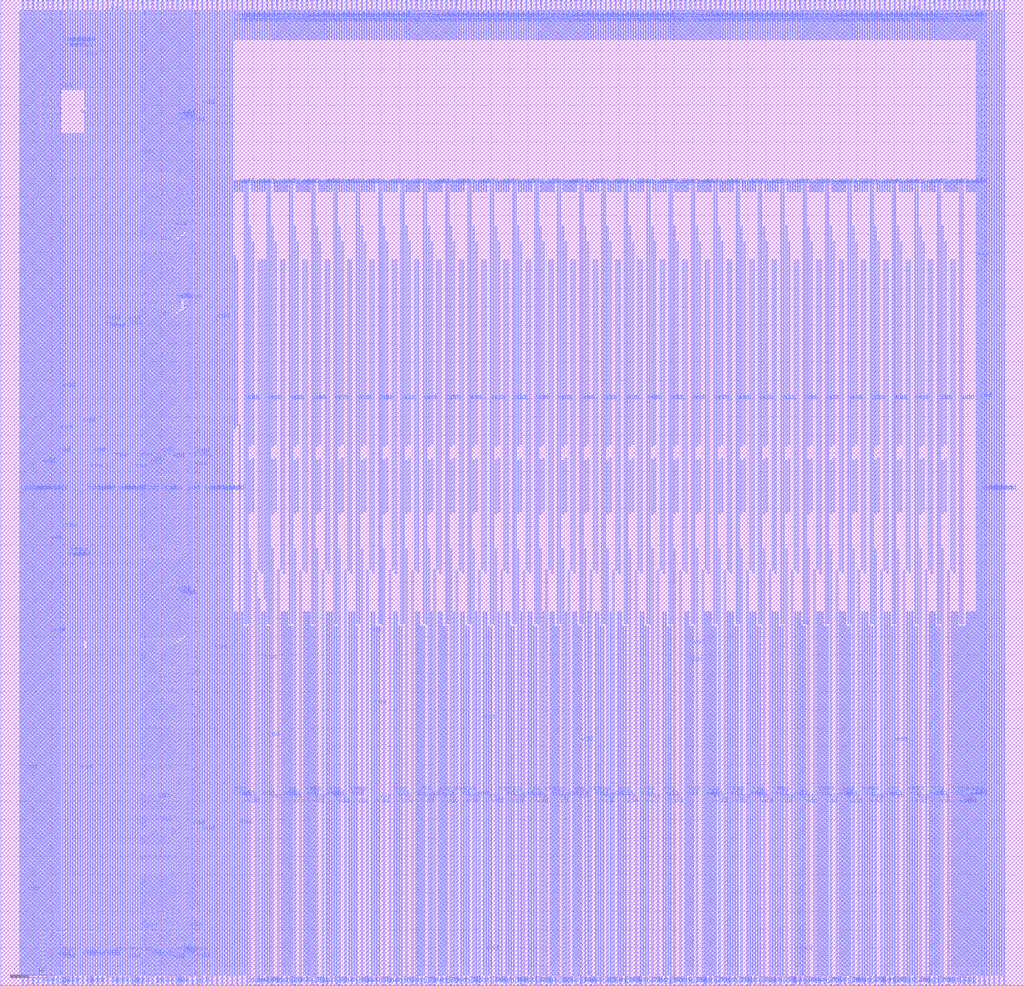
<source format=lef>
VERSION 5.8 ;
BUSBITCHARS "[]" ;
DIVIDERCHAR "/" ;

MACRO sram22_64x32m4w32
  CLASS BLOCK ;
  ORIGIN 63.905 220.285 ;
  FOREIGN sram22_64x32m4w32 -63.905 -220.285 ;
  SIZE 279.45 BY 269.21 ;
  SYMMETRY X Y R90 ;
  PIN vdd
    DIRECTION INOUT ;
    USE POWER ;
    PORT
      LAYER met3 ;
        RECT 204.515 47.52 204.845 48.65 ;
        RECT 204.515 42.675 204.845 43.005 ;
        RECT 204.515 41.315 204.845 41.645 ;
        RECT 204.515 39.955 204.845 40.285 ;
        RECT 204.515 38.595 204.845 38.925 ;
        RECT 204.515 36.09 204.845 36.42 ;
        RECT 204.515 33.915 204.845 34.245 ;
        RECT 204.515 32.335 204.845 32.665 ;
        RECT 204.515 31.485 204.845 31.815 ;
        RECT 204.515 29.175 204.845 29.505 ;
        RECT 204.515 28.325 204.845 28.655 ;
        RECT 204.515 26.015 204.845 26.345 ;
        RECT 204.515 25.165 204.845 25.495 ;
        RECT 204.515 22.855 204.845 23.185 ;
        RECT 204.515 22.005 204.845 22.335 ;
        RECT 204.515 19.695 204.845 20.025 ;
        RECT 204.515 18.115 204.845 18.445 ;
        RECT 204.515 17.265 204.845 17.595 ;
        RECT 204.515 14.955 204.845 15.285 ;
        RECT 204.515 14.105 204.845 14.435 ;
        RECT 204.515 11.795 204.845 12.125 ;
        RECT 204.515 10.945 204.845 11.275 ;
        RECT 204.515 8.635 204.845 8.965 ;
        RECT 204.515 7.785 204.845 8.115 ;
        RECT 204.515 5.475 204.845 5.805 ;
        RECT 204.515 3.895 204.845 4.225 ;
        RECT 204.515 3.045 204.845 3.375 ;
        RECT 204.515 0.87 204.845 1.2 ;
        RECT 204.515 -0.845 204.845 -0.515 ;
        RECT 204.515 -2.205 204.845 -1.875 ;
        RECT 204.515 -3.565 204.845 -3.235 ;
        RECT 204.515 -4.925 204.845 -4.595 ;
        RECT 204.515 -6.285 204.845 -5.955 ;
        RECT 204.515 -7.645 204.845 -7.315 ;
        RECT 204.515 -9.005 204.845 -8.675 ;
        RECT 204.515 -10.365 204.845 -10.035 ;
        RECT 204.515 -11.725 204.845 -11.395 ;
        RECT 204.515 -13.085 204.845 -12.755 ;
        RECT 204.515 -14.445 204.845 -14.115 ;
        RECT 204.515 -15.805 204.845 -15.475 ;
        RECT 204.515 -17.165 204.845 -16.835 ;
        RECT 204.515 -18.525 204.845 -18.195 ;
        RECT 204.515 -19.885 204.845 -19.555 ;
        RECT 204.515 -21.245 204.845 -20.915 ;
        RECT 204.515 -22.605 204.845 -22.275 ;
        RECT 204.515 -23.965 204.845 -23.635 ;
        RECT 204.515 -25.325 204.845 -24.995 ;
        RECT 204.515 -26.685 204.845 -26.355 ;
        RECT 204.515 -28.045 204.845 -27.715 ;
        RECT 204.515 -29.405 204.845 -29.075 ;
        RECT 204.515 -30.765 204.845 -30.435 ;
        RECT 204.515 -32.125 204.845 -31.795 ;
        RECT 204.515 -33.485 204.845 -33.155 ;
        RECT 204.515 -34.845 204.845 -34.515 ;
        RECT 204.515 -36.205 204.845 -35.875 ;
        RECT 204.515 -37.565 204.845 -37.235 ;
        RECT 204.515 -38.925 204.845 -38.595 ;
        RECT 204.515 -40.285 204.845 -39.955 ;
        RECT 204.515 -41.645 204.845 -41.315 ;
        RECT 204.515 -43.005 204.845 -42.675 ;
        RECT 204.515 -44.365 204.845 -44.035 ;
        RECT 204.515 -45.725 204.845 -45.395 ;
        RECT 204.515 -47.085 204.845 -46.755 ;
        RECT 204.515 -48.445 204.845 -48.115 ;
        RECT 204.515 -49.805 204.845 -49.475 ;
        RECT 204.515 -51.165 204.845 -50.835 ;
        RECT 204.515 -52.525 204.845 -52.195 ;
        RECT 204.515 -53.885 204.845 -53.555 ;
        RECT 204.515 -55.245 204.845 -54.915 ;
        RECT 204.515 -56.605 204.845 -56.275 ;
        RECT 204.515 -57.965 204.845 -57.635 ;
        RECT 204.515 -59.325 204.845 -58.995 ;
        RECT 204.515 -60.685 204.845 -60.355 ;
        RECT 204.515 -62.045 204.845 -61.715 ;
        RECT 204.515 -63.405 204.845 -63.075 ;
        RECT 204.515 -64.765 204.845 -64.435 ;
        RECT 204.515 -66.125 204.845 -65.795 ;
        RECT 204.515 -67.485 204.845 -67.155 ;
        RECT 204.515 -68.845 204.845 -68.515 ;
        RECT 204.515 -70.205 204.845 -69.875 ;
        RECT 204.515 -71.565 204.845 -71.235 ;
        RECT 204.515 -72.925 204.845 -72.595 ;
        RECT 204.515 -74.285 204.845 -73.955 ;
        RECT 204.515 -75.645 204.845 -75.315 ;
        RECT 204.515 -77.005 204.845 -76.675 ;
        RECT 204.515 -78.365 204.845 -78.035 ;
        RECT 204.515 -79.725 204.845 -79.395 ;
        RECT 204.515 -81.085 204.845 -80.755 ;
        RECT 204.515 -82.445 204.845 -82.115 ;
        RECT 204.515 -83.805 204.845 -83.475 ;
        RECT 204.515 -85.165 204.845 -84.835 ;
        RECT 204.515 -86.525 204.845 -86.195 ;
        RECT 204.515 -87.885 204.845 -87.555 ;
        RECT 204.515 -89.245 204.845 -88.915 ;
        RECT 204.515 -90.605 204.845 -90.275 ;
        RECT 204.515 -91.965 204.845 -91.635 ;
        RECT 204.515 -93.325 204.845 -92.995 ;
        RECT 204.515 -94.685 204.845 -94.355 ;
        RECT 204.515 -96.045 204.845 -95.715 ;
        RECT 204.515 -97.405 204.845 -97.075 ;
        RECT 204.515 -98.765 204.845 -98.435 ;
        RECT 204.515 -100.125 204.845 -99.795 ;
        RECT 204.515 -101.485 204.845 -101.155 ;
        RECT 204.515 -102.845 204.845 -102.515 ;
        RECT 204.515 -104.205 204.845 -103.875 ;
        RECT 204.515 -105.565 204.845 -105.235 ;
        RECT 204.515 -106.925 204.845 -106.595 ;
        RECT 204.515 -108.285 204.845 -107.955 ;
        RECT 204.515 -109.645 204.845 -109.315 ;
        RECT 204.515 -111.005 204.845 -110.675 ;
        RECT 204.515 -112.365 204.845 -112.035 ;
        RECT 204.515 -113.725 204.845 -113.395 ;
        RECT 204.515 -115.085 204.845 -114.755 ;
        RECT 204.515 -116.445 204.845 -116.115 ;
        RECT 204.515 -117.805 204.845 -117.475 ;
        RECT 204.515 -119.165 204.845 -118.835 ;
        RECT 204.515 -120.525 204.845 -120.195 ;
        RECT 204.515 -121.885 204.845 -121.555 ;
        RECT 204.515 -123.245 204.845 -122.915 ;
        RECT 204.515 -124.605 204.845 -124.275 ;
        RECT 204.515 -125.965 204.845 -125.635 ;
        RECT 204.515 -127.325 204.845 -126.995 ;
        RECT 204.515 -128.685 204.845 -128.355 ;
        RECT 204.515 -130.045 204.845 -129.715 ;
        RECT 204.515 -131.405 204.845 -131.075 ;
        RECT 204.515 -132.765 204.845 -132.435 ;
        RECT 204.515 -134.125 204.845 -133.795 ;
        RECT 204.515 -135.485 204.845 -135.155 ;
        RECT 204.515 -136.845 204.845 -136.515 ;
        RECT 204.515 -138.205 204.845 -137.875 ;
        RECT 204.515 -139.565 204.845 -139.235 ;
        RECT 204.515 -140.925 204.845 -140.595 ;
        RECT 204.515 -142.285 204.845 -141.955 ;
        RECT 204.515 -143.645 204.845 -143.315 ;
        RECT 204.515 -145.005 204.845 -144.675 ;
        RECT 204.515 -146.365 204.845 -146.035 ;
        RECT 204.515 -147.725 204.845 -147.395 ;
        RECT 204.515 -149.085 204.845 -148.755 ;
        RECT 204.515 -150.445 204.845 -150.115 ;
        RECT 204.515 -151.805 204.845 -151.475 ;
        RECT 204.515 -153.165 204.845 -152.835 ;
        RECT 204.515 -154.525 204.845 -154.195 ;
        RECT 204.515 -155.885 204.845 -155.555 ;
        RECT 204.515 -157.245 204.845 -156.915 ;
        RECT 204.515 -158.605 204.845 -158.275 ;
        RECT 204.515 -159.965 204.845 -159.635 ;
        RECT 204.515 -161.325 204.845 -160.995 ;
        RECT 204.515 -162.685 204.845 -162.355 ;
        RECT 204.515 -164.045 204.845 -163.715 ;
        RECT 204.515 -165.405 204.845 -165.075 ;
        RECT 204.515 -166.765 204.845 -166.435 ;
        RECT 204.515 -168.125 204.845 -167.795 ;
        RECT 204.515 -169.485 204.845 -169.155 ;
        RECT 204.515 -170.845 204.845 -170.515 ;
        RECT 204.515 -172.205 204.845 -171.875 ;
        RECT 204.515 -173.565 204.845 -173.235 ;
        RECT 204.515 -174.925 204.845 -174.595 ;
        RECT 204.515 -176.285 204.845 -175.955 ;
        RECT 204.515 -177.645 204.845 -177.315 ;
        RECT 204.515 -179.005 204.845 -178.675 ;
        RECT 204.515 -180.365 204.845 -180.035 ;
        RECT 204.515 -181.725 204.845 -181.395 ;
        RECT 204.515 -183.085 204.845 -182.755 ;
        RECT 204.515 -184.445 204.845 -184.115 ;
        RECT 204.515 -185.805 204.845 -185.475 ;
        RECT 204.515 -187.165 204.845 -186.835 ;
        RECT 204.515 -188.525 204.845 -188.195 ;
        RECT 204.515 -189.885 204.845 -189.555 ;
        RECT 204.515 -191.245 204.845 -190.915 ;
        RECT 204.515 -192.605 204.845 -192.275 ;
        RECT 204.515 -193.965 204.845 -193.635 ;
        RECT 204.515 -195.325 204.845 -194.995 ;
        RECT 204.515 -196.685 204.845 -196.355 ;
        RECT 204.515 -198.045 204.845 -197.715 ;
        RECT 204.515 -199.405 204.845 -199.075 ;
        RECT 204.515 -200.765 204.845 -200.435 ;
        RECT 204.515 -202.125 204.845 -201.795 ;
        RECT 204.515 -203.485 204.845 -203.155 ;
        RECT 204.515 -204.845 204.845 -204.515 ;
        RECT 204.515 -206.205 204.845 -205.875 ;
        RECT 204.515 -207.565 204.845 -207.235 ;
        RECT 204.515 -208.925 204.845 -208.595 ;
        RECT 204.515 -210.285 204.845 -209.955 ;
        RECT 204.515 -211.645 204.845 -211.315 ;
        RECT 204.515 -213.005 204.845 -212.675 ;
        RECT 204.515 -214.365 204.845 -214.035 ;
        RECT 204.515 -220.01 204.845 -218.88 ;
        RECT 204.52 -220.125 204.84 48.765 ;
    END
    PORT
      LAYER met3 ;
        RECT 205.875 47.52 206.205 48.65 ;
        RECT 205.875 42.675 206.205 43.005 ;
        RECT 205.875 41.315 206.205 41.645 ;
        RECT 205.875 39.955 206.205 40.285 ;
        RECT 205.875 38.595 206.205 38.925 ;
        RECT 205.875 36.09 206.205 36.42 ;
        RECT 205.875 33.915 206.205 34.245 ;
        RECT 205.875 32.335 206.205 32.665 ;
        RECT 205.875 31.485 206.205 31.815 ;
        RECT 205.875 29.175 206.205 29.505 ;
        RECT 205.875 28.325 206.205 28.655 ;
        RECT 205.875 26.015 206.205 26.345 ;
        RECT 205.875 25.165 206.205 25.495 ;
        RECT 205.875 22.855 206.205 23.185 ;
        RECT 205.875 22.005 206.205 22.335 ;
        RECT 205.875 19.695 206.205 20.025 ;
        RECT 205.875 18.115 206.205 18.445 ;
        RECT 205.875 17.265 206.205 17.595 ;
        RECT 205.875 14.955 206.205 15.285 ;
        RECT 205.875 14.105 206.205 14.435 ;
        RECT 205.875 11.795 206.205 12.125 ;
        RECT 205.875 10.945 206.205 11.275 ;
        RECT 205.875 8.635 206.205 8.965 ;
        RECT 205.875 7.785 206.205 8.115 ;
        RECT 205.875 5.475 206.205 5.805 ;
        RECT 205.875 3.895 206.205 4.225 ;
        RECT 205.875 3.045 206.205 3.375 ;
        RECT 205.875 0.87 206.205 1.2 ;
        RECT 205.875 -0.845 206.205 -0.515 ;
        RECT 205.875 -2.205 206.205 -1.875 ;
        RECT 205.875 -3.565 206.205 -3.235 ;
        RECT 205.875 -4.925 206.205 -4.595 ;
        RECT 205.875 -6.285 206.205 -5.955 ;
        RECT 205.875 -7.645 206.205 -7.315 ;
        RECT 205.875 -9.005 206.205 -8.675 ;
        RECT 205.875 -10.365 206.205 -10.035 ;
        RECT 205.875 -11.725 206.205 -11.395 ;
        RECT 205.875 -13.085 206.205 -12.755 ;
        RECT 205.875 -14.445 206.205 -14.115 ;
        RECT 205.875 -15.805 206.205 -15.475 ;
        RECT 205.875 -17.165 206.205 -16.835 ;
        RECT 205.875 -18.525 206.205 -18.195 ;
        RECT 205.875 -19.885 206.205 -19.555 ;
        RECT 205.875 -21.245 206.205 -20.915 ;
        RECT 205.875 -22.605 206.205 -22.275 ;
        RECT 205.875 -23.965 206.205 -23.635 ;
        RECT 205.875 -25.325 206.205 -24.995 ;
        RECT 205.875 -26.685 206.205 -26.355 ;
        RECT 205.875 -28.045 206.205 -27.715 ;
        RECT 205.875 -29.405 206.205 -29.075 ;
        RECT 205.875 -30.765 206.205 -30.435 ;
        RECT 205.875 -32.125 206.205 -31.795 ;
        RECT 205.875 -33.485 206.205 -33.155 ;
        RECT 205.875 -34.845 206.205 -34.515 ;
        RECT 205.875 -36.205 206.205 -35.875 ;
        RECT 205.875 -37.565 206.205 -37.235 ;
        RECT 205.875 -38.925 206.205 -38.595 ;
        RECT 205.875 -40.285 206.205 -39.955 ;
        RECT 205.875 -41.645 206.205 -41.315 ;
        RECT 205.875 -43.005 206.205 -42.675 ;
        RECT 205.875 -44.365 206.205 -44.035 ;
        RECT 205.875 -45.725 206.205 -45.395 ;
        RECT 205.875 -47.085 206.205 -46.755 ;
        RECT 205.875 -48.445 206.205 -48.115 ;
        RECT 205.875 -49.805 206.205 -49.475 ;
        RECT 205.875 -51.165 206.205 -50.835 ;
        RECT 205.875 -52.525 206.205 -52.195 ;
        RECT 205.875 -53.885 206.205 -53.555 ;
        RECT 205.875 -55.245 206.205 -54.915 ;
        RECT 205.875 -56.605 206.205 -56.275 ;
        RECT 205.875 -57.965 206.205 -57.635 ;
        RECT 205.875 -59.325 206.205 -58.995 ;
        RECT 205.875 -60.685 206.205 -60.355 ;
        RECT 205.875 -62.045 206.205 -61.715 ;
        RECT 205.875 -63.405 206.205 -63.075 ;
        RECT 205.875 -64.765 206.205 -64.435 ;
        RECT 205.875 -66.125 206.205 -65.795 ;
        RECT 205.875 -67.485 206.205 -67.155 ;
        RECT 205.875 -68.845 206.205 -68.515 ;
        RECT 205.875 -70.205 206.205 -69.875 ;
        RECT 205.875 -71.565 206.205 -71.235 ;
        RECT 205.875 -72.925 206.205 -72.595 ;
        RECT 205.875 -74.285 206.205 -73.955 ;
        RECT 205.875 -75.645 206.205 -75.315 ;
        RECT 205.875 -77.005 206.205 -76.675 ;
        RECT 205.875 -78.365 206.205 -78.035 ;
        RECT 205.875 -79.725 206.205 -79.395 ;
        RECT 205.875 -81.085 206.205 -80.755 ;
        RECT 205.875 -82.445 206.205 -82.115 ;
        RECT 205.875 -83.805 206.205 -83.475 ;
        RECT 205.875 -85.165 206.205 -84.835 ;
        RECT 205.875 -86.525 206.205 -86.195 ;
        RECT 205.875 -87.885 206.205 -87.555 ;
        RECT 205.875 -89.245 206.205 -88.915 ;
        RECT 205.875 -90.605 206.205 -90.275 ;
        RECT 205.875 -91.965 206.205 -91.635 ;
        RECT 205.875 -93.325 206.205 -92.995 ;
        RECT 205.875 -94.685 206.205 -94.355 ;
        RECT 205.875 -96.045 206.205 -95.715 ;
        RECT 205.875 -97.405 206.205 -97.075 ;
        RECT 205.875 -98.765 206.205 -98.435 ;
        RECT 205.875 -100.125 206.205 -99.795 ;
        RECT 205.875 -101.485 206.205 -101.155 ;
        RECT 205.875 -102.845 206.205 -102.515 ;
        RECT 205.875 -104.205 206.205 -103.875 ;
        RECT 205.875 -105.565 206.205 -105.235 ;
        RECT 205.875 -106.925 206.205 -106.595 ;
        RECT 205.875 -108.285 206.205 -107.955 ;
        RECT 205.875 -109.645 206.205 -109.315 ;
        RECT 205.875 -111.005 206.205 -110.675 ;
        RECT 205.875 -112.365 206.205 -112.035 ;
        RECT 205.875 -113.725 206.205 -113.395 ;
        RECT 205.875 -115.085 206.205 -114.755 ;
        RECT 205.875 -116.445 206.205 -116.115 ;
        RECT 205.875 -117.805 206.205 -117.475 ;
        RECT 205.875 -119.165 206.205 -118.835 ;
        RECT 205.875 -120.525 206.205 -120.195 ;
        RECT 205.875 -121.885 206.205 -121.555 ;
        RECT 205.875 -123.245 206.205 -122.915 ;
        RECT 205.875 -124.605 206.205 -124.275 ;
        RECT 205.875 -125.965 206.205 -125.635 ;
        RECT 205.875 -127.325 206.205 -126.995 ;
        RECT 205.875 -128.685 206.205 -128.355 ;
        RECT 205.875 -130.045 206.205 -129.715 ;
        RECT 205.875 -131.405 206.205 -131.075 ;
        RECT 205.875 -132.765 206.205 -132.435 ;
        RECT 205.875 -134.125 206.205 -133.795 ;
        RECT 205.875 -135.485 206.205 -135.155 ;
        RECT 205.875 -136.845 206.205 -136.515 ;
        RECT 205.875 -138.205 206.205 -137.875 ;
        RECT 205.875 -139.565 206.205 -139.235 ;
        RECT 205.875 -140.925 206.205 -140.595 ;
        RECT 205.875 -142.285 206.205 -141.955 ;
        RECT 205.875 -143.645 206.205 -143.315 ;
        RECT 205.875 -145.005 206.205 -144.675 ;
        RECT 205.875 -146.365 206.205 -146.035 ;
        RECT 205.875 -147.725 206.205 -147.395 ;
        RECT 205.875 -149.085 206.205 -148.755 ;
        RECT 205.875 -150.445 206.205 -150.115 ;
        RECT 205.875 -151.805 206.205 -151.475 ;
        RECT 205.875 -153.165 206.205 -152.835 ;
        RECT 205.875 -154.525 206.205 -154.195 ;
        RECT 205.875 -155.885 206.205 -155.555 ;
        RECT 205.875 -157.245 206.205 -156.915 ;
        RECT 205.875 -158.605 206.205 -158.275 ;
        RECT 205.875 -159.965 206.205 -159.635 ;
        RECT 205.875 -161.325 206.205 -160.995 ;
        RECT 205.875 -162.685 206.205 -162.355 ;
        RECT 205.875 -164.045 206.205 -163.715 ;
        RECT 205.875 -165.405 206.205 -165.075 ;
        RECT 205.875 -166.765 206.205 -166.435 ;
        RECT 205.875 -168.125 206.205 -167.795 ;
        RECT 205.875 -169.485 206.205 -169.155 ;
        RECT 205.875 -170.845 206.205 -170.515 ;
        RECT 205.875 -172.205 206.205 -171.875 ;
        RECT 205.875 -173.565 206.205 -173.235 ;
        RECT 205.875 -174.925 206.205 -174.595 ;
        RECT 205.875 -176.285 206.205 -175.955 ;
        RECT 205.875 -177.645 206.205 -177.315 ;
        RECT 205.875 -179.005 206.205 -178.675 ;
        RECT 205.875 -180.365 206.205 -180.035 ;
        RECT 205.875 -181.725 206.205 -181.395 ;
        RECT 205.875 -183.085 206.205 -182.755 ;
        RECT 205.875 -184.445 206.205 -184.115 ;
        RECT 205.875 -185.805 206.205 -185.475 ;
        RECT 205.875 -187.165 206.205 -186.835 ;
        RECT 205.875 -188.525 206.205 -188.195 ;
        RECT 205.875 -189.885 206.205 -189.555 ;
        RECT 205.875 -191.245 206.205 -190.915 ;
        RECT 205.875 -192.605 206.205 -192.275 ;
        RECT 205.875 -193.965 206.205 -193.635 ;
        RECT 205.875 -195.325 206.205 -194.995 ;
        RECT 205.875 -196.685 206.205 -196.355 ;
        RECT 205.875 -198.045 206.205 -197.715 ;
        RECT 205.875 -199.405 206.205 -199.075 ;
        RECT 205.875 -200.765 206.205 -200.435 ;
        RECT 205.875 -202.125 206.205 -201.795 ;
        RECT 205.875 -203.485 206.205 -203.155 ;
        RECT 205.875 -204.845 206.205 -204.515 ;
        RECT 205.875 -206.205 206.205 -205.875 ;
        RECT 205.875 -207.565 206.205 -207.235 ;
        RECT 205.875 -208.925 206.205 -208.595 ;
        RECT 205.875 -210.285 206.205 -209.955 ;
        RECT 205.875 -211.645 206.205 -211.315 ;
        RECT 205.875 -213.005 206.205 -212.675 ;
        RECT 205.875 -214.365 206.205 -214.035 ;
        RECT 205.875 -220.01 206.205 -218.88 ;
        RECT 205.88 -220.125 206.2 48.765 ;
    END
    PORT
      LAYER met3 ;
        RECT 207.235 47.52 207.565 48.65 ;
        RECT 207.235 42.675 207.565 43.005 ;
        RECT 207.235 41.315 207.565 41.645 ;
        RECT 207.235 39.955 207.565 40.285 ;
        RECT 207.235 38.595 207.565 38.925 ;
        RECT 207.235 -0.845 207.565 -0.515 ;
        RECT 207.235 -2.205 207.565 -1.875 ;
        RECT 207.235 -3.565 207.565 -3.235 ;
        RECT 207.235 -4.925 207.565 -4.595 ;
        RECT 207.235 -6.285 207.565 -5.955 ;
        RECT 207.235 -7.645 207.565 -7.315 ;
        RECT 207.235 -9.005 207.565 -8.675 ;
        RECT 207.235 -10.365 207.565 -10.035 ;
        RECT 207.235 -11.725 207.565 -11.395 ;
        RECT 207.235 -13.085 207.565 -12.755 ;
        RECT 207.235 -14.445 207.565 -14.115 ;
        RECT 207.235 -15.805 207.565 -15.475 ;
        RECT 207.235 -17.165 207.565 -16.835 ;
        RECT 207.235 -18.525 207.565 -18.195 ;
        RECT 207.235 -19.885 207.565 -19.555 ;
        RECT 207.235 -21.245 207.565 -20.915 ;
        RECT 207.235 -22.605 207.565 -22.275 ;
        RECT 207.235 -23.965 207.565 -23.635 ;
        RECT 207.235 -25.325 207.565 -24.995 ;
        RECT 207.235 -26.685 207.565 -26.355 ;
        RECT 207.235 -28.045 207.565 -27.715 ;
        RECT 207.235 -29.405 207.565 -29.075 ;
        RECT 207.235 -30.765 207.565 -30.435 ;
        RECT 207.235 -32.125 207.565 -31.795 ;
        RECT 207.235 -33.485 207.565 -33.155 ;
        RECT 207.235 -34.845 207.565 -34.515 ;
        RECT 207.235 -36.205 207.565 -35.875 ;
        RECT 207.235 -37.565 207.565 -37.235 ;
        RECT 207.235 -38.925 207.565 -38.595 ;
        RECT 207.235 -40.285 207.565 -39.955 ;
        RECT 207.235 -41.645 207.565 -41.315 ;
        RECT 207.235 -43.005 207.565 -42.675 ;
        RECT 207.235 -44.365 207.565 -44.035 ;
        RECT 207.235 -45.725 207.565 -45.395 ;
        RECT 207.235 -47.085 207.565 -46.755 ;
        RECT 207.235 -48.445 207.565 -48.115 ;
        RECT 207.235 -49.805 207.565 -49.475 ;
        RECT 207.235 -51.165 207.565 -50.835 ;
        RECT 207.235 -52.525 207.565 -52.195 ;
        RECT 207.235 -53.885 207.565 -53.555 ;
        RECT 207.235 -55.245 207.565 -54.915 ;
        RECT 207.235 -56.605 207.565 -56.275 ;
        RECT 207.235 -57.965 207.565 -57.635 ;
        RECT 207.235 -59.325 207.565 -58.995 ;
        RECT 207.235 -60.685 207.565 -60.355 ;
        RECT 207.235 -62.045 207.565 -61.715 ;
        RECT 207.235 -63.405 207.565 -63.075 ;
        RECT 207.235 -64.765 207.565 -64.435 ;
        RECT 207.235 -66.125 207.565 -65.795 ;
        RECT 207.235 -67.485 207.565 -67.155 ;
        RECT 207.235 -68.845 207.565 -68.515 ;
        RECT 207.235 -70.205 207.565 -69.875 ;
        RECT 207.235 -71.565 207.565 -71.235 ;
        RECT 207.235 -72.925 207.565 -72.595 ;
        RECT 207.235 -74.285 207.565 -73.955 ;
        RECT 207.235 -75.645 207.565 -75.315 ;
        RECT 207.235 -77.005 207.565 -76.675 ;
        RECT 207.235 -78.365 207.565 -78.035 ;
        RECT 207.235 -79.725 207.565 -79.395 ;
        RECT 207.235 -81.085 207.565 -80.755 ;
        RECT 207.235 -82.445 207.565 -82.115 ;
        RECT 207.235 -83.805 207.565 -83.475 ;
        RECT 207.235 -85.165 207.565 -84.835 ;
        RECT 207.235 -86.525 207.565 -86.195 ;
        RECT 207.235 -87.885 207.565 -87.555 ;
        RECT 207.235 -89.245 207.565 -88.915 ;
        RECT 207.235 -90.605 207.565 -90.275 ;
        RECT 207.235 -91.965 207.565 -91.635 ;
        RECT 207.235 -93.325 207.565 -92.995 ;
        RECT 207.235 -94.685 207.565 -94.355 ;
        RECT 207.235 -96.045 207.565 -95.715 ;
        RECT 207.235 -97.405 207.565 -97.075 ;
        RECT 207.235 -98.765 207.565 -98.435 ;
        RECT 207.235 -100.125 207.565 -99.795 ;
        RECT 207.235 -101.485 207.565 -101.155 ;
        RECT 207.235 -102.845 207.565 -102.515 ;
        RECT 207.235 -104.205 207.565 -103.875 ;
        RECT 207.235 -105.565 207.565 -105.235 ;
        RECT 207.235 -106.925 207.565 -106.595 ;
        RECT 207.235 -108.285 207.565 -107.955 ;
        RECT 207.235 -109.645 207.565 -109.315 ;
        RECT 207.235 -111.005 207.565 -110.675 ;
        RECT 207.235 -112.365 207.565 -112.035 ;
        RECT 207.235 -113.725 207.565 -113.395 ;
        RECT 207.235 -115.085 207.565 -114.755 ;
        RECT 207.235 -116.445 207.565 -116.115 ;
        RECT 207.235 -117.805 207.565 -117.475 ;
        RECT 207.235 -119.165 207.565 -118.835 ;
        RECT 207.235 -120.525 207.565 -120.195 ;
        RECT 207.235 -121.885 207.565 -121.555 ;
        RECT 207.235 -123.245 207.565 -122.915 ;
        RECT 207.235 -124.605 207.565 -124.275 ;
        RECT 207.235 -125.965 207.565 -125.635 ;
        RECT 207.235 -127.325 207.565 -126.995 ;
        RECT 207.235 -128.685 207.565 -128.355 ;
        RECT 207.235 -130.045 207.565 -129.715 ;
        RECT 207.235 -131.405 207.565 -131.075 ;
        RECT 207.235 -132.765 207.565 -132.435 ;
        RECT 207.235 -134.125 207.565 -133.795 ;
        RECT 207.235 -135.485 207.565 -135.155 ;
        RECT 207.235 -136.845 207.565 -136.515 ;
        RECT 207.235 -138.205 207.565 -137.875 ;
        RECT 207.235 -139.565 207.565 -139.235 ;
        RECT 207.235 -140.925 207.565 -140.595 ;
        RECT 207.235 -142.285 207.565 -141.955 ;
        RECT 207.235 -143.645 207.565 -143.315 ;
        RECT 207.235 -145.005 207.565 -144.675 ;
        RECT 207.235 -146.365 207.565 -146.035 ;
        RECT 207.235 -147.725 207.565 -147.395 ;
        RECT 207.235 -149.085 207.565 -148.755 ;
        RECT 207.235 -150.445 207.565 -150.115 ;
        RECT 207.235 -151.805 207.565 -151.475 ;
        RECT 207.235 -153.165 207.565 -152.835 ;
        RECT 207.235 -154.525 207.565 -154.195 ;
        RECT 207.235 -155.885 207.565 -155.555 ;
        RECT 207.235 -157.245 207.565 -156.915 ;
        RECT 207.235 -158.605 207.565 -158.275 ;
        RECT 207.235 -159.965 207.565 -159.635 ;
        RECT 207.235 -161.325 207.565 -160.995 ;
        RECT 207.235 -162.685 207.565 -162.355 ;
        RECT 207.235 -164.045 207.565 -163.715 ;
        RECT 207.235 -165.405 207.565 -165.075 ;
        RECT 207.235 -166.765 207.565 -166.435 ;
        RECT 207.235 -168.125 207.565 -167.795 ;
        RECT 207.235 -169.485 207.565 -169.155 ;
        RECT 207.235 -170.845 207.565 -170.515 ;
        RECT 207.235 -172.205 207.565 -171.875 ;
        RECT 207.235 -173.565 207.565 -173.235 ;
        RECT 207.235 -174.925 207.565 -174.595 ;
        RECT 207.235 -176.285 207.565 -175.955 ;
        RECT 207.235 -177.645 207.565 -177.315 ;
        RECT 207.235 -179.005 207.565 -178.675 ;
        RECT 207.235 -180.365 207.565 -180.035 ;
        RECT 207.235 -181.725 207.565 -181.395 ;
        RECT 207.235 -183.085 207.565 -182.755 ;
        RECT 207.235 -184.445 207.565 -184.115 ;
        RECT 207.235 -185.805 207.565 -185.475 ;
        RECT 207.235 -187.165 207.565 -186.835 ;
        RECT 207.235 -188.525 207.565 -188.195 ;
        RECT 207.235 -189.885 207.565 -189.555 ;
        RECT 207.235 -191.245 207.565 -190.915 ;
        RECT 207.235 -192.605 207.565 -192.275 ;
        RECT 207.235 -193.965 207.565 -193.635 ;
        RECT 207.235 -195.325 207.565 -194.995 ;
        RECT 207.235 -196.685 207.565 -196.355 ;
        RECT 207.235 -198.045 207.565 -197.715 ;
        RECT 207.235 -199.405 207.565 -199.075 ;
        RECT 207.235 -200.765 207.565 -200.435 ;
        RECT 207.235 -202.125 207.565 -201.795 ;
        RECT 207.235 -203.485 207.565 -203.155 ;
        RECT 207.235 -204.845 207.565 -204.515 ;
        RECT 207.235 -206.205 207.565 -205.875 ;
        RECT 207.235 -207.565 207.565 -207.235 ;
        RECT 207.235 -208.925 207.565 -208.595 ;
        RECT 207.235 -210.285 207.565 -209.955 ;
        RECT 207.235 -211.645 207.565 -211.315 ;
        RECT 207.235 -213.005 207.565 -212.675 ;
        RECT 207.235 -214.365 207.565 -214.035 ;
        RECT 207.235 -220.01 207.565 -218.88 ;
        RECT 207.24 -220.125 207.56 48.765 ;
    END
    PORT
      LAYER met3 ;
        RECT 208.595 47.52 208.925 48.65 ;
        RECT 208.595 42.675 208.925 43.005 ;
        RECT 208.595 41.315 208.925 41.645 ;
        RECT 208.595 39.955 208.925 40.285 ;
        RECT 208.595 38.595 208.925 38.925 ;
        RECT 208.595 37.235 208.925 37.565 ;
        RECT 208.595 35.875 208.925 36.205 ;
        RECT 208.595 34.515 208.925 34.845 ;
        RECT 208.595 33.155 208.925 33.485 ;
        RECT 208.595 31.795 208.925 32.125 ;
        RECT 208.595 30.435 208.925 30.765 ;
        RECT 208.595 29.075 208.925 29.405 ;
        RECT 208.595 27.715 208.925 28.045 ;
        RECT 208.595 26.355 208.925 26.685 ;
        RECT 208.595 24.995 208.925 25.325 ;
        RECT 208.595 23.635 208.925 23.965 ;
        RECT 208.595 22.275 208.925 22.605 ;
        RECT 208.595 20.915 208.925 21.245 ;
        RECT 208.595 19.555 208.925 19.885 ;
        RECT 208.595 18.195 208.925 18.525 ;
        RECT 208.595 16.835 208.925 17.165 ;
        RECT 208.595 15.475 208.925 15.805 ;
        RECT 208.595 14.115 208.925 14.445 ;
        RECT 208.595 12.755 208.925 13.085 ;
        RECT 208.595 11.395 208.925 11.725 ;
        RECT 208.595 10.035 208.925 10.365 ;
        RECT 208.595 8.675 208.925 9.005 ;
        RECT 208.595 7.315 208.925 7.645 ;
        RECT 208.595 5.955 208.925 6.285 ;
        RECT 208.595 4.595 208.925 4.925 ;
        RECT 208.595 3.235 208.925 3.565 ;
        RECT 208.595 1.875 208.925 2.205 ;
        RECT 208.595 0.515 208.925 0.845 ;
        RECT 208.595 -0.845 208.925 -0.515 ;
        RECT 208.595 -2.205 208.925 -1.875 ;
        RECT 208.595 -3.565 208.925 -3.235 ;
        RECT 208.595 -4.925 208.925 -4.595 ;
        RECT 208.595 -6.285 208.925 -5.955 ;
        RECT 208.595 -7.645 208.925 -7.315 ;
        RECT 208.595 -9.005 208.925 -8.675 ;
        RECT 208.595 -10.365 208.925 -10.035 ;
        RECT 208.595 -11.725 208.925 -11.395 ;
        RECT 208.595 -13.085 208.925 -12.755 ;
        RECT 208.595 -14.445 208.925 -14.115 ;
        RECT 208.595 -15.805 208.925 -15.475 ;
        RECT 208.595 -17.165 208.925 -16.835 ;
        RECT 208.595 -18.525 208.925 -18.195 ;
        RECT 208.595 -19.885 208.925 -19.555 ;
        RECT 208.595 -21.245 208.925 -20.915 ;
        RECT 208.595 -22.605 208.925 -22.275 ;
        RECT 208.595 -23.965 208.925 -23.635 ;
        RECT 208.595 -25.325 208.925 -24.995 ;
        RECT 208.595 -26.685 208.925 -26.355 ;
        RECT 208.595 -28.045 208.925 -27.715 ;
        RECT 208.595 -29.405 208.925 -29.075 ;
        RECT 208.595 -30.765 208.925 -30.435 ;
        RECT 208.595 -32.125 208.925 -31.795 ;
        RECT 208.595 -33.485 208.925 -33.155 ;
        RECT 208.595 -34.845 208.925 -34.515 ;
        RECT 208.595 -36.205 208.925 -35.875 ;
        RECT 208.595 -37.565 208.925 -37.235 ;
        RECT 208.595 -38.925 208.925 -38.595 ;
        RECT 208.595 -40.285 208.925 -39.955 ;
        RECT 208.595 -41.645 208.925 -41.315 ;
        RECT 208.595 -43.005 208.925 -42.675 ;
        RECT 208.595 -44.365 208.925 -44.035 ;
        RECT 208.595 -45.725 208.925 -45.395 ;
        RECT 208.595 -47.085 208.925 -46.755 ;
        RECT 208.595 -48.445 208.925 -48.115 ;
        RECT 208.595 -49.805 208.925 -49.475 ;
        RECT 208.595 -51.165 208.925 -50.835 ;
        RECT 208.595 -52.525 208.925 -52.195 ;
        RECT 208.595 -53.885 208.925 -53.555 ;
        RECT 208.595 -55.245 208.925 -54.915 ;
        RECT 208.595 -56.605 208.925 -56.275 ;
        RECT 208.595 -57.965 208.925 -57.635 ;
        RECT 208.595 -59.325 208.925 -58.995 ;
        RECT 208.595 -60.685 208.925 -60.355 ;
        RECT 208.595 -62.045 208.925 -61.715 ;
        RECT 208.595 -63.405 208.925 -63.075 ;
        RECT 208.595 -64.765 208.925 -64.435 ;
        RECT 208.595 -66.125 208.925 -65.795 ;
        RECT 208.595 -67.485 208.925 -67.155 ;
        RECT 208.595 -68.845 208.925 -68.515 ;
        RECT 208.595 -70.205 208.925 -69.875 ;
        RECT 208.595 -71.565 208.925 -71.235 ;
        RECT 208.595 -72.925 208.925 -72.595 ;
        RECT 208.595 -74.285 208.925 -73.955 ;
        RECT 208.595 -75.645 208.925 -75.315 ;
        RECT 208.595 -77.005 208.925 -76.675 ;
        RECT 208.595 -78.365 208.925 -78.035 ;
        RECT 208.595 -79.725 208.925 -79.395 ;
        RECT 208.595 -81.085 208.925 -80.755 ;
        RECT 208.595 -82.445 208.925 -82.115 ;
        RECT 208.595 -83.805 208.925 -83.475 ;
        RECT 208.595 -85.165 208.925 -84.835 ;
        RECT 208.595 -86.525 208.925 -86.195 ;
        RECT 208.595 -87.885 208.925 -87.555 ;
        RECT 208.595 -89.245 208.925 -88.915 ;
        RECT 208.595 -90.605 208.925 -90.275 ;
        RECT 208.595 -91.965 208.925 -91.635 ;
        RECT 208.595 -93.325 208.925 -92.995 ;
        RECT 208.595 -94.685 208.925 -94.355 ;
        RECT 208.595 -96.045 208.925 -95.715 ;
        RECT 208.595 -97.405 208.925 -97.075 ;
        RECT 208.595 -98.765 208.925 -98.435 ;
        RECT 208.595 -100.125 208.925 -99.795 ;
        RECT 208.595 -101.485 208.925 -101.155 ;
        RECT 208.595 -102.845 208.925 -102.515 ;
        RECT 208.595 -104.205 208.925 -103.875 ;
        RECT 208.595 -105.565 208.925 -105.235 ;
        RECT 208.595 -106.925 208.925 -106.595 ;
        RECT 208.595 -108.285 208.925 -107.955 ;
        RECT 208.595 -109.645 208.925 -109.315 ;
        RECT 208.595 -111.005 208.925 -110.675 ;
        RECT 208.595 -112.365 208.925 -112.035 ;
        RECT 208.595 -113.725 208.925 -113.395 ;
        RECT 208.595 -115.085 208.925 -114.755 ;
        RECT 208.595 -116.445 208.925 -116.115 ;
        RECT 208.595 -117.805 208.925 -117.475 ;
        RECT 208.595 -119.165 208.925 -118.835 ;
        RECT 208.595 -120.525 208.925 -120.195 ;
        RECT 208.595 -121.885 208.925 -121.555 ;
        RECT 208.595 -123.245 208.925 -122.915 ;
        RECT 208.595 -124.605 208.925 -124.275 ;
        RECT 208.595 -125.965 208.925 -125.635 ;
        RECT 208.595 -127.325 208.925 -126.995 ;
        RECT 208.595 -128.685 208.925 -128.355 ;
        RECT 208.595 -130.045 208.925 -129.715 ;
        RECT 208.595 -131.405 208.925 -131.075 ;
        RECT 208.595 -132.765 208.925 -132.435 ;
        RECT 208.595 -134.125 208.925 -133.795 ;
        RECT 208.595 -135.485 208.925 -135.155 ;
        RECT 208.595 -136.845 208.925 -136.515 ;
        RECT 208.595 -138.205 208.925 -137.875 ;
        RECT 208.595 -139.565 208.925 -139.235 ;
        RECT 208.595 -140.925 208.925 -140.595 ;
        RECT 208.595 -142.285 208.925 -141.955 ;
        RECT 208.595 -143.645 208.925 -143.315 ;
        RECT 208.595 -145.005 208.925 -144.675 ;
        RECT 208.595 -146.365 208.925 -146.035 ;
        RECT 208.595 -147.725 208.925 -147.395 ;
        RECT 208.595 -149.085 208.925 -148.755 ;
        RECT 208.595 -150.445 208.925 -150.115 ;
        RECT 208.595 -151.805 208.925 -151.475 ;
        RECT 208.595 -153.165 208.925 -152.835 ;
        RECT 208.595 -154.525 208.925 -154.195 ;
        RECT 208.595 -155.885 208.925 -155.555 ;
        RECT 208.595 -157.245 208.925 -156.915 ;
        RECT 208.595 -158.605 208.925 -158.275 ;
        RECT 208.595 -159.965 208.925 -159.635 ;
        RECT 208.595 -161.325 208.925 -160.995 ;
        RECT 208.595 -162.685 208.925 -162.355 ;
        RECT 208.595 -164.045 208.925 -163.715 ;
        RECT 208.595 -165.405 208.925 -165.075 ;
        RECT 208.595 -166.765 208.925 -166.435 ;
        RECT 208.595 -168.125 208.925 -167.795 ;
        RECT 208.595 -169.485 208.925 -169.155 ;
        RECT 208.595 -170.845 208.925 -170.515 ;
        RECT 208.595 -172.205 208.925 -171.875 ;
        RECT 208.595 -173.565 208.925 -173.235 ;
        RECT 208.595 -174.925 208.925 -174.595 ;
        RECT 208.595 -176.285 208.925 -175.955 ;
        RECT 208.595 -177.645 208.925 -177.315 ;
        RECT 208.595 -179.005 208.925 -178.675 ;
        RECT 208.595 -180.365 208.925 -180.035 ;
        RECT 208.595 -181.725 208.925 -181.395 ;
        RECT 208.595 -183.085 208.925 -182.755 ;
        RECT 208.595 -184.445 208.925 -184.115 ;
        RECT 208.595 -185.805 208.925 -185.475 ;
        RECT 208.595 -187.165 208.925 -186.835 ;
        RECT 208.595 -188.525 208.925 -188.195 ;
        RECT 208.595 -189.885 208.925 -189.555 ;
        RECT 208.595 -191.245 208.925 -190.915 ;
        RECT 208.595 -192.605 208.925 -192.275 ;
        RECT 208.595 -193.965 208.925 -193.635 ;
        RECT 208.595 -195.325 208.925 -194.995 ;
        RECT 208.595 -196.685 208.925 -196.355 ;
        RECT 208.595 -198.045 208.925 -197.715 ;
        RECT 208.595 -199.405 208.925 -199.075 ;
        RECT 208.595 -200.765 208.925 -200.435 ;
        RECT 208.595 -202.125 208.925 -201.795 ;
        RECT 208.595 -203.485 208.925 -203.155 ;
        RECT 208.595 -204.845 208.925 -204.515 ;
        RECT 208.595 -206.205 208.925 -205.875 ;
        RECT 208.595 -207.565 208.925 -207.235 ;
        RECT 208.595 -208.925 208.925 -208.595 ;
        RECT 208.595 -210.285 208.925 -209.955 ;
        RECT 208.595 -211.645 208.925 -211.315 ;
        RECT 208.595 -213.005 208.925 -212.675 ;
        RECT 208.595 -214.365 208.925 -214.035 ;
        RECT 208.595 -220.01 208.925 -218.88 ;
        RECT 208.6 -220.125 208.92 48.765 ;
    END
    PORT
      LAYER met3 ;
        RECT 209.955 47.52 210.285 48.65 ;
        RECT 209.955 42.675 210.285 43.005 ;
        RECT 209.955 41.315 210.285 41.645 ;
        RECT 209.955 39.955 210.285 40.285 ;
        RECT 209.955 38.595 210.285 38.925 ;
        RECT 209.955 37.235 210.285 37.565 ;
        RECT 209.955 35.875 210.285 36.205 ;
        RECT 209.955 34.515 210.285 34.845 ;
        RECT 209.955 33.155 210.285 33.485 ;
        RECT 209.955 31.795 210.285 32.125 ;
        RECT 209.955 30.435 210.285 30.765 ;
        RECT 209.955 29.075 210.285 29.405 ;
        RECT 209.955 27.715 210.285 28.045 ;
        RECT 209.955 26.355 210.285 26.685 ;
        RECT 209.955 24.995 210.285 25.325 ;
        RECT 209.955 23.635 210.285 23.965 ;
        RECT 209.955 22.275 210.285 22.605 ;
        RECT 209.955 20.915 210.285 21.245 ;
        RECT 209.955 19.555 210.285 19.885 ;
        RECT 209.955 18.195 210.285 18.525 ;
        RECT 209.955 16.835 210.285 17.165 ;
        RECT 209.955 15.475 210.285 15.805 ;
        RECT 209.955 14.115 210.285 14.445 ;
        RECT 209.955 12.755 210.285 13.085 ;
        RECT 209.955 11.395 210.285 11.725 ;
        RECT 209.955 10.035 210.285 10.365 ;
        RECT 209.955 8.675 210.285 9.005 ;
        RECT 209.955 7.315 210.285 7.645 ;
        RECT 209.955 5.955 210.285 6.285 ;
        RECT 209.955 4.595 210.285 4.925 ;
        RECT 209.955 3.235 210.285 3.565 ;
        RECT 209.955 1.875 210.285 2.205 ;
        RECT 209.955 0.515 210.285 0.845 ;
        RECT 209.955 -0.845 210.285 -0.515 ;
        RECT 209.955 -2.205 210.285 -1.875 ;
        RECT 209.955 -3.565 210.285 -3.235 ;
        RECT 209.955 -4.925 210.285 -4.595 ;
        RECT 209.955 -6.285 210.285 -5.955 ;
        RECT 209.955 -7.645 210.285 -7.315 ;
        RECT 209.955 -9.005 210.285 -8.675 ;
        RECT 209.955 -10.365 210.285 -10.035 ;
        RECT 209.955 -11.725 210.285 -11.395 ;
        RECT 209.955 -13.085 210.285 -12.755 ;
        RECT 209.955 -14.445 210.285 -14.115 ;
        RECT 209.955 -15.805 210.285 -15.475 ;
        RECT 209.955 -17.165 210.285 -16.835 ;
        RECT 209.955 -18.525 210.285 -18.195 ;
        RECT 209.955 -19.885 210.285 -19.555 ;
        RECT 209.955 -21.245 210.285 -20.915 ;
        RECT 209.955 -22.605 210.285 -22.275 ;
        RECT 209.955 -23.965 210.285 -23.635 ;
        RECT 209.955 -25.325 210.285 -24.995 ;
        RECT 209.955 -26.685 210.285 -26.355 ;
        RECT 209.955 -28.045 210.285 -27.715 ;
        RECT 209.955 -29.405 210.285 -29.075 ;
        RECT 209.955 -30.765 210.285 -30.435 ;
        RECT 209.955 -32.125 210.285 -31.795 ;
        RECT 209.955 -33.485 210.285 -33.155 ;
        RECT 209.955 -34.845 210.285 -34.515 ;
        RECT 209.955 -36.205 210.285 -35.875 ;
        RECT 209.955 -37.565 210.285 -37.235 ;
        RECT 209.955 -38.925 210.285 -38.595 ;
        RECT 209.955 -40.285 210.285 -39.955 ;
        RECT 209.955 -41.645 210.285 -41.315 ;
        RECT 209.955 -43.005 210.285 -42.675 ;
        RECT 209.955 -44.365 210.285 -44.035 ;
        RECT 209.955 -45.725 210.285 -45.395 ;
        RECT 209.955 -47.085 210.285 -46.755 ;
        RECT 209.955 -48.445 210.285 -48.115 ;
        RECT 209.955 -49.805 210.285 -49.475 ;
        RECT 209.955 -51.165 210.285 -50.835 ;
        RECT 209.955 -52.525 210.285 -52.195 ;
        RECT 209.955 -53.885 210.285 -53.555 ;
        RECT 209.955 -55.245 210.285 -54.915 ;
        RECT 209.955 -56.605 210.285 -56.275 ;
        RECT 209.955 -57.965 210.285 -57.635 ;
        RECT 209.955 -59.325 210.285 -58.995 ;
        RECT 209.955 -60.685 210.285 -60.355 ;
        RECT 209.955 -62.045 210.285 -61.715 ;
        RECT 209.955 -63.405 210.285 -63.075 ;
        RECT 209.955 -64.765 210.285 -64.435 ;
        RECT 209.955 -66.125 210.285 -65.795 ;
        RECT 209.955 -67.485 210.285 -67.155 ;
        RECT 209.955 -68.845 210.285 -68.515 ;
        RECT 209.955 -70.205 210.285 -69.875 ;
        RECT 209.955 -71.565 210.285 -71.235 ;
        RECT 209.955 -72.925 210.285 -72.595 ;
        RECT 209.955 -74.285 210.285 -73.955 ;
        RECT 209.955 -75.645 210.285 -75.315 ;
        RECT 209.955 -77.005 210.285 -76.675 ;
        RECT 209.955 -78.365 210.285 -78.035 ;
        RECT 209.955 -79.725 210.285 -79.395 ;
        RECT 209.955 -81.085 210.285 -80.755 ;
        RECT 209.955 -82.445 210.285 -82.115 ;
        RECT 209.955 -83.805 210.285 -83.475 ;
        RECT 209.955 -85.165 210.285 -84.835 ;
        RECT 209.955 -86.525 210.285 -86.195 ;
        RECT 209.955 -87.885 210.285 -87.555 ;
        RECT 209.955 -89.245 210.285 -88.915 ;
        RECT 209.955 -90.605 210.285 -90.275 ;
        RECT 209.955 -91.965 210.285 -91.635 ;
        RECT 209.955 -93.325 210.285 -92.995 ;
        RECT 209.955 -94.685 210.285 -94.355 ;
        RECT 209.955 -96.045 210.285 -95.715 ;
        RECT 209.955 -97.405 210.285 -97.075 ;
        RECT 209.955 -98.765 210.285 -98.435 ;
        RECT 209.955 -100.125 210.285 -99.795 ;
        RECT 209.955 -101.485 210.285 -101.155 ;
        RECT 209.955 -102.845 210.285 -102.515 ;
        RECT 209.955 -104.205 210.285 -103.875 ;
        RECT 209.955 -105.565 210.285 -105.235 ;
        RECT 209.955 -106.925 210.285 -106.595 ;
        RECT 209.955 -108.285 210.285 -107.955 ;
        RECT 209.955 -109.645 210.285 -109.315 ;
        RECT 209.955 -111.005 210.285 -110.675 ;
        RECT 209.955 -112.365 210.285 -112.035 ;
        RECT 209.955 -113.725 210.285 -113.395 ;
        RECT 209.955 -115.085 210.285 -114.755 ;
        RECT 209.955 -116.445 210.285 -116.115 ;
        RECT 209.955 -117.805 210.285 -117.475 ;
        RECT 209.955 -119.165 210.285 -118.835 ;
        RECT 209.955 -120.525 210.285 -120.195 ;
        RECT 209.955 -121.885 210.285 -121.555 ;
        RECT 209.955 -123.245 210.285 -122.915 ;
        RECT 209.955 -124.605 210.285 -124.275 ;
        RECT 209.955 -125.965 210.285 -125.635 ;
        RECT 209.955 -127.325 210.285 -126.995 ;
        RECT 209.955 -128.685 210.285 -128.355 ;
        RECT 209.955 -130.045 210.285 -129.715 ;
        RECT 209.955 -131.405 210.285 -131.075 ;
        RECT 209.955 -132.765 210.285 -132.435 ;
        RECT 209.955 -134.125 210.285 -133.795 ;
        RECT 209.955 -135.485 210.285 -135.155 ;
        RECT 209.955 -136.845 210.285 -136.515 ;
        RECT 209.955 -138.205 210.285 -137.875 ;
        RECT 209.955 -139.565 210.285 -139.235 ;
        RECT 209.955 -140.925 210.285 -140.595 ;
        RECT 209.955 -142.285 210.285 -141.955 ;
        RECT 209.955 -143.645 210.285 -143.315 ;
        RECT 209.955 -145.005 210.285 -144.675 ;
        RECT 209.955 -146.365 210.285 -146.035 ;
        RECT 209.955 -147.725 210.285 -147.395 ;
        RECT 209.955 -149.085 210.285 -148.755 ;
        RECT 209.955 -150.445 210.285 -150.115 ;
        RECT 209.955 -151.805 210.285 -151.475 ;
        RECT 209.955 -153.165 210.285 -152.835 ;
        RECT 209.955 -154.525 210.285 -154.195 ;
        RECT 209.955 -155.885 210.285 -155.555 ;
        RECT 209.955 -157.245 210.285 -156.915 ;
        RECT 209.955 -158.605 210.285 -158.275 ;
        RECT 209.955 -159.965 210.285 -159.635 ;
        RECT 209.955 -161.325 210.285 -160.995 ;
        RECT 209.955 -162.685 210.285 -162.355 ;
        RECT 209.955 -164.045 210.285 -163.715 ;
        RECT 209.955 -165.405 210.285 -165.075 ;
        RECT 209.955 -166.765 210.285 -166.435 ;
        RECT 209.955 -168.125 210.285 -167.795 ;
        RECT 209.955 -169.485 210.285 -169.155 ;
        RECT 209.955 -170.845 210.285 -170.515 ;
        RECT 209.955 -172.205 210.285 -171.875 ;
        RECT 209.955 -173.565 210.285 -173.235 ;
        RECT 209.955 -174.925 210.285 -174.595 ;
        RECT 209.955 -176.285 210.285 -175.955 ;
        RECT 209.955 -177.645 210.285 -177.315 ;
        RECT 209.955 -179.005 210.285 -178.675 ;
        RECT 209.955 -180.365 210.285 -180.035 ;
        RECT 209.955 -181.725 210.285 -181.395 ;
        RECT 209.955 -183.085 210.285 -182.755 ;
        RECT 209.955 -184.445 210.285 -184.115 ;
        RECT 209.955 -185.805 210.285 -185.475 ;
        RECT 209.955 -187.165 210.285 -186.835 ;
        RECT 209.955 -188.525 210.285 -188.195 ;
        RECT 209.955 -189.885 210.285 -189.555 ;
        RECT 209.955 -191.245 210.285 -190.915 ;
        RECT 209.955 -192.605 210.285 -192.275 ;
        RECT 209.955 -193.965 210.285 -193.635 ;
        RECT 209.955 -195.325 210.285 -194.995 ;
        RECT 209.955 -196.685 210.285 -196.355 ;
        RECT 209.955 -198.045 210.285 -197.715 ;
        RECT 209.955 -199.405 210.285 -199.075 ;
        RECT 209.955 -200.765 210.285 -200.435 ;
        RECT 209.955 -202.125 210.285 -201.795 ;
        RECT 209.955 -203.485 210.285 -203.155 ;
        RECT 209.955 -204.845 210.285 -204.515 ;
        RECT 209.955 -206.205 210.285 -205.875 ;
        RECT 209.955 -207.565 210.285 -207.235 ;
        RECT 209.955 -208.925 210.285 -208.595 ;
        RECT 209.955 -210.285 210.285 -209.955 ;
        RECT 209.955 -211.645 210.285 -211.315 ;
        RECT 209.955 -213.005 210.285 -212.675 ;
        RECT 209.955 -214.365 210.285 -214.035 ;
        RECT 209.955 -220.01 210.285 -218.88 ;
        RECT 209.96 -220.125 210.28 48.765 ;
    END
    PORT
      LAYER met3 ;
        RECT 181.395 47.52 181.725 48.65 ;
        RECT 181.395 42.675 181.725 43.005 ;
        RECT 181.395 41.315 181.725 41.645 ;
        RECT 181.395 39.955 181.725 40.285 ;
        RECT 181.395 38.595 181.725 38.925 ;
        RECT 181.4 37.92 181.72 48.765 ;
    END
    PORT
      LAYER met3 ;
        RECT 181.395 -0.845 181.725 -0.515 ;
        RECT 181.395 -2.205 181.725 -1.875 ;
        RECT 181.395 -3.565 181.725 -3.235 ;
        RECT 181.4 -3.565 181.72 -0.515 ;
    END
    PORT
      LAYER met3 ;
        RECT 182.755 47.52 183.085 48.65 ;
        RECT 182.755 42.675 183.085 43.005 ;
        RECT 182.755 41.315 183.085 41.645 ;
        RECT 182.755 39.955 183.085 40.285 ;
        RECT 182.755 38.595 183.085 38.925 ;
        RECT 182.76 37.92 183.08 48.765 ;
    END
    PORT
      LAYER met3 ;
        RECT 182.755 -0.845 183.085 -0.515 ;
        RECT 182.755 -2.205 183.085 -1.875 ;
        RECT 182.755 -3.565 183.085 -3.235 ;
        RECT 182.76 -3.565 183.08 -0.515 ;
    END
    PORT
      LAYER met3 ;
        RECT 184.115 47.52 184.445 48.65 ;
        RECT 184.115 42.675 184.445 43.005 ;
        RECT 184.115 41.315 184.445 41.645 ;
        RECT 184.115 39.955 184.445 40.285 ;
        RECT 184.115 38.595 184.445 38.925 ;
        RECT 184.12 37.92 184.44 48.765 ;
    END
    PORT
      LAYER met3 ;
        RECT 184.115 -0.845 184.445 -0.515 ;
        RECT 184.115 -2.205 184.445 -1.875 ;
        RECT 184.115 -3.565 184.445 -3.235 ;
        RECT 184.12 -3.565 184.44 -0.515 ;
    END
    PORT
      LAYER met3 ;
        RECT 184.115 -119.165 184.445 -118.835 ;
        RECT 184.115 -120.525 184.445 -120.195 ;
        RECT 184.115 -121.885 184.445 -121.555 ;
        RECT 184.115 -123.245 184.445 -122.915 ;
        RECT 184.115 -124.605 184.445 -124.275 ;
        RECT 184.115 -125.965 184.445 -125.635 ;
        RECT 184.115 -127.325 184.445 -126.995 ;
        RECT 184.115 -128.685 184.445 -128.355 ;
        RECT 184.115 -130.045 184.445 -129.715 ;
        RECT 184.115 -131.405 184.445 -131.075 ;
        RECT 184.115 -132.765 184.445 -132.435 ;
        RECT 184.115 -134.125 184.445 -133.795 ;
        RECT 184.115 -135.485 184.445 -135.155 ;
        RECT 184.115 -136.845 184.445 -136.515 ;
        RECT 184.115 -138.205 184.445 -137.875 ;
        RECT 184.115 -139.565 184.445 -139.235 ;
        RECT 184.115 -140.925 184.445 -140.595 ;
        RECT 184.115 -142.285 184.445 -141.955 ;
        RECT 184.115 -143.645 184.445 -143.315 ;
        RECT 184.115 -145.005 184.445 -144.675 ;
        RECT 184.115 -146.365 184.445 -146.035 ;
        RECT 184.115 -147.725 184.445 -147.395 ;
        RECT 184.115 -149.085 184.445 -148.755 ;
        RECT 184.115 -150.445 184.445 -150.115 ;
        RECT 184.115 -151.805 184.445 -151.475 ;
        RECT 184.115 -153.165 184.445 -152.835 ;
        RECT 184.115 -154.525 184.445 -154.195 ;
        RECT 184.115 -155.885 184.445 -155.555 ;
        RECT 184.115 -157.245 184.445 -156.915 ;
        RECT 184.115 -158.605 184.445 -158.275 ;
        RECT 184.115 -159.965 184.445 -159.635 ;
        RECT 184.115 -161.325 184.445 -160.995 ;
        RECT 184.115 -162.685 184.445 -162.355 ;
        RECT 184.115 -164.045 184.445 -163.715 ;
        RECT 184.115 -165.405 184.445 -165.075 ;
        RECT 184.115 -166.765 184.445 -166.435 ;
        RECT 184.115 -168.125 184.445 -167.795 ;
        RECT 184.115 -169.485 184.445 -169.155 ;
        RECT 184.115 -170.845 184.445 -170.515 ;
        RECT 184.115 -172.205 184.445 -171.875 ;
        RECT 184.115 -173.565 184.445 -173.235 ;
        RECT 184.115 -174.925 184.445 -174.595 ;
        RECT 184.115 -176.285 184.445 -175.955 ;
        RECT 184.115 -177.645 184.445 -177.315 ;
        RECT 184.115 -179.005 184.445 -178.675 ;
        RECT 184.115 -180.365 184.445 -180.035 ;
        RECT 184.115 -181.725 184.445 -181.395 ;
        RECT 184.115 -183.085 184.445 -182.755 ;
        RECT 184.115 -184.445 184.445 -184.115 ;
        RECT 184.115 -185.805 184.445 -185.475 ;
        RECT 184.115 -187.165 184.445 -186.835 ;
        RECT 184.115 -188.525 184.445 -188.195 ;
        RECT 184.115 -189.885 184.445 -189.555 ;
        RECT 184.115 -191.245 184.445 -190.915 ;
        RECT 184.115 -192.605 184.445 -192.275 ;
        RECT 184.115 -193.965 184.445 -193.635 ;
        RECT 184.115 -195.325 184.445 -194.995 ;
        RECT 184.115 -196.685 184.445 -196.355 ;
        RECT 184.115 -198.045 184.445 -197.715 ;
        RECT 184.115 -199.405 184.445 -199.075 ;
        RECT 184.115 -200.765 184.445 -200.435 ;
        RECT 184.115 -202.125 184.445 -201.795 ;
        RECT 184.115 -203.485 184.445 -203.155 ;
        RECT 184.115 -204.845 184.445 -204.515 ;
        RECT 184.115 -206.205 184.445 -205.875 ;
        RECT 184.115 -207.565 184.445 -207.235 ;
        RECT 184.115 -208.925 184.445 -208.595 ;
        RECT 184.115 -210.285 184.445 -209.955 ;
        RECT 184.115 -211.645 184.445 -211.315 ;
        RECT 184.115 -213.005 184.445 -212.675 ;
        RECT 184.115 -214.365 184.445 -214.035 ;
        RECT 184.115 -220.01 184.445 -218.88 ;
        RECT 184.12 -220.125 184.44 -118.16 ;
    END
    PORT
      LAYER met3 ;
        RECT 185.475 47.52 185.805 48.65 ;
        RECT 185.475 42.675 185.805 43.005 ;
        RECT 185.475 41.315 185.805 41.645 ;
        RECT 185.475 39.955 185.805 40.285 ;
        RECT 185.475 38.595 185.805 38.925 ;
        RECT 185.48 37.92 185.8 48.765 ;
    END
    PORT
      LAYER met3 ;
        RECT 185.475 -123.245 185.805 -122.915 ;
        RECT 185.475 -124.605 185.805 -124.275 ;
        RECT 185.475 -125.965 185.805 -125.635 ;
        RECT 185.475 -127.325 185.805 -126.995 ;
        RECT 185.475 -128.685 185.805 -128.355 ;
        RECT 185.475 -130.045 185.805 -129.715 ;
        RECT 185.475 -131.405 185.805 -131.075 ;
        RECT 185.475 -132.765 185.805 -132.435 ;
        RECT 185.475 -134.125 185.805 -133.795 ;
        RECT 185.475 -135.485 185.805 -135.155 ;
        RECT 185.475 -136.845 185.805 -136.515 ;
        RECT 185.475 -138.205 185.805 -137.875 ;
        RECT 185.475 -139.565 185.805 -139.235 ;
        RECT 185.475 -140.925 185.805 -140.595 ;
        RECT 185.475 -142.285 185.805 -141.955 ;
        RECT 185.475 -143.645 185.805 -143.315 ;
        RECT 185.475 -145.005 185.805 -144.675 ;
        RECT 185.475 -146.365 185.805 -146.035 ;
        RECT 185.475 -147.725 185.805 -147.395 ;
        RECT 185.475 -149.085 185.805 -148.755 ;
        RECT 185.475 -150.445 185.805 -150.115 ;
        RECT 185.475 -151.805 185.805 -151.475 ;
        RECT 185.475 -153.165 185.805 -152.835 ;
        RECT 185.475 -154.525 185.805 -154.195 ;
        RECT 185.475 -155.885 185.805 -155.555 ;
        RECT 185.475 -157.245 185.805 -156.915 ;
        RECT 185.475 -158.605 185.805 -158.275 ;
        RECT 185.475 -159.965 185.805 -159.635 ;
        RECT 185.475 -161.325 185.805 -160.995 ;
        RECT 185.475 -162.685 185.805 -162.355 ;
        RECT 185.475 -164.045 185.805 -163.715 ;
        RECT 185.475 -165.405 185.805 -165.075 ;
        RECT 185.475 -166.765 185.805 -166.435 ;
        RECT 185.475 -168.125 185.805 -167.795 ;
        RECT 185.475 -169.485 185.805 -169.155 ;
        RECT 185.475 -170.845 185.805 -170.515 ;
        RECT 185.475 -172.205 185.805 -171.875 ;
        RECT 185.475 -173.565 185.805 -173.235 ;
        RECT 185.475 -174.925 185.805 -174.595 ;
        RECT 185.475 -176.285 185.805 -175.955 ;
        RECT 185.475 -177.645 185.805 -177.315 ;
        RECT 185.475 -179.005 185.805 -178.675 ;
        RECT 185.475 -180.365 185.805 -180.035 ;
        RECT 185.475 -181.725 185.805 -181.395 ;
        RECT 185.475 -183.085 185.805 -182.755 ;
        RECT 185.475 -184.445 185.805 -184.115 ;
        RECT 185.475 -185.805 185.805 -185.475 ;
        RECT 185.475 -187.165 185.805 -186.835 ;
        RECT 185.475 -188.525 185.805 -188.195 ;
        RECT 185.475 -189.885 185.805 -189.555 ;
        RECT 185.475 -191.245 185.805 -190.915 ;
        RECT 185.475 -192.605 185.805 -192.275 ;
        RECT 185.475 -193.965 185.805 -193.635 ;
        RECT 185.475 -195.325 185.805 -194.995 ;
        RECT 185.475 -196.685 185.805 -196.355 ;
        RECT 185.475 -198.045 185.805 -197.715 ;
        RECT 185.475 -199.405 185.805 -199.075 ;
        RECT 185.475 -200.765 185.805 -200.435 ;
        RECT 185.475 -202.125 185.805 -201.795 ;
        RECT 185.475 -203.485 185.805 -203.155 ;
        RECT 185.475 -204.845 185.805 -204.515 ;
        RECT 185.475 -206.205 185.805 -205.875 ;
        RECT 185.475 -207.565 185.805 -207.235 ;
        RECT 185.475 -208.925 185.805 -208.595 ;
        RECT 185.475 -210.285 185.805 -209.955 ;
        RECT 185.475 -211.645 185.805 -211.315 ;
        RECT 185.475 -213.005 185.805 -212.675 ;
        RECT 185.475 -214.365 185.805 -214.035 ;
        RECT 185.475 -220.01 185.805 -218.88 ;
        RECT 185.48 -220.125 185.8 -122.24 ;
    END
    PORT
      LAYER met3 ;
        RECT 185.66 -121.535 185.99 -0.51 ;
    END
    PORT
      LAYER met3 ;
        RECT 186.835 47.52 187.165 48.65 ;
        RECT 186.835 42.675 187.165 43.005 ;
        RECT 186.835 41.315 187.165 41.645 ;
        RECT 186.835 39.955 187.165 40.285 ;
        RECT 186.835 38.595 187.165 38.925 ;
        RECT 186.84 37.92 187.16 48.765 ;
    END
    PORT
      LAYER met3 ;
        RECT 188.195 47.52 188.525 48.65 ;
        RECT 188.195 42.675 188.525 43.005 ;
        RECT 188.195 41.315 188.525 41.645 ;
        RECT 188.195 39.955 188.525 40.285 ;
        RECT 188.195 38.595 188.525 38.925 ;
        RECT 188.2 37.92 188.52 48.765 ;
    END
    PORT
      LAYER met3 ;
        RECT 188.195 -0.845 188.525 -0.515 ;
        RECT 188.195 -2.205 188.525 -1.875 ;
        RECT 188.195 -3.565 188.525 -3.235 ;
        RECT 188.2 -3.565 188.52 -0.515 ;
    END
    PORT
      LAYER met3 ;
        RECT 189.555 47.52 189.885 48.65 ;
        RECT 189.555 42.675 189.885 43.005 ;
        RECT 189.555 41.315 189.885 41.645 ;
        RECT 189.555 39.955 189.885 40.285 ;
        RECT 189.555 38.595 189.885 38.925 ;
        RECT 189.56 37.92 189.88 48.765 ;
    END
    PORT
      LAYER met3 ;
        RECT 189.555 -0.845 189.885 -0.515 ;
        RECT 189.555 -2.205 189.885 -1.875 ;
        RECT 189.555 -3.565 189.885 -3.235 ;
        RECT 189.56 -3.565 189.88 -0.515 ;
    END
    PORT
      LAYER met3 ;
        RECT 189.555 -119.165 189.885 -118.835 ;
        RECT 189.555 -120.525 189.885 -120.195 ;
        RECT 189.555 -121.885 189.885 -121.555 ;
        RECT 189.555 -123.245 189.885 -122.915 ;
        RECT 189.555 -124.605 189.885 -124.275 ;
        RECT 189.555 -125.965 189.885 -125.635 ;
        RECT 189.555 -127.325 189.885 -126.995 ;
        RECT 189.555 -128.685 189.885 -128.355 ;
        RECT 189.555 -130.045 189.885 -129.715 ;
        RECT 189.555 -131.405 189.885 -131.075 ;
        RECT 189.555 -132.765 189.885 -132.435 ;
        RECT 189.555 -134.125 189.885 -133.795 ;
        RECT 189.555 -135.485 189.885 -135.155 ;
        RECT 189.555 -136.845 189.885 -136.515 ;
        RECT 189.555 -138.205 189.885 -137.875 ;
        RECT 189.555 -139.565 189.885 -139.235 ;
        RECT 189.555 -140.925 189.885 -140.595 ;
        RECT 189.555 -142.285 189.885 -141.955 ;
        RECT 189.555 -143.645 189.885 -143.315 ;
        RECT 189.555 -145.005 189.885 -144.675 ;
        RECT 189.555 -146.365 189.885 -146.035 ;
        RECT 189.555 -147.725 189.885 -147.395 ;
        RECT 189.555 -149.085 189.885 -148.755 ;
        RECT 189.555 -150.445 189.885 -150.115 ;
        RECT 189.555 -151.805 189.885 -151.475 ;
        RECT 189.555 -153.165 189.885 -152.835 ;
        RECT 189.555 -154.525 189.885 -154.195 ;
        RECT 189.555 -155.885 189.885 -155.555 ;
        RECT 189.555 -157.245 189.885 -156.915 ;
        RECT 189.555 -158.605 189.885 -158.275 ;
        RECT 189.555 -159.965 189.885 -159.635 ;
        RECT 189.555 -161.325 189.885 -160.995 ;
        RECT 189.555 -162.685 189.885 -162.355 ;
        RECT 189.555 -164.045 189.885 -163.715 ;
        RECT 189.555 -165.405 189.885 -165.075 ;
        RECT 189.555 -166.765 189.885 -166.435 ;
        RECT 189.555 -168.125 189.885 -167.795 ;
        RECT 189.555 -169.485 189.885 -169.155 ;
        RECT 189.555 -170.845 189.885 -170.515 ;
        RECT 189.555 -172.205 189.885 -171.875 ;
        RECT 189.555 -173.565 189.885 -173.235 ;
        RECT 189.555 -174.925 189.885 -174.595 ;
        RECT 189.555 -176.285 189.885 -175.955 ;
        RECT 189.555 -177.645 189.885 -177.315 ;
        RECT 189.555 -179.005 189.885 -178.675 ;
        RECT 189.555 -180.365 189.885 -180.035 ;
        RECT 189.555 -181.725 189.885 -181.395 ;
        RECT 189.555 -183.085 189.885 -182.755 ;
        RECT 189.555 -184.445 189.885 -184.115 ;
        RECT 189.555 -185.805 189.885 -185.475 ;
        RECT 189.555 -187.165 189.885 -186.835 ;
        RECT 189.555 -188.525 189.885 -188.195 ;
        RECT 189.555 -189.885 189.885 -189.555 ;
        RECT 189.555 -191.245 189.885 -190.915 ;
        RECT 189.555 -192.605 189.885 -192.275 ;
        RECT 189.555 -193.965 189.885 -193.635 ;
        RECT 189.555 -195.325 189.885 -194.995 ;
        RECT 189.555 -196.685 189.885 -196.355 ;
        RECT 189.555 -198.045 189.885 -197.715 ;
        RECT 189.555 -199.405 189.885 -199.075 ;
        RECT 189.555 -200.765 189.885 -200.435 ;
        RECT 189.555 -202.125 189.885 -201.795 ;
        RECT 189.555 -203.485 189.885 -203.155 ;
        RECT 189.555 -204.845 189.885 -204.515 ;
        RECT 189.555 -206.205 189.885 -205.875 ;
        RECT 189.555 -207.565 189.885 -207.235 ;
        RECT 189.555 -208.925 189.885 -208.595 ;
        RECT 189.555 -210.285 189.885 -209.955 ;
        RECT 189.555 -211.645 189.885 -211.315 ;
        RECT 189.555 -213.005 189.885 -212.675 ;
        RECT 189.555 -214.365 189.885 -214.035 ;
        RECT 189.555 -220.01 189.885 -218.88 ;
        RECT 189.56 -220.125 189.88 -118.16 ;
    END
    PORT
      LAYER met3 ;
        RECT 190.915 47.52 191.245 48.65 ;
        RECT 190.915 42.675 191.245 43.005 ;
        RECT 190.915 41.315 191.245 41.645 ;
        RECT 190.915 39.955 191.245 40.285 ;
        RECT 190.915 38.595 191.245 38.925 ;
        RECT 190.92 37.92 191.24 48.765 ;
    END
    PORT
      LAYER met3 ;
        RECT 190.915 -0.845 191.245 -0.515 ;
        RECT 190.915 -2.205 191.245 -1.875 ;
        RECT 190.915 -3.565 191.245 -3.235 ;
        RECT 190.92 -3.565 191.24 -0.515 ;
    END
    PORT
      LAYER met3 ;
        RECT 190.915 -119.165 191.245 -118.835 ;
        RECT 190.915 -120.525 191.245 -120.195 ;
        RECT 190.915 -121.885 191.245 -121.555 ;
        RECT 190.915 -123.245 191.245 -122.915 ;
        RECT 190.915 -124.605 191.245 -124.275 ;
        RECT 190.915 -125.965 191.245 -125.635 ;
        RECT 190.915 -127.325 191.245 -126.995 ;
        RECT 190.915 -128.685 191.245 -128.355 ;
        RECT 190.915 -130.045 191.245 -129.715 ;
        RECT 190.915 -131.405 191.245 -131.075 ;
        RECT 190.915 -132.765 191.245 -132.435 ;
        RECT 190.915 -134.125 191.245 -133.795 ;
        RECT 190.915 -135.485 191.245 -135.155 ;
        RECT 190.915 -136.845 191.245 -136.515 ;
        RECT 190.915 -138.205 191.245 -137.875 ;
        RECT 190.915 -139.565 191.245 -139.235 ;
        RECT 190.915 -140.925 191.245 -140.595 ;
        RECT 190.915 -142.285 191.245 -141.955 ;
        RECT 190.915 -143.645 191.245 -143.315 ;
        RECT 190.915 -145.005 191.245 -144.675 ;
        RECT 190.915 -146.365 191.245 -146.035 ;
        RECT 190.915 -147.725 191.245 -147.395 ;
        RECT 190.915 -149.085 191.245 -148.755 ;
        RECT 190.915 -150.445 191.245 -150.115 ;
        RECT 190.915 -151.805 191.245 -151.475 ;
        RECT 190.915 -153.165 191.245 -152.835 ;
        RECT 190.915 -154.525 191.245 -154.195 ;
        RECT 190.915 -155.885 191.245 -155.555 ;
        RECT 190.915 -157.245 191.245 -156.915 ;
        RECT 190.915 -158.605 191.245 -158.275 ;
        RECT 190.915 -159.965 191.245 -159.635 ;
        RECT 190.915 -161.325 191.245 -160.995 ;
        RECT 190.915 -162.685 191.245 -162.355 ;
        RECT 190.915 -164.045 191.245 -163.715 ;
        RECT 190.915 -165.405 191.245 -165.075 ;
        RECT 190.915 -166.765 191.245 -166.435 ;
        RECT 190.915 -168.125 191.245 -167.795 ;
        RECT 190.915 -169.485 191.245 -169.155 ;
        RECT 190.915 -170.845 191.245 -170.515 ;
        RECT 190.915 -172.205 191.245 -171.875 ;
        RECT 190.915 -173.565 191.245 -173.235 ;
        RECT 190.915 -174.925 191.245 -174.595 ;
        RECT 190.915 -176.285 191.245 -175.955 ;
        RECT 190.915 -177.645 191.245 -177.315 ;
        RECT 190.915 -179.005 191.245 -178.675 ;
        RECT 190.915 -180.365 191.245 -180.035 ;
        RECT 190.915 -181.725 191.245 -181.395 ;
        RECT 190.915 -183.085 191.245 -182.755 ;
        RECT 190.915 -184.445 191.245 -184.115 ;
        RECT 190.915 -185.805 191.245 -185.475 ;
        RECT 190.915 -187.165 191.245 -186.835 ;
        RECT 190.915 -188.525 191.245 -188.195 ;
        RECT 190.915 -189.885 191.245 -189.555 ;
        RECT 190.915 -191.245 191.245 -190.915 ;
        RECT 190.915 -192.605 191.245 -192.275 ;
        RECT 190.915 -193.965 191.245 -193.635 ;
        RECT 190.915 -195.325 191.245 -194.995 ;
        RECT 190.915 -196.685 191.245 -196.355 ;
        RECT 190.915 -198.045 191.245 -197.715 ;
        RECT 190.915 -199.405 191.245 -199.075 ;
        RECT 190.915 -200.765 191.245 -200.435 ;
        RECT 190.915 -202.125 191.245 -201.795 ;
        RECT 190.915 -203.485 191.245 -203.155 ;
        RECT 190.915 -204.845 191.245 -204.515 ;
        RECT 190.915 -206.205 191.245 -205.875 ;
        RECT 190.915 -207.565 191.245 -207.235 ;
        RECT 190.915 -208.925 191.245 -208.595 ;
        RECT 190.915 -210.285 191.245 -209.955 ;
        RECT 190.915 -211.645 191.245 -211.315 ;
        RECT 190.915 -213.005 191.245 -212.675 ;
        RECT 190.915 -214.365 191.245 -214.035 ;
        RECT 190.915 -220.01 191.245 -218.88 ;
        RECT 190.92 -220.125 191.24 -118.16 ;
    END
    PORT
      LAYER met3 ;
        RECT 191.76 -121.535 192.09 -0.51 ;
    END
    PORT
      LAYER met3 ;
        RECT 192.275 47.52 192.605 48.65 ;
        RECT 192.275 42.675 192.605 43.005 ;
        RECT 192.275 41.315 192.605 41.645 ;
        RECT 192.275 39.955 192.605 40.285 ;
        RECT 192.275 38.595 192.605 38.925 ;
        RECT 192.28 37.92 192.6 48.765 ;
    END
    PORT
      LAYER met3 ;
        RECT 192.275 -123.245 192.605 -122.915 ;
        RECT 192.275 -124.605 192.605 -124.275 ;
        RECT 192.275 -125.965 192.605 -125.635 ;
        RECT 192.275 -127.325 192.605 -126.995 ;
        RECT 192.275 -128.685 192.605 -128.355 ;
        RECT 192.275 -130.045 192.605 -129.715 ;
        RECT 192.275 -131.405 192.605 -131.075 ;
        RECT 192.275 -132.765 192.605 -132.435 ;
        RECT 192.275 -134.125 192.605 -133.795 ;
        RECT 192.275 -135.485 192.605 -135.155 ;
        RECT 192.275 -136.845 192.605 -136.515 ;
        RECT 192.275 -138.205 192.605 -137.875 ;
        RECT 192.275 -139.565 192.605 -139.235 ;
        RECT 192.275 -140.925 192.605 -140.595 ;
        RECT 192.275 -142.285 192.605 -141.955 ;
        RECT 192.275 -143.645 192.605 -143.315 ;
        RECT 192.275 -145.005 192.605 -144.675 ;
        RECT 192.275 -146.365 192.605 -146.035 ;
        RECT 192.275 -147.725 192.605 -147.395 ;
        RECT 192.275 -149.085 192.605 -148.755 ;
        RECT 192.275 -150.445 192.605 -150.115 ;
        RECT 192.275 -151.805 192.605 -151.475 ;
        RECT 192.275 -153.165 192.605 -152.835 ;
        RECT 192.275 -154.525 192.605 -154.195 ;
        RECT 192.275 -155.885 192.605 -155.555 ;
        RECT 192.275 -157.245 192.605 -156.915 ;
        RECT 192.275 -158.605 192.605 -158.275 ;
        RECT 192.275 -159.965 192.605 -159.635 ;
        RECT 192.275 -161.325 192.605 -160.995 ;
        RECT 192.275 -162.685 192.605 -162.355 ;
        RECT 192.275 -164.045 192.605 -163.715 ;
        RECT 192.275 -165.405 192.605 -165.075 ;
        RECT 192.275 -166.765 192.605 -166.435 ;
        RECT 192.275 -168.125 192.605 -167.795 ;
        RECT 192.275 -169.485 192.605 -169.155 ;
        RECT 192.275 -170.845 192.605 -170.515 ;
        RECT 192.275 -172.205 192.605 -171.875 ;
        RECT 192.275 -173.565 192.605 -173.235 ;
        RECT 192.275 -174.925 192.605 -174.595 ;
        RECT 192.275 -176.285 192.605 -175.955 ;
        RECT 192.275 -177.645 192.605 -177.315 ;
        RECT 192.275 -179.005 192.605 -178.675 ;
        RECT 192.275 -180.365 192.605 -180.035 ;
        RECT 192.275 -181.725 192.605 -181.395 ;
        RECT 192.275 -183.085 192.605 -182.755 ;
        RECT 192.275 -184.445 192.605 -184.115 ;
        RECT 192.275 -185.805 192.605 -185.475 ;
        RECT 192.275 -187.165 192.605 -186.835 ;
        RECT 192.275 -188.525 192.605 -188.195 ;
        RECT 192.275 -189.885 192.605 -189.555 ;
        RECT 192.275 -191.245 192.605 -190.915 ;
        RECT 192.275 -192.605 192.605 -192.275 ;
        RECT 192.275 -193.965 192.605 -193.635 ;
        RECT 192.275 -195.325 192.605 -194.995 ;
        RECT 192.275 -196.685 192.605 -196.355 ;
        RECT 192.275 -198.045 192.605 -197.715 ;
        RECT 192.275 -199.405 192.605 -199.075 ;
        RECT 192.275 -200.765 192.605 -200.435 ;
        RECT 192.275 -202.125 192.605 -201.795 ;
        RECT 192.275 -203.485 192.605 -203.155 ;
        RECT 192.275 -204.845 192.605 -204.515 ;
        RECT 192.275 -206.205 192.605 -205.875 ;
        RECT 192.275 -207.565 192.605 -207.235 ;
        RECT 192.275 -208.925 192.605 -208.595 ;
        RECT 192.275 -210.285 192.605 -209.955 ;
        RECT 192.275 -211.645 192.605 -211.315 ;
        RECT 192.275 -213.005 192.605 -212.675 ;
        RECT 192.275 -214.365 192.605 -214.035 ;
        RECT 192.275 -220.01 192.605 -218.88 ;
        RECT 192.28 -220.125 192.6 -122.24 ;
    END
    PORT
      LAYER met3 ;
        RECT 193.635 47.52 193.965 48.65 ;
        RECT 193.635 42.675 193.965 43.005 ;
        RECT 193.635 41.315 193.965 41.645 ;
        RECT 193.635 39.955 193.965 40.285 ;
        RECT 193.635 38.595 193.965 38.925 ;
        RECT 193.64 37.92 193.96 48.765 ;
    END
    PORT
      LAYER met3 ;
        RECT 193.635 -0.845 193.965 -0.515 ;
        RECT 193.635 -2.205 193.965 -1.875 ;
        RECT 193.635 -3.565 193.965 -3.235 ;
        RECT 193.64 -3.565 193.96 -0.515 ;
    END
    PORT
      LAYER met3 ;
        RECT 194.995 47.52 195.325 48.65 ;
        RECT 194.995 42.675 195.325 43.005 ;
        RECT 194.995 41.315 195.325 41.645 ;
        RECT 194.995 39.955 195.325 40.285 ;
        RECT 194.995 38.595 195.325 38.925 ;
        RECT 195 37.92 195.32 48.765 ;
    END
    PORT
      LAYER met3 ;
        RECT 194.995 -0.845 195.325 -0.515 ;
        RECT 194.995 -2.205 195.325 -1.875 ;
        RECT 194.995 -3.565 195.325 -3.235 ;
        RECT 195 -3.565 195.32 -0.515 ;
    END
    PORT
      LAYER met3 ;
        RECT 196.355 47.52 196.685 48.65 ;
        RECT 196.355 42.675 196.685 43.005 ;
        RECT 196.355 41.315 196.685 41.645 ;
        RECT 196.355 39.955 196.685 40.285 ;
        RECT 196.355 38.595 196.685 38.925 ;
        RECT 196.36 37.92 196.68 48.765 ;
    END
    PORT
      LAYER met3 ;
        RECT 196.355 -0.845 196.685 -0.515 ;
        RECT 196.355 -2.205 196.685 -1.875 ;
        RECT 196.355 -3.565 196.685 -3.235 ;
        RECT 196.36 -3.565 196.68 -0.515 ;
    END
    PORT
      LAYER met3 ;
        RECT 196.355 -119.165 196.685 -118.835 ;
        RECT 196.355 -120.525 196.685 -120.195 ;
        RECT 196.355 -121.885 196.685 -121.555 ;
        RECT 196.355 -123.245 196.685 -122.915 ;
        RECT 196.355 -124.605 196.685 -124.275 ;
        RECT 196.355 -125.965 196.685 -125.635 ;
        RECT 196.355 -127.325 196.685 -126.995 ;
        RECT 196.355 -128.685 196.685 -128.355 ;
        RECT 196.355 -130.045 196.685 -129.715 ;
        RECT 196.355 -131.405 196.685 -131.075 ;
        RECT 196.355 -132.765 196.685 -132.435 ;
        RECT 196.355 -134.125 196.685 -133.795 ;
        RECT 196.355 -135.485 196.685 -135.155 ;
        RECT 196.355 -136.845 196.685 -136.515 ;
        RECT 196.355 -138.205 196.685 -137.875 ;
        RECT 196.355 -139.565 196.685 -139.235 ;
        RECT 196.355 -140.925 196.685 -140.595 ;
        RECT 196.355 -142.285 196.685 -141.955 ;
        RECT 196.355 -143.645 196.685 -143.315 ;
        RECT 196.355 -145.005 196.685 -144.675 ;
        RECT 196.355 -146.365 196.685 -146.035 ;
        RECT 196.355 -147.725 196.685 -147.395 ;
        RECT 196.355 -149.085 196.685 -148.755 ;
        RECT 196.355 -150.445 196.685 -150.115 ;
        RECT 196.355 -151.805 196.685 -151.475 ;
        RECT 196.355 -153.165 196.685 -152.835 ;
        RECT 196.355 -154.525 196.685 -154.195 ;
        RECT 196.355 -155.885 196.685 -155.555 ;
        RECT 196.355 -157.245 196.685 -156.915 ;
        RECT 196.355 -158.605 196.685 -158.275 ;
        RECT 196.355 -159.965 196.685 -159.635 ;
        RECT 196.355 -161.325 196.685 -160.995 ;
        RECT 196.355 -162.685 196.685 -162.355 ;
        RECT 196.355 -164.045 196.685 -163.715 ;
        RECT 196.355 -165.405 196.685 -165.075 ;
        RECT 196.355 -166.765 196.685 -166.435 ;
        RECT 196.355 -168.125 196.685 -167.795 ;
        RECT 196.355 -169.485 196.685 -169.155 ;
        RECT 196.355 -170.845 196.685 -170.515 ;
        RECT 196.355 -172.205 196.685 -171.875 ;
        RECT 196.355 -173.565 196.685 -173.235 ;
        RECT 196.355 -174.925 196.685 -174.595 ;
        RECT 196.355 -176.285 196.685 -175.955 ;
        RECT 196.355 -177.645 196.685 -177.315 ;
        RECT 196.355 -179.005 196.685 -178.675 ;
        RECT 196.355 -180.365 196.685 -180.035 ;
        RECT 196.355 -181.725 196.685 -181.395 ;
        RECT 196.355 -183.085 196.685 -182.755 ;
        RECT 196.355 -184.445 196.685 -184.115 ;
        RECT 196.355 -185.805 196.685 -185.475 ;
        RECT 196.355 -187.165 196.685 -186.835 ;
        RECT 196.355 -188.525 196.685 -188.195 ;
        RECT 196.355 -189.885 196.685 -189.555 ;
        RECT 196.355 -191.245 196.685 -190.915 ;
        RECT 196.355 -192.605 196.685 -192.275 ;
        RECT 196.355 -193.965 196.685 -193.635 ;
        RECT 196.355 -195.325 196.685 -194.995 ;
        RECT 196.355 -196.685 196.685 -196.355 ;
        RECT 196.355 -198.045 196.685 -197.715 ;
        RECT 196.355 -199.405 196.685 -199.075 ;
        RECT 196.355 -200.765 196.685 -200.435 ;
        RECT 196.355 -202.125 196.685 -201.795 ;
        RECT 196.355 -203.485 196.685 -203.155 ;
        RECT 196.355 -204.845 196.685 -204.515 ;
        RECT 196.355 -206.205 196.685 -205.875 ;
        RECT 196.355 -207.565 196.685 -207.235 ;
        RECT 196.355 -208.925 196.685 -208.595 ;
        RECT 196.355 -210.285 196.685 -209.955 ;
        RECT 196.355 -211.645 196.685 -211.315 ;
        RECT 196.355 -213.005 196.685 -212.675 ;
        RECT 196.355 -214.365 196.685 -214.035 ;
        RECT 196.355 -220.01 196.685 -218.88 ;
        RECT 196.36 -220.125 196.68 -118.16 ;
    END
    PORT
      LAYER met3 ;
        RECT 197.715 47.52 198.045 48.65 ;
        RECT 197.715 42.675 198.045 43.005 ;
        RECT 197.715 41.315 198.045 41.645 ;
        RECT 197.715 39.955 198.045 40.285 ;
        RECT 197.715 38.595 198.045 38.925 ;
        RECT 197.72 37.92 198.04 48.765 ;
    END
    PORT
      LAYER met3 ;
        RECT 197.715 -123.245 198.045 -122.915 ;
        RECT 197.715 -124.605 198.045 -124.275 ;
        RECT 197.715 -125.965 198.045 -125.635 ;
        RECT 197.715 -127.325 198.045 -126.995 ;
        RECT 197.715 -128.685 198.045 -128.355 ;
        RECT 197.715 -130.045 198.045 -129.715 ;
        RECT 197.715 -131.405 198.045 -131.075 ;
        RECT 197.715 -132.765 198.045 -132.435 ;
        RECT 197.715 -134.125 198.045 -133.795 ;
        RECT 197.715 -135.485 198.045 -135.155 ;
        RECT 197.715 -136.845 198.045 -136.515 ;
        RECT 197.715 -138.205 198.045 -137.875 ;
        RECT 197.715 -139.565 198.045 -139.235 ;
        RECT 197.715 -140.925 198.045 -140.595 ;
        RECT 197.715 -142.285 198.045 -141.955 ;
        RECT 197.715 -143.645 198.045 -143.315 ;
        RECT 197.715 -145.005 198.045 -144.675 ;
        RECT 197.715 -146.365 198.045 -146.035 ;
        RECT 197.715 -147.725 198.045 -147.395 ;
        RECT 197.715 -149.085 198.045 -148.755 ;
        RECT 197.715 -150.445 198.045 -150.115 ;
        RECT 197.715 -151.805 198.045 -151.475 ;
        RECT 197.715 -153.165 198.045 -152.835 ;
        RECT 197.715 -154.525 198.045 -154.195 ;
        RECT 197.715 -155.885 198.045 -155.555 ;
        RECT 197.715 -157.245 198.045 -156.915 ;
        RECT 197.715 -158.605 198.045 -158.275 ;
        RECT 197.715 -159.965 198.045 -159.635 ;
        RECT 197.715 -161.325 198.045 -160.995 ;
        RECT 197.715 -162.685 198.045 -162.355 ;
        RECT 197.715 -164.045 198.045 -163.715 ;
        RECT 197.715 -165.405 198.045 -165.075 ;
        RECT 197.715 -166.765 198.045 -166.435 ;
        RECT 197.715 -168.125 198.045 -167.795 ;
        RECT 197.715 -169.485 198.045 -169.155 ;
        RECT 197.715 -170.845 198.045 -170.515 ;
        RECT 197.715 -172.205 198.045 -171.875 ;
        RECT 197.715 -173.565 198.045 -173.235 ;
        RECT 197.715 -174.925 198.045 -174.595 ;
        RECT 197.715 -176.285 198.045 -175.955 ;
        RECT 197.715 -177.645 198.045 -177.315 ;
        RECT 197.715 -179.005 198.045 -178.675 ;
        RECT 197.715 -180.365 198.045 -180.035 ;
        RECT 197.715 -181.725 198.045 -181.395 ;
        RECT 197.715 -183.085 198.045 -182.755 ;
        RECT 197.715 -184.445 198.045 -184.115 ;
        RECT 197.715 -185.805 198.045 -185.475 ;
        RECT 197.715 -187.165 198.045 -186.835 ;
        RECT 197.715 -188.525 198.045 -188.195 ;
        RECT 197.715 -189.885 198.045 -189.555 ;
        RECT 197.715 -191.245 198.045 -190.915 ;
        RECT 197.715 -192.605 198.045 -192.275 ;
        RECT 197.715 -193.965 198.045 -193.635 ;
        RECT 197.715 -195.325 198.045 -194.995 ;
        RECT 197.715 -196.685 198.045 -196.355 ;
        RECT 197.715 -198.045 198.045 -197.715 ;
        RECT 197.715 -199.405 198.045 -199.075 ;
        RECT 197.715 -200.765 198.045 -200.435 ;
        RECT 197.715 -202.125 198.045 -201.795 ;
        RECT 197.715 -203.485 198.045 -203.155 ;
        RECT 197.715 -204.845 198.045 -204.515 ;
        RECT 197.715 -206.205 198.045 -205.875 ;
        RECT 197.715 -207.565 198.045 -207.235 ;
        RECT 197.715 -208.925 198.045 -208.595 ;
        RECT 197.715 -210.285 198.045 -209.955 ;
        RECT 197.715 -211.645 198.045 -211.315 ;
        RECT 197.715 -213.005 198.045 -212.675 ;
        RECT 197.715 -214.365 198.045 -214.035 ;
        RECT 197.715 -220.01 198.045 -218.88 ;
        RECT 197.72 -220.125 198.04 -122.24 ;
    END
    PORT
      LAYER met3 ;
        RECT 198.51 -121.535 198.84 -0.51 ;
    END
    PORT
      LAYER met3 ;
        RECT 199.075 47.52 199.405 48.65 ;
        RECT 199.075 42.675 199.405 43.005 ;
        RECT 199.075 41.315 199.405 41.645 ;
        RECT 199.075 39.955 199.405 40.285 ;
        RECT 199.075 38.595 199.405 38.925 ;
        RECT 199.08 37.92 199.4 48.765 ;
    END
    PORT
      LAYER met3 ;
        RECT 199.075 -123.245 199.405 -122.915 ;
        RECT 199.075 -124.605 199.405 -124.275 ;
        RECT 199.075 -125.965 199.405 -125.635 ;
        RECT 199.075 -127.325 199.405 -126.995 ;
        RECT 199.075 -128.685 199.405 -128.355 ;
        RECT 199.075 -130.045 199.405 -129.715 ;
        RECT 199.075 -131.405 199.405 -131.075 ;
        RECT 199.075 -132.765 199.405 -132.435 ;
        RECT 199.075 -134.125 199.405 -133.795 ;
        RECT 199.075 -135.485 199.405 -135.155 ;
        RECT 199.075 -136.845 199.405 -136.515 ;
        RECT 199.075 -138.205 199.405 -137.875 ;
        RECT 199.075 -139.565 199.405 -139.235 ;
        RECT 199.075 -140.925 199.405 -140.595 ;
        RECT 199.075 -142.285 199.405 -141.955 ;
        RECT 199.075 -143.645 199.405 -143.315 ;
        RECT 199.075 -145.005 199.405 -144.675 ;
        RECT 199.075 -146.365 199.405 -146.035 ;
        RECT 199.075 -147.725 199.405 -147.395 ;
        RECT 199.075 -149.085 199.405 -148.755 ;
        RECT 199.075 -150.445 199.405 -150.115 ;
        RECT 199.075 -151.805 199.405 -151.475 ;
        RECT 199.075 -153.165 199.405 -152.835 ;
        RECT 199.075 -154.525 199.405 -154.195 ;
        RECT 199.075 -155.885 199.405 -155.555 ;
        RECT 199.075 -157.245 199.405 -156.915 ;
        RECT 199.075 -158.605 199.405 -158.275 ;
        RECT 199.075 -159.965 199.405 -159.635 ;
        RECT 199.075 -161.325 199.405 -160.995 ;
        RECT 199.075 -162.685 199.405 -162.355 ;
        RECT 199.075 -164.045 199.405 -163.715 ;
        RECT 199.075 -165.405 199.405 -165.075 ;
        RECT 199.075 -166.765 199.405 -166.435 ;
        RECT 199.075 -168.125 199.405 -167.795 ;
        RECT 199.075 -169.485 199.405 -169.155 ;
        RECT 199.075 -170.845 199.405 -170.515 ;
        RECT 199.075 -172.205 199.405 -171.875 ;
        RECT 199.075 -173.565 199.405 -173.235 ;
        RECT 199.075 -174.925 199.405 -174.595 ;
        RECT 199.075 -176.285 199.405 -175.955 ;
        RECT 199.075 -177.645 199.405 -177.315 ;
        RECT 199.075 -179.005 199.405 -178.675 ;
        RECT 199.075 -180.365 199.405 -180.035 ;
        RECT 199.075 -181.725 199.405 -181.395 ;
        RECT 199.075 -183.085 199.405 -182.755 ;
        RECT 199.075 -184.445 199.405 -184.115 ;
        RECT 199.075 -185.805 199.405 -185.475 ;
        RECT 199.075 -187.165 199.405 -186.835 ;
        RECT 199.075 -188.525 199.405 -188.195 ;
        RECT 199.075 -189.885 199.405 -189.555 ;
        RECT 199.075 -191.245 199.405 -190.915 ;
        RECT 199.075 -192.605 199.405 -192.275 ;
        RECT 199.075 -193.965 199.405 -193.635 ;
        RECT 199.075 -195.325 199.405 -194.995 ;
        RECT 199.075 -196.685 199.405 -196.355 ;
        RECT 199.075 -198.045 199.405 -197.715 ;
        RECT 199.075 -199.405 199.405 -199.075 ;
        RECT 199.075 -200.765 199.405 -200.435 ;
        RECT 199.075 -202.125 199.405 -201.795 ;
        RECT 199.075 -203.485 199.405 -203.155 ;
        RECT 199.075 -204.845 199.405 -204.515 ;
        RECT 199.075 -206.205 199.405 -205.875 ;
        RECT 199.075 -207.565 199.405 -207.235 ;
        RECT 199.075 -208.925 199.405 -208.595 ;
        RECT 199.075 -210.285 199.405 -209.955 ;
        RECT 199.075 -211.645 199.405 -211.315 ;
        RECT 199.075 -213.005 199.405 -212.675 ;
        RECT 199.075 -214.365 199.405 -214.035 ;
        RECT 199.075 -220.01 199.405 -218.88 ;
        RECT 199.08 -220.125 199.4 -122.24 ;
    END
    PORT
      LAYER met3 ;
        RECT 200.435 47.52 200.765 48.65 ;
        RECT 200.435 42.675 200.765 43.005 ;
        RECT 200.435 41.315 200.765 41.645 ;
        RECT 200.435 39.955 200.765 40.285 ;
        RECT 200.435 38.595 200.765 38.925 ;
        RECT 200.44 37.92 200.76 48.765 ;
    END
    PORT
      LAYER met3 ;
        RECT 200.435 -0.845 200.765 -0.515 ;
        RECT 200.435 -2.205 200.765 -1.875 ;
        RECT 200.435 -3.565 200.765 -3.235 ;
        RECT 200.44 -3.565 200.76 -0.515 ;
    END
    PORT
      LAYER met3 ;
        RECT 200.435 -119.165 200.765 -118.835 ;
        RECT 200.435 -120.525 200.765 -120.195 ;
        RECT 200.435 -121.885 200.765 -121.555 ;
        RECT 200.435 -123.245 200.765 -122.915 ;
        RECT 200.435 -124.605 200.765 -124.275 ;
        RECT 200.435 -125.965 200.765 -125.635 ;
        RECT 200.435 -127.325 200.765 -126.995 ;
        RECT 200.435 -128.685 200.765 -128.355 ;
        RECT 200.435 -130.045 200.765 -129.715 ;
        RECT 200.435 -131.405 200.765 -131.075 ;
        RECT 200.435 -132.765 200.765 -132.435 ;
        RECT 200.435 -134.125 200.765 -133.795 ;
        RECT 200.435 -135.485 200.765 -135.155 ;
        RECT 200.435 -136.845 200.765 -136.515 ;
        RECT 200.435 -138.205 200.765 -137.875 ;
        RECT 200.435 -139.565 200.765 -139.235 ;
        RECT 200.435 -140.925 200.765 -140.595 ;
        RECT 200.435 -142.285 200.765 -141.955 ;
        RECT 200.435 -143.645 200.765 -143.315 ;
        RECT 200.435 -145.005 200.765 -144.675 ;
        RECT 200.435 -146.365 200.765 -146.035 ;
        RECT 200.435 -147.725 200.765 -147.395 ;
        RECT 200.435 -149.085 200.765 -148.755 ;
        RECT 200.435 -150.445 200.765 -150.115 ;
        RECT 200.435 -151.805 200.765 -151.475 ;
        RECT 200.435 -153.165 200.765 -152.835 ;
        RECT 200.435 -154.525 200.765 -154.195 ;
        RECT 200.435 -155.885 200.765 -155.555 ;
        RECT 200.435 -157.245 200.765 -156.915 ;
        RECT 200.435 -158.605 200.765 -158.275 ;
        RECT 200.435 -159.965 200.765 -159.635 ;
        RECT 200.435 -161.325 200.765 -160.995 ;
        RECT 200.435 -162.685 200.765 -162.355 ;
        RECT 200.435 -164.045 200.765 -163.715 ;
        RECT 200.435 -165.405 200.765 -165.075 ;
        RECT 200.435 -166.765 200.765 -166.435 ;
        RECT 200.435 -168.125 200.765 -167.795 ;
        RECT 200.435 -169.485 200.765 -169.155 ;
        RECT 200.435 -170.845 200.765 -170.515 ;
        RECT 200.435 -172.205 200.765 -171.875 ;
        RECT 200.435 -173.565 200.765 -173.235 ;
        RECT 200.435 -174.925 200.765 -174.595 ;
        RECT 200.435 -176.285 200.765 -175.955 ;
        RECT 200.435 -177.645 200.765 -177.315 ;
        RECT 200.435 -179.005 200.765 -178.675 ;
        RECT 200.435 -180.365 200.765 -180.035 ;
        RECT 200.435 -181.725 200.765 -181.395 ;
        RECT 200.435 -183.085 200.765 -182.755 ;
        RECT 200.435 -184.445 200.765 -184.115 ;
        RECT 200.435 -185.805 200.765 -185.475 ;
        RECT 200.435 -187.165 200.765 -186.835 ;
        RECT 200.435 -188.525 200.765 -188.195 ;
        RECT 200.435 -189.885 200.765 -189.555 ;
        RECT 200.435 -191.245 200.765 -190.915 ;
        RECT 200.435 -192.605 200.765 -192.275 ;
        RECT 200.435 -193.965 200.765 -193.635 ;
        RECT 200.435 -195.325 200.765 -194.995 ;
        RECT 200.435 -196.685 200.765 -196.355 ;
        RECT 200.435 -198.045 200.765 -197.715 ;
        RECT 200.435 -199.405 200.765 -199.075 ;
        RECT 200.435 -200.765 200.765 -200.435 ;
        RECT 200.435 -202.125 200.765 -201.795 ;
        RECT 200.435 -203.485 200.765 -203.155 ;
        RECT 200.435 -204.845 200.765 -204.515 ;
        RECT 200.435 -206.205 200.765 -205.875 ;
        RECT 200.435 -207.565 200.765 -207.235 ;
        RECT 200.435 -208.925 200.765 -208.595 ;
        RECT 200.435 -210.285 200.765 -209.955 ;
        RECT 200.435 -211.645 200.765 -211.315 ;
        RECT 200.435 -213.005 200.765 -212.675 ;
        RECT 200.435 -214.365 200.765 -214.035 ;
        RECT 200.435 -220.01 200.765 -218.88 ;
        RECT 200.44 -220.125 200.76 -118.16 ;
    END
    PORT
      LAYER met3 ;
        RECT 201.795 47.52 202.125 48.65 ;
        RECT 201.795 42.675 202.125 43.005 ;
        RECT 201.795 41.315 202.125 41.645 ;
        RECT 201.795 39.955 202.125 40.285 ;
        RECT 201.795 38.595 202.125 38.925 ;
        RECT 201.8 37.92 202.12 48.765 ;
    END
    PORT
      LAYER met3 ;
        RECT 201.795 -0.845 202.125 -0.515 ;
        RECT 201.795 -2.205 202.125 -1.875 ;
        RECT 201.795 -3.565 202.125 -3.235 ;
        RECT 201.8 -3.565 202.12 -0.515 ;
    END
    PORT
      LAYER met3 ;
        RECT 201.795 -119.165 202.125 -118.835 ;
        RECT 201.795 -120.525 202.125 -120.195 ;
        RECT 201.795 -121.885 202.125 -121.555 ;
        RECT 201.795 -123.245 202.125 -122.915 ;
        RECT 201.795 -124.605 202.125 -124.275 ;
        RECT 201.795 -125.965 202.125 -125.635 ;
        RECT 201.795 -127.325 202.125 -126.995 ;
        RECT 201.795 -128.685 202.125 -128.355 ;
        RECT 201.795 -130.045 202.125 -129.715 ;
        RECT 201.795 -131.405 202.125 -131.075 ;
        RECT 201.795 -132.765 202.125 -132.435 ;
        RECT 201.795 -134.125 202.125 -133.795 ;
        RECT 201.795 -135.485 202.125 -135.155 ;
        RECT 201.795 -136.845 202.125 -136.515 ;
        RECT 201.795 -138.205 202.125 -137.875 ;
        RECT 201.795 -139.565 202.125 -139.235 ;
        RECT 201.795 -140.925 202.125 -140.595 ;
        RECT 201.795 -142.285 202.125 -141.955 ;
        RECT 201.795 -143.645 202.125 -143.315 ;
        RECT 201.795 -145.005 202.125 -144.675 ;
        RECT 201.795 -146.365 202.125 -146.035 ;
        RECT 201.795 -147.725 202.125 -147.395 ;
        RECT 201.795 -149.085 202.125 -148.755 ;
        RECT 201.795 -150.445 202.125 -150.115 ;
        RECT 201.795 -151.805 202.125 -151.475 ;
        RECT 201.795 -153.165 202.125 -152.835 ;
        RECT 201.795 -154.525 202.125 -154.195 ;
        RECT 201.795 -155.885 202.125 -155.555 ;
        RECT 201.795 -157.245 202.125 -156.915 ;
        RECT 201.795 -158.605 202.125 -158.275 ;
        RECT 201.795 -159.965 202.125 -159.635 ;
        RECT 201.795 -161.325 202.125 -160.995 ;
        RECT 201.795 -162.685 202.125 -162.355 ;
        RECT 201.795 -164.045 202.125 -163.715 ;
        RECT 201.795 -165.405 202.125 -165.075 ;
        RECT 201.795 -166.765 202.125 -166.435 ;
        RECT 201.795 -168.125 202.125 -167.795 ;
        RECT 201.795 -169.485 202.125 -169.155 ;
        RECT 201.795 -170.845 202.125 -170.515 ;
        RECT 201.795 -172.205 202.125 -171.875 ;
        RECT 201.795 -173.565 202.125 -173.235 ;
        RECT 201.795 -174.925 202.125 -174.595 ;
        RECT 201.795 -176.285 202.125 -175.955 ;
        RECT 201.795 -177.645 202.125 -177.315 ;
        RECT 201.795 -179.005 202.125 -178.675 ;
        RECT 201.795 -180.365 202.125 -180.035 ;
        RECT 201.795 -181.725 202.125 -181.395 ;
        RECT 201.795 -183.085 202.125 -182.755 ;
        RECT 201.795 -184.445 202.125 -184.115 ;
        RECT 201.795 -185.805 202.125 -185.475 ;
        RECT 201.795 -187.165 202.125 -186.835 ;
        RECT 201.795 -188.525 202.125 -188.195 ;
        RECT 201.795 -189.885 202.125 -189.555 ;
        RECT 201.795 -191.245 202.125 -190.915 ;
        RECT 201.795 -192.605 202.125 -192.275 ;
        RECT 201.795 -193.965 202.125 -193.635 ;
        RECT 201.795 -195.325 202.125 -194.995 ;
        RECT 201.795 -196.685 202.125 -196.355 ;
        RECT 201.795 -198.045 202.125 -197.715 ;
        RECT 201.795 -199.405 202.125 -199.075 ;
        RECT 201.795 -200.765 202.125 -200.435 ;
        RECT 201.795 -202.125 202.125 -201.795 ;
        RECT 201.795 -203.485 202.125 -203.155 ;
        RECT 201.795 -204.845 202.125 -204.515 ;
        RECT 201.795 -206.205 202.125 -205.875 ;
        RECT 201.795 -207.565 202.125 -207.235 ;
        RECT 201.795 -208.925 202.125 -208.595 ;
        RECT 201.795 -210.285 202.125 -209.955 ;
        RECT 201.795 -211.645 202.125 -211.315 ;
        RECT 201.795 -213.005 202.125 -212.675 ;
        RECT 201.795 -214.365 202.125 -214.035 ;
        RECT 201.795 -220.01 202.125 -218.88 ;
        RECT 201.8 -220.125 202.12 -118.16 ;
    END
    PORT
      LAYER met3 ;
        RECT 203.155 -62.045 203.485 -61.715 ;
        RECT 203.155 -63.405 203.485 -63.075 ;
        RECT 203.155 -64.765 203.485 -64.435 ;
        RECT 203.155 -66.125 203.485 -65.795 ;
        RECT 203.155 -67.485 203.485 -67.155 ;
        RECT 203.155 -68.845 203.485 -68.515 ;
        RECT 203.155 -70.205 203.485 -69.875 ;
        RECT 203.155 -71.565 203.485 -71.235 ;
        RECT 203.155 -72.925 203.485 -72.595 ;
        RECT 203.155 -74.285 203.485 -73.955 ;
        RECT 203.155 -75.645 203.485 -75.315 ;
        RECT 203.155 -77.005 203.485 -76.675 ;
        RECT 203.155 -78.365 203.485 -78.035 ;
        RECT 203.155 -79.725 203.485 -79.395 ;
        RECT 203.155 -81.085 203.485 -80.755 ;
        RECT 203.155 -82.445 203.485 -82.115 ;
        RECT 203.155 -83.805 203.485 -83.475 ;
        RECT 203.155 -85.165 203.485 -84.835 ;
        RECT 203.155 -86.525 203.485 -86.195 ;
        RECT 203.155 -87.885 203.485 -87.555 ;
        RECT 203.155 -89.245 203.485 -88.915 ;
        RECT 203.155 -90.605 203.485 -90.275 ;
        RECT 203.155 -91.965 203.485 -91.635 ;
        RECT 203.155 -93.325 203.485 -92.995 ;
        RECT 203.155 -94.685 203.485 -94.355 ;
        RECT 203.155 -96.045 203.485 -95.715 ;
        RECT 203.155 -97.405 203.485 -97.075 ;
        RECT 203.155 -98.765 203.485 -98.435 ;
        RECT 203.155 -100.125 203.485 -99.795 ;
        RECT 203.155 -101.485 203.485 -101.155 ;
        RECT 203.155 -102.845 203.485 -102.515 ;
        RECT 203.155 -104.205 203.485 -103.875 ;
        RECT 203.155 -105.565 203.485 -105.235 ;
        RECT 203.155 -106.925 203.485 -106.595 ;
        RECT 203.155 -108.285 203.485 -107.955 ;
        RECT 203.155 -109.645 203.485 -109.315 ;
        RECT 203.155 -111.005 203.485 -110.675 ;
        RECT 203.155 -112.365 203.485 -112.035 ;
        RECT 203.155 -113.725 203.485 -113.395 ;
        RECT 203.155 -115.085 203.485 -114.755 ;
        RECT 203.155 -116.445 203.485 -116.115 ;
        RECT 203.155 -117.805 203.485 -117.475 ;
        RECT 203.155 -119.165 203.485 -118.835 ;
        RECT 203.155 -120.525 203.485 -120.195 ;
        RECT 203.155 -121.885 203.485 -121.555 ;
        RECT 203.155 -123.245 203.485 -122.915 ;
        RECT 203.155 -124.605 203.485 -124.275 ;
        RECT 203.155 -125.965 203.485 -125.635 ;
        RECT 203.155 -127.325 203.485 -126.995 ;
        RECT 203.155 -128.685 203.485 -128.355 ;
        RECT 203.155 -130.045 203.485 -129.715 ;
        RECT 203.155 -131.405 203.485 -131.075 ;
        RECT 203.155 -132.765 203.485 -132.435 ;
        RECT 203.155 -134.125 203.485 -133.795 ;
        RECT 203.155 -135.485 203.485 -135.155 ;
        RECT 203.155 -136.845 203.485 -136.515 ;
        RECT 203.155 -138.205 203.485 -137.875 ;
        RECT 203.155 -139.565 203.485 -139.235 ;
        RECT 203.155 -140.925 203.485 -140.595 ;
        RECT 203.155 -142.285 203.485 -141.955 ;
        RECT 203.155 -143.645 203.485 -143.315 ;
        RECT 203.155 -145.005 203.485 -144.675 ;
        RECT 203.155 -146.365 203.485 -146.035 ;
        RECT 203.155 -147.725 203.485 -147.395 ;
        RECT 203.155 -149.085 203.485 -148.755 ;
        RECT 203.155 -150.445 203.485 -150.115 ;
        RECT 203.155 -151.805 203.485 -151.475 ;
        RECT 203.155 -153.165 203.485 -152.835 ;
        RECT 203.155 -154.525 203.485 -154.195 ;
        RECT 203.155 -155.885 203.485 -155.555 ;
        RECT 203.155 -157.245 203.485 -156.915 ;
        RECT 203.155 -158.605 203.485 -158.275 ;
        RECT 203.155 -159.965 203.485 -159.635 ;
        RECT 203.155 -161.325 203.485 -160.995 ;
        RECT 203.155 -162.685 203.485 -162.355 ;
        RECT 203.155 -164.045 203.485 -163.715 ;
        RECT 203.155 -165.405 203.485 -165.075 ;
        RECT 203.155 -166.765 203.485 -166.435 ;
        RECT 203.155 -168.125 203.485 -167.795 ;
        RECT 203.155 -169.485 203.485 -169.155 ;
        RECT 203.155 -170.845 203.485 -170.515 ;
        RECT 203.155 -172.205 203.485 -171.875 ;
        RECT 203.155 -173.565 203.485 -173.235 ;
        RECT 203.155 -174.925 203.485 -174.595 ;
        RECT 203.155 -176.285 203.485 -175.955 ;
        RECT 203.155 -177.645 203.485 -177.315 ;
        RECT 203.155 -179.005 203.485 -178.675 ;
        RECT 203.155 -180.365 203.485 -180.035 ;
        RECT 203.155 -181.725 203.485 -181.395 ;
        RECT 203.155 -183.085 203.485 -182.755 ;
        RECT 203.155 -184.445 203.485 -184.115 ;
        RECT 203.155 -185.805 203.485 -185.475 ;
        RECT 203.155 -187.165 203.485 -186.835 ;
        RECT 203.155 -188.525 203.485 -188.195 ;
        RECT 203.155 -189.885 203.485 -189.555 ;
        RECT 203.155 -191.245 203.485 -190.915 ;
        RECT 203.155 -192.605 203.485 -192.275 ;
        RECT 203.155 -193.965 203.485 -193.635 ;
        RECT 203.155 -195.325 203.485 -194.995 ;
        RECT 203.155 -196.685 203.485 -196.355 ;
        RECT 203.155 -198.045 203.485 -197.715 ;
        RECT 203.155 -199.405 203.485 -199.075 ;
        RECT 203.155 -200.765 203.485 -200.435 ;
        RECT 203.155 -202.125 203.485 -201.795 ;
        RECT 203.155 -203.485 203.485 -203.155 ;
        RECT 203.155 -204.845 203.485 -204.515 ;
        RECT 203.155 -206.205 203.485 -205.875 ;
        RECT 203.155 -207.565 203.485 -207.235 ;
        RECT 203.155 -208.925 203.485 -208.595 ;
        RECT 203.155 -210.285 203.485 -209.955 ;
        RECT 203.155 -211.645 203.485 -211.315 ;
        RECT 203.155 -213.005 203.485 -212.675 ;
        RECT 203.155 -214.365 203.485 -214.035 ;
        RECT 203.155 -220.01 203.485 -218.88 ;
        RECT 203.16 -220.125 203.48 48.765 ;
        RECT 203.155 47.52 203.485 48.65 ;
        RECT 203.155 42.675 203.485 43.005 ;
        RECT 203.155 41.315 203.485 41.645 ;
        RECT 203.155 39.955 203.485 40.285 ;
        RECT 203.155 38.595 203.485 38.925 ;
        RECT 203.155 36.09 203.485 36.42 ;
        RECT 203.155 33.915 203.485 34.245 ;
        RECT 203.155 32.335 203.485 32.665 ;
        RECT 203.155 31.485 203.485 31.815 ;
        RECT 203.155 29.175 203.485 29.505 ;
        RECT 203.155 28.325 203.485 28.655 ;
        RECT 203.155 26.015 203.485 26.345 ;
        RECT 203.155 25.165 203.485 25.495 ;
        RECT 203.155 22.855 203.485 23.185 ;
        RECT 203.155 22.005 203.485 22.335 ;
        RECT 203.155 19.695 203.485 20.025 ;
        RECT 203.155 18.115 203.485 18.445 ;
        RECT 203.155 17.265 203.485 17.595 ;
        RECT 203.155 14.955 203.485 15.285 ;
        RECT 203.155 14.105 203.485 14.435 ;
        RECT 203.155 11.795 203.485 12.125 ;
        RECT 203.155 10.945 203.485 11.275 ;
        RECT 203.155 8.635 203.485 8.965 ;
        RECT 203.155 7.785 203.485 8.115 ;
        RECT 203.155 5.475 203.485 5.805 ;
        RECT 203.155 3.895 203.485 4.225 ;
        RECT 203.155 3.045 203.485 3.375 ;
        RECT 203.155 0.87 203.485 1.2 ;
        RECT 203.155 -0.845 203.485 -0.515 ;
        RECT 203.155 -2.205 203.485 -1.875 ;
        RECT 203.155 -3.565 203.485 -3.235 ;
        RECT 203.155 -4.925 203.485 -4.595 ;
        RECT 203.155 -6.285 203.485 -5.955 ;
        RECT 203.155 -7.645 203.485 -7.315 ;
        RECT 203.155 -9.005 203.485 -8.675 ;
        RECT 203.155 -10.365 203.485 -10.035 ;
        RECT 203.155 -11.725 203.485 -11.395 ;
        RECT 203.155 -13.085 203.485 -12.755 ;
        RECT 203.155 -14.445 203.485 -14.115 ;
        RECT 203.155 -15.805 203.485 -15.475 ;
        RECT 203.155 -17.165 203.485 -16.835 ;
        RECT 203.155 -18.525 203.485 -18.195 ;
        RECT 203.155 -19.885 203.485 -19.555 ;
        RECT 203.155 -21.245 203.485 -20.915 ;
        RECT 203.155 -22.605 203.485 -22.275 ;
        RECT 203.155 -23.965 203.485 -23.635 ;
        RECT 203.155 -25.325 203.485 -24.995 ;
        RECT 203.155 -26.685 203.485 -26.355 ;
        RECT 203.155 -28.045 203.485 -27.715 ;
        RECT 203.155 -29.405 203.485 -29.075 ;
        RECT 203.155 -30.765 203.485 -30.435 ;
        RECT 203.155 -32.125 203.485 -31.795 ;
        RECT 203.155 -33.485 203.485 -33.155 ;
        RECT 203.155 -34.845 203.485 -34.515 ;
        RECT 203.155 -36.205 203.485 -35.875 ;
        RECT 203.155 -37.565 203.485 -37.235 ;
        RECT 203.155 -38.925 203.485 -38.595 ;
        RECT 203.155 -40.285 203.485 -39.955 ;
        RECT 203.155 -41.645 203.485 -41.315 ;
        RECT 203.155 -43.005 203.485 -42.675 ;
        RECT 203.155 -44.365 203.485 -44.035 ;
        RECT 203.155 -45.725 203.485 -45.395 ;
        RECT 203.155 -47.085 203.485 -46.755 ;
        RECT 203.155 -48.445 203.485 -48.115 ;
        RECT 203.155 -49.805 203.485 -49.475 ;
        RECT 203.155 -51.165 203.485 -50.835 ;
        RECT 203.155 -52.525 203.485 -52.195 ;
        RECT 203.155 -53.885 203.485 -53.555 ;
        RECT 203.155 -55.245 203.485 -54.915 ;
        RECT 203.155 -56.605 203.485 -56.275 ;
        RECT 203.155 -57.965 203.485 -57.635 ;
        RECT 203.155 -59.325 203.485 -58.995 ;
        RECT 203.155 -60.685 203.485 -60.355 ;
    END
    PORT
      LAYER met3 ;
        RECT 155.16 -121.535 155.49 -0.51 ;
    END
    PORT
      LAYER met3 ;
        RECT 155.555 47.52 155.885 48.65 ;
        RECT 155.555 42.675 155.885 43.005 ;
        RECT 155.555 41.315 155.885 41.645 ;
        RECT 155.555 39.955 155.885 40.285 ;
        RECT 155.555 38.595 155.885 38.925 ;
        RECT 155.56 37.92 155.88 48.765 ;
    END
    PORT
      LAYER met3 ;
        RECT 155.555 -123.245 155.885 -122.915 ;
        RECT 155.555 -124.605 155.885 -124.275 ;
        RECT 155.555 -125.965 155.885 -125.635 ;
        RECT 155.555 -127.325 155.885 -126.995 ;
        RECT 155.555 -128.685 155.885 -128.355 ;
        RECT 155.555 -130.045 155.885 -129.715 ;
        RECT 155.555 -131.405 155.885 -131.075 ;
        RECT 155.555 -132.765 155.885 -132.435 ;
        RECT 155.555 -134.125 155.885 -133.795 ;
        RECT 155.555 -135.485 155.885 -135.155 ;
        RECT 155.555 -136.845 155.885 -136.515 ;
        RECT 155.555 -138.205 155.885 -137.875 ;
        RECT 155.555 -139.565 155.885 -139.235 ;
        RECT 155.555 -140.925 155.885 -140.595 ;
        RECT 155.555 -142.285 155.885 -141.955 ;
        RECT 155.555 -143.645 155.885 -143.315 ;
        RECT 155.555 -145.005 155.885 -144.675 ;
        RECT 155.555 -146.365 155.885 -146.035 ;
        RECT 155.555 -147.725 155.885 -147.395 ;
        RECT 155.555 -149.085 155.885 -148.755 ;
        RECT 155.555 -150.445 155.885 -150.115 ;
        RECT 155.555 -151.805 155.885 -151.475 ;
        RECT 155.555 -153.165 155.885 -152.835 ;
        RECT 155.555 -154.525 155.885 -154.195 ;
        RECT 155.555 -155.885 155.885 -155.555 ;
        RECT 155.555 -157.245 155.885 -156.915 ;
        RECT 155.555 -158.605 155.885 -158.275 ;
        RECT 155.555 -159.965 155.885 -159.635 ;
        RECT 155.555 -161.325 155.885 -160.995 ;
        RECT 155.555 -162.685 155.885 -162.355 ;
        RECT 155.555 -164.045 155.885 -163.715 ;
        RECT 155.555 -165.405 155.885 -165.075 ;
        RECT 155.555 -166.765 155.885 -166.435 ;
        RECT 155.555 -168.125 155.885 -167.795 ;
        RECT 155.555 -169.485 155.885 -169.155 ;
        RECT 155.555 -170.845 155.885 -170.515 ;
        RECT 155.555 -172.205 155.885 -171.875 ;
        RECT 155.555 -173.565 155.885 -173.235 ;
        RECT 155.555 -174.925 155.885 -174.595 ;
        RECT 155.555 -176.285 155.885 -175.955 ;
        RECT 155.555 -177.645 155.885 -177.315 ;
        RECT 155.555 -179.005 155.885 -178.675 ;
        RECT 155.555 -180.365 155.885 -180.035 ;
        RECT 155.555 -181.725 155.885 -181.395 ;
        RECT 155.555 -183.085 155.885 -182.755 ;
        RECT 155.555 -184.445 155.885 -184.115 ;
        RECT 155.555 -185.805 155.885 -185.475 ;
        RECT 155.555 -187.165 155.885 -186.835 ;
        RECT 155.555 -188.525 155.885 -188.195 ;
        RECT 155.555 -189.885 155.885 -189.555 ;
        RECT 155.555 -191.245 155.885 -190.915 ;
        RECT 155.555 -192.605 155.885 -192.275 ;
        RECT 155.555 -193.965 155.885 -193.635 ;
        RECT 155.555 -195.325 155.885 -194.995 ;
        RECT 155.555 -196.685 155.885 -196.355 ;
        RECT 155.555 -198.045 155.885 -197.715 ;
        RECT 155.555 -199.405 155.885 -199.075 ;
        RECT 155.555 -200.765 155.885 -200.435 ;
        RECT 155.555 -202.125 155.885 -201.795 ;
        RECT 155.555 -203.485 155.885 -203.155 ;
        RECT 155.555 -204.845 155.885 -204.515 ;
        RECT 155.555 -206.205 155.885 -205.875 ;
        RECT 155.555 -207.565 155.885 -207.235 ;
        RECT 155.555 -208.925 155.885 -208.595 ;
        RECT 155.555 -210.285 155.885 -209.955 ;
        RECT 155.555 -211.645 155.885 -211.315 ;
        RECT 155.555 -213.005 155.885 -212.675 ;
        RECT 155.555 -214.365 155.885 -214.035 ;
        RECT 155.555 -220.01 155.885 -218.88 ;
        RECT 155.56 -220.125 155.88 -122.24 ;
    END
    PORT
      LAYER met3 ;
        RECT 156.915 47.52 157.245 48.65 ;
        RECT 156.915 42.675 157.245 43.005 ;
        RECT 156.915 41.315 157.245 41.645 ;
        RECT 156.915 39.955 157.245 40.285 ;
        RECT 156.915 38.595 157.245 38.925 ;
        RECT 156.92 37.92 157.24 48.765 ;
    END
    PORT
      LAYER met3 ;
        RECT 156.915 -0.845 157.245 -0.515 ;
        RECT 156.915 -2.205 157.245 -1.875 ;
        RECT 156.915 -3.565 157.245 -3.235 ;
        RECT 156.92 -3.565 157.24 -0.515 ;
    END
    PORT
      LAYER met3 ;
        RECT 158.275 47.52 158.605 48.65 ;
        RECT 158.275 42.675 158.605 43.005 ;
        RECT 158.275 41.315 158.605 41.645 ;
        RECT 158.275 39.955 158.605 40.285 ;
        RECT 158.275 38.595 158.605 38.925 ;
        RECT 158.28 37.92 158.6 48.765 ;
    END
    PORT
      LAYER met3 ;
        RECT 158.275 -0.845 158.605 -0.515 ;
        RECT 158.275 -2.205 158.605 -1.875 ;
        RECT 158.275 -3.565 158.605 -3.235 ;
        RECT 158.28 -3.565 158.6 -0.515 ;
    END
    PORT
      LAYER met3 ;
        RECT 159.635 47.52 159.965 48.65 ;
        RECT 159.635 42.675 159.965 43.005 ;
        RECT 159.635 41.315 159.965 41.645 ;
        RECT 159.635 39.955 159.965 40.285 ;
        RECT 159.635 38.595 159.965 38.925 ;
        RECT 159.64 37.92 159.96 48.765 ;
    END
    PORT
      LAYER met3 ;
        RECT 159.635 -0.845 159.965 -0.515 ;
        RECT 159.635 -2.205 159.965 -1.875 ;
        RECT 159.635 -3.565 159.965 -3.235 ;
        RECT 159.64 -3.565 159.96 -0.515 ;
    END
    PORT
      LAYER met3 ;
        RECT 159.635 -119.165 159.965 -118.835 ;
        RECT 159.635 -120.525 159.965 -120.195 ;
        RECT 159.635 -121.885 159.965 -121.555 ;
        RECT 159.635 -123.245 159.965 -122.915 ;
        RECT 159.635 -124.605 159.965 -124.275 ;
        RECT 159.635 -125.965 159.965 -125.635 ;
        RECT 159.635 -127.325 159.965 -126.995 ;
        RECT 159.635 -128.685 159.965 -128.355 ;
        RECT 159.635 -130.045 159.965 -129.715 ;
        RECT 159.635 -131.405 159.965 -131.075 ;
        RECT 159.635 -132.765 159.965 -132.435 ;
        RECT 159.635 -134.125 159.965 -133.795 ;
        RECT 159.635 -135.485 159.965 -135.155 ;
        RECT 159.635 -136.845 159.965 -136.515 ;
        RECT 159.635 -138.205 159.965 -137.875 ;
        RECT 159.635 -139.565 159.965 -139.235 ;
        RECT 159.635 -140.925 159.965 -140.595 ;
        RECT 159.635 -142.285 159.965 -141.955 ;
        RECT 159.635 -143.645 159.965 -143.315 ;
        RECT 159.635 -145.005 159.965 -144.675 ;
        RECT 159.635 -146.365 159.965 -146.035 ;
        RECT 159.635 -147.725 159.965 -147.395 ;
        RECT 159.635 -149.085 159.965 -148.755 ;
        RECT 159.635 -150.445 159.965 -150.115 ;
        RECT 159.635 -151.805 159.965 -151.475 ;
        RECT 159.635 -153.165 159.965 -152.835 ;
        RECT 159.635 -154.525 159.965 -154.195 ;
        RECT 159.635 -155.885 159.965 -155.555 ;
        RECT 159.635 -157.245 159.965 -156.915 ;
        RECT 159.635 -158.605 159.965 -158.275 ;
        RECT 159.635 -159.965 159.965 -159.635 ;
        RECT 159.635 -161.325 159.965 -160.995 ;
        RECT 159.635 -162.685 159.965 -162.355 ;
        RECT 159.635 -164.045 159.965 -163.715 ;
        RECT 159.635 -165.405 159.965 -165.075 ;
        RECT 159.635 -166.765 159.965 -166.435 ;
        RECT 159.635 -168.125 159.965 -167.795 ;
        RECT 159.635 -169.485 159.965 -169.155 ;
        RECT 159.635 -170.845 159.965 -170.515 ;
        RECT 159.635 -172.205 159.965 -171.875 ;
        RECT 159.635 -173.565 159.965 -173.235 ;
        RECT 159.635 -174.925 159.965 -174.595 ;
        RECT 159.635 -176.285 159.965 -175.955 ;
        RECT 159.635 -177.645 159.965 -177.315 ;
        RECT 159.635 -179.005 159.965 -178.675 ;
        RECT 159.635 -180.365 159.965 -180.035 ;
        RECT 159.635 -181.725 159.965 -181.395 ;
        RECT 159.635 -183.085 159.965 -182.755 ;
        RECT 159.635 -184.445 159.965 -184.115 ;
        RECT 159.635 -185.805 159.965 -185.475 ;
        RECT 159.635 -187.165 159.965 -186.835 ;
        RECT 159.635 -188.525 159.965 -188.195 ;
        RECT 159.635 -189.885 159.965 -189.555 ;
        RECT 159.635 -191.245 159.965 -190.915 ;
        RECT 159.635 -192.605 159.965 -192.275 ;
        RECT 159.635 -193.965 159.965 -193.635 ;
        RECT 159.635 -195.325 159.965 -194.995 ;
        RECT 159.635 -196.685 159.965 -196.355 ;
        RECT 159.635 -198.045 159.965 -197.715 ;
        RECT 159.635 -199.405 159.965 -199.075 ;
        RECT 159.635 -200.765 159.965 -200.435 ;
        RECT 159.635 -202.125 159.965 -201.795 ;
        RECT 159.635 -203.485 159.965 -203.155 ;
        RECT 159.635 -204.845 159.965 -204.515 ;
        RECT 159.635 -206.205 159.965 -205.875 ;
        RECT 159.635 -207.565 159.965 -207.235 ;
        RECT 159.635 -208.925 159.965 -208.595 ;
        RECT 159.635 -210.285 159.965 -209.955 ;
        RECT 159.635 -211.645 159.965 -211.315 ;
        RECT 159.635 -213.005 159.965 -212.675 ;
        RECT 159.635 -214.365 159.965 -214.035 ;
        RECT 159.635 -220.01 159.965 -218.88 ;
        RECT 159.64 -220.125 159.96 -118.16 ;
    END
    PORT
      LAYER met3 ;
        RECT 160.995 47.52 161.325 48.65 ;
        RECT 160.995 42.675 161.325 43.005 ;
        RECT 160.995 41.315 161.325 41.645 ;
        RECT 160.995 39.955 161.325 40.285 ;
        RECT 160.995 38.595 161.325 38.925 ;
        RECT 161 37.92 161.32 48.765 ;
    END
    PORT
      LAYER met3 ;
        RECT 160.995 -123.245 161.325 -122.915 ;
        RECT 160.995 -124.605 161.325 -124.275 ;
        RECT 160.995 -125.965 161.325 -125.635 ;
        RECT 160.995 -127.325 161.325 -126.995 ;
        RECT 160.995 -128.685 161.325 -128.355 ;
        RECT 160.995 -130.045 161.325 -129.715 ;
        RECT 160.995 -131.405 161.325 -131.075 ;
        RECT 160.995 -132.765 161.325 -132.435 ;
        RECT 160.995 -134.125 161.325 -133.795 ;
        RECT 160.995 -135.485 161.325 -135.155 ;
        RECT 160.995 -136.845 161.325 -136.515 ;
        RECT 160.995 -138.205 161.325 -137.875 ;
        RECT 160.995 -139.565 161.325 -139.235 ;
        RECT 160.995 -140.925 161.325 -140.595 ;
        RECT 160.995 -142.285 161.325 -141.955 ;
        RECT 160.995 -143.645 161.325 -143.315 ;
        RECT 160.995 -145.005 161.325 -144.675 ;
        RECT 160.995 -146.365 161.325 -146.035 ;
        RECT 160.995 -147.725 161.325 -147.395 ;
        RECT 160.995 -149.085 161.325 -148.755 ;
        RECT 160.995 -150.445 161.325 -150.115 ;
        RECT 160.995 -151.805 161.325 -151.475 ;
        RECT 160.995 -153.165 161.325 -152.835 ;
        RECT 160.995 -154.525 161.325 -154.195 ;
        RECT 160.995 -155.885 161.325 -155.555 ;
        RECT 160.995 -157.245 161.325 -156.915 ;
        RECT 160.995 -158.605 161.325 -158.275 ;
        RECT 160.995 -159.965 161.325 -159.635 ;
        RECT 160.995 -161.325 161.325 -160.995 ;
        RECT 160.995 -162.685 161.325 -162.355 ;
        RECT 160.995 -164.045 161.325 -163.715 ;
        RECT 160.995 -165.405 161.325 -165.075 ;
        RECT 160.995 -166.765 161.325 -166.435 ;
        RECT 160.995 -168.125 161.325 -167.795 ;
        RECT 160.995 -169.485 161.325 -169.155 ;
        RECT 160.995 -170.845 161.325 -170.515 ;
        RECT 160.995 -172.205 161.325 -171.875 ;
        RECT 160.995 -173.565 161.325 -173.235 ;
        RECT 160.995 -174.925 161.325 -174.595 ;
        RECT 160.995 -176.285 161.325 -175.955 ;
        RECT 160.995 -177.645 161.325 -177.315 ;
        RECT 160.995 -179.005 161.325 -178.675 ;
        RECT 160.995 -180.365 161.325 -180.035 ;
        RECT 160.995 -181.725 161.325 -181.395 ;
        RECT 160.995 -183.085 161.325 -182.755 ;
        RECT 160.995 -184.445 161.325 -184.115 ;
        RECT 160.995 -185.805 161.325 -185.475 ;
        RECT 160.995 -187.165 161.325 -186.835 ;
        RECT 160.995 -188.525 161.325 -188.195 ;
        RECT 160.995 -189.885 161.325 -189.555 ;
        RECT 160.995 -191.245 161.325 -190.915 ;
        RECT 160.995 -192.605 161.325 -192.275 ;
        RECT 160.995 -193.965 161.325 -193.635 ;
        RECT 160.995 -195.325 161.325 -194.995 ;
        RECT 160.995 -196.685 161.325 -196.355 ;
        RECT 160.995 -198.045 161.325 -197.715 ;
        RECT 160.995 -199.405 161.325 -199.075 ;
        RECT 160.995 -200.765 161.325 -200.435 ;
        RECT 160.995 -202.125 161.325 -201.795 ;
        RECT 160.995 -203.485 161.325 -203.155 ;
        RECT 160.995 -204.845 161.325 -204.515 ;
        RECT 160.995 -206.205 161.325 -205.875 ;
        RECT 160.995 -207.565 161.325 -207.235 ;
        RECT 160.995 -208.925 161.325 -208.595 ;
        RECT 160.995 -210.285 161.325 -209.955 ;
        RECT 160.995 -211.645 161.325 -211.315 ;
        RECT 160.995 -213.005 161.325 -212.675 ;
        RECT 160.995 -214.365 161.325 -214.035 ;
        RECT 160.995 -220.01 161.325 -218.88 ;
        RECT 161 -220.125 161.32 -122.24 ;
    END
    PORT
      LAYER met3 ;
        RECT 161.26 -121.535 161.59 -0.51 ;
    END
    PORT
      LAYER met3 ;
        RECT 162.355 47.52 162.685 48.65 ;
        RECT 162.355 42.675 162.685 43.005 ;
        RECT 162.355 41.315 162.685 41.645 ;
        RECT 162.355 39.955 162.685 40.285 ;
        RECT 162.355 38.595 162.685 38.925 ;
        RECT 162.36 37.92 162.68 48.765 ;
    END
    PORT
      LAYER met3 ;
        RECT 163.715 47.52 164.045 48.65 ;
        RECT 163.715 42.675 164.045 43.005 ;
        RECT 163.715 41.315 164.045 41.645 ;
        RECT 163.715 39.955 164.045 40.285 ;
        RECT 163.715 38.595 164.045 38.925 ;
        RECT 163.72 37.92 164.04 48.765 ;
    END
    PORT
      LAYER met3 ;
        RECT 163.715 -0.845 164.045 -0.515 ;
        RECT 163.715 -2.205 164.045 -1.875 ;
        RECT 163.715 -3.565 164.045 -3.235 ;
        RECT 163.72 -3.565 164.04 -0.515 ;
    END
    PORT
      LAYER met3 ;
        RECT 165.075 47.52 165.405 48.65 ;
        RECT 165.075 42.675 165.405 43.005 ;
        RECT 165.075 41.315 165.405 41.645 ;
        RECT 165.075 39.955 165.405 40.285 ;
        RECT 165.075 38.595 165.405 38.925 ;
        RECT 165.08 37.92 165.4 48.765 ;
    END
    PORT
      LAYER met3 ;
        RECT 165.075 -0.845 165.405 -0.515 ;
        RECT 165.075 -2.205 165.405 -1.875 ;
        RECT 165.075 -3.565 165.405 -3.235 ;
        RECT 165.08 -3.565 165.4 -0.515 ;
    END
    PORT
      LAYER met3 ;
        RECT 165.075 -119.165 165.405 -118.835 ;
        RECT 165.075 -120.525 165.405 -120.195 ;
        RECT 165.075 -121.885 165.405 -121.555 ;
        RECT 165.075 -123.245 165.405 -122.915 ;
        RECT 165.075 -124.605 165.405 -124.275 ;
        RECT 165.075 -125.965 165.405 -125.635 ;
        RECT 165.075 -127.325 165.405 -126.995 ;
        RECT 165.075 -128.685 165.405 -128.355 ;
        RECT 165.075 -130.045 165.405 -129.715 ;
        RECT 165.075 -131.405 165.405 -131.075 ;
        RECT 165.075 -132.765 165.405 -132.435 ;
        RECT 165.075 -134.125 165.405 -133.795 ;
        RECT 165.075 -135.485 165.405 -135.155 ;
        RECT 165.075 -136.845 165.405 -136.515 ;
        RECT 165.075 -138.205 165.405 -137.875 ;
        RECT 165.075 -139.565 165.405 -139.235 ;
        RECT 165.075 -140.925 165.405 -140.595 ;
        RECT 165.075 -142.285 165.405 -141.955 ;
        RECT 165.075 -143.645 165.405 -143.315 ;
        RECT 165.075 -145.005 165.405 -144.675 ;
        RECT 165.075 -146.365 165.405 -146.035 ;
        RECT 165.075 -147.725 165.405 -147.395 ;
        RECT 165.075 -149.085 165.405 -148.755 ;
        RECT 165.075 -150.445 165.405 -150.115 ;
        RECT 165.075 -151.805 165.405 -151.475 ;
        RECT 165.075 -153.165 165.405 -152.835 ;
        RECT 165.075 -154.525 165.405 -154.195 ;
        RECT 165.075 -155.885 165.405 -155.555 ;
        RECT 165.075 -157.245 165.405 -156.915 ;
        RECT 165.075 -158.605 165.405 -158.275 ;
        RECT 165.075 -159.965 165.405 -159.635 ;
        RECT 165.075 -161.325 165.405 -160.995 ;
        RECT 165.075 -162.685 165.405 -162.355 ;
        RECT 165.075 -164.045 165.405 -163.715 ;
        RECT 165.075 -165.405 165.405 -165.075 ;
        RECT 165.075 -166.765 165.405 -166.435 ;
        RECT 165.075 -168.125 165.405 -167.795 ;
        RECT 165.075 -169.485 165.405 -169.155 ;
        RECT 165.075 -170.845 165.405 -170.515 ;
        RECT 165.075 -172.205 165.405 -171.875 ;
        RECT 165.075 -173.565 165.405 -173.235 ;
        RECT 165.075 -174.925 165.405 -174.595 ;
        RECT 165.075 -176.285 165.405 -175.955 ;
        RECT 165.075 -177.645 165.405 -177.315 ;
        RECT 165.075 -179.005 165.405 -178.675 ;
        RECT 165.075 -180.365 165.405 -180.035 ;
        RECT 165.075 -181.725 165.405 -181.395 ;
        RECT 165.075 -183.085 165.405 -182.755 ;
        RECT 165.075 -184.445 165.405 -184.115 ;
        RECT 165.075 -185.805 165.405 -185.475 ;
        RECT 165.075 -187.165 165.405 -186.835 ;
        RECT 165.075 -188.525 165.405 -188.195 ;
        RECT 165.075 -189.885 165.405 -189.555 ;
        RECT 165.075 -191.245 165.405 -190.915 ;
        RECT 165.075 -192.605 165.405 -192.275 ;
        RECT 165.075 -193.965 165.405 -193.635 ;
        RECT 165.075 -195.325 165.405 -194.995 ;
        RECT 165.075 -196.685 165.405 -196.355 ;
        RECT 165.075 -198.045 165.405 -197.715 ;
        RECT 165.075 -199.405 165.405 -199.075 ;
        RECT 165.075 -200.765 165.405 -200.435 ;
        RECT 165.075 -202.125 165.405 -201.795 ;
        RECT 165.075 -203.485 165.405 -203.155 ;
        RECT 165.075 -204.845 165.405 -204.515 ;
        RECT 165.075 -206.205 165.405 -205.875 ;
        RECT 165.075 -207.565 165.405 -207.235 ;
        RECT 165.075 -208.925 165.405 -208.595 ;
        RECT 165.075 -210.285 165.405 -209.955 ;
        RECT 165.075 -211.645 165.405 -211.315 ;
        RECT 165.075 -213.005 165.405 -212.675 ;
        RECT 165.075 -214.365 165.405 -214.035 ;
        RECT 165.075 -220.01 165.405 -218.88 ;
        RECT 165.08 -220.125 165.4 -118.16 ;
    END
    PORT
      LAYER met3 ;
        RECT 166.435 47.52 166.765 48.65 ;
        RECT 166.435 42.675 166.765 43.005 ;
        RECT 166.435 41.315 166.765 41.645 ;
        RECT 166.435 39.955 166.765 40.285 ;
        RECT 166.435 38.595 166.765 38.925 ;
        RECT 166.44 37.92 166.76 48.765 ;
    END
    PORT
      LAYER met3 ;
        RECT 166.435 -0.845 166.765 -0.515 ;
        RECT 166.435 -2.205 166.765 -1.875 ;
        RECT 166.435 -3.565 166.765 -3.235 ;
        RECT 166.44 -3.565 166.76 -0.515 ;
    END
    PORT
      LAYER met3 ;
        RECT 166.435 -119.165 166.765 -118.835 ;
        RECT 166.435 -120.525 166.765 -120.195 ;
        RECT 166.435 -121.885 166.765 -121.555 ;
        RECT 166.435 -123.245 166.765 -122.915 ;
        RECT 166.435 -124.605 166.765 -124.275 ;
        RECT 166.435 -125.965 166.765 -125.635 ;
        RECT 166.435 -127.325 166.765 -126.995 ;
        RECT 166.435 -128.685 166.765 -128.355 ;
        RECT 166.435 -130.045 166.765 -129.715 ;
        RECT 166.435 -131.405 166.765 -131.075 ;
        RECT 166.435 -132.765 166.765 -132.435 ;
        RECT 166.435 -134.125 166.765 -133.795 ;
        RECT 166.435 -135.485 166.765 -135.155 ;
        RECT 166.435 -136.845 166.765 -136.515 ;
        RECT 166.435 -138.205 166.765 -137.875 ;
        RECT 166.435 -139.565 166.765 -139.235 ;
        RECT 166.435 -140.925 166.765 -140.595 ;
        RECT 166.435 -142.285 166.765 -141.955 ;
        RECT 166.435 -143.645 166.765 -143.315 ;
        RECT 166.435 -145.005 166.765 -144.675 ;
        RECT 166.435 -146.365 166.765 -146.035 ;
        RECT 166.435 -147.725 166.765 -147.395 ;
        RECT 166.435 -149.085 166.765 -148.755 ;
        RECT 166.435 -150.445 166.765 -150.115 ;
        RECT 166.435 -151.805 166.765 -151.475 ;
        RECT 166.435 -153.165 166.765 -152.835 ;
        RECT 166.435 -154.525 166.765 -154.195 ;
        RECT 166.435 -155.885 166.765 -155.555 ;
        RECT 166.435 -157.245 166.765 -156.915 ;
        RECT 166.435 -158.605 166.765 -158.275 ;
        RECT 166.435 -159.965 166.765 -159.635 ;
        RECT 166.435 -161.325 166.765 -160.995 ;
        RECT 166.435 -162.685 166.765 -162.355 ;
        RECT 166.435 -164.045 166.765 -163.715 ;
        RECT 166.435 -165.405 166.765 -165.075 ;
        RECT 166.435 -166.765 166.765 -166.435 ;
        RECT 166.435 -168.125 166.765 -167.795 ;
        RECT 166.435 -169.485 166.765 -169.155 ;
        RECT 166.435 -170.845 166.765 -170.515 ;
        RECT 166.435 -172.205 166.765 -171.875 ;
        RECT 166.435 -173.565 166.765 -173.235 ;
        RECT 166.435 -174.925 166.765 -174.595 ;
        RECT 166.435 -176.285 166.765 -175.955 ;
        RECT 166.435 -177.645 166.765 -177.315 ;
        RECT 166.435 -179.005 166.765 -178.675 ;
        RECT 166.435 -180.365 166.765 -180.035 ;
        RECT 166.435 -181.725 166.765 -181.395 ;
        RECT 166.435 -183.085 166.765 -182.755 ;
        RECT 166.435 -184.445 166.765 -184.115 ;
        RECT 166.435 -185.805 166.765 -185.475 ;
        RECT 166.435 -187.165 166.765 -186.835 ;
        RECT 166.435 -188.525 166.765 -188.195 ;
        RECT 166.435 -189.885 166.765 -189.555 ;
        RECT 166.435 -191.245 166.765 -190.915 ;
        RECT 166.435 -192.605 166.765 -192.275 ;
        RECT 166.435 -193.965 166.765 -193.635 ;
        RECT 166.435 -195.325 166.765 -194.995 ;
        RECT 166.435 -196.685 166.765 -196.355 ;
        RECT 166.435 -198.045 166.765 -197.715 ;
        RECT 166.435 -199.405 166.765 -199.075 ;
        RECT 166.435 -200.765 166.765 -200.435 ;
        RECT 166.435 -202.125 166.765 -201.795 ;
        RECT 166.435 -203.485 166.765 -203.155 ;
        RECT 166.435 -204.845 166.765 -204.515 ;
        RECT 166.435 -206.205 166.765 -205.875 ;
        RECT 166.435 -207.565 166.765 -207.235 ;
        RECT 166.435 -208.925 166.765 -208.595 ;
        RECT 166.435 -210.285 166.765 -209.955 ;
        RECT 166.435 -211.645 166.765 -211.315 ;
        RECT 166.435 -213.005 166.765 -212.675 ;
        RECT 166.435 -214.365 166.765 -214.035 ;
        RECT 166.435 -220.01 166.765 -218.88 ;
        RECT 166.44 -220.125 166.76 -118.16 ;
    END
    PORT
      LAYER met3 ;
        RECT 167.36 -121.535 167.69 -0.51 ;
    END
    PORT
      LAYER met3 ;
        RECT 167.795 47.52 168.125 48.65 ;
        RECT 167.795 42.675 168.125 43.005 ;
        RECT 167.795 41.315 168.125 41.645 ;
        RECT 167.795 39.955 168.125 40.285 ;
        RECT 167.795 38.595 168.125 38.925 ;
        RECT 167.8 37.92 168.12 48.765 ;
    END
    PORT
      LAYER met3 ;
        RECT 167.795 -123.245 168.125 -122.915 ;
        RECT 167.795 -124.605 168.125 -124.275 ;
        RECT 167.795 -125.965 168.125 -125.635 ;
        RECT 167.795 -127.325 168.125 -126.995 ;
        RECT 167.795 -128.685 168.125 -128.355 ;
        RECT 167.795 -130.045 168.125 -129.715 ;
        RECT 167.795 -131.405 168.125 -131.075 ;
        RECT 167.795 -132.765 168.125 -132.435 ;
        RECT 167.795 -134.125 168.125 -133.795 ;
        RECT 167.795 -135.485 168.125 -135.155 ;
        RECT 167.795 -136.845 168.125 -136.515 ;
        RECT 167.795 -138.205 168.125 -137.875 ;
        RECT 167.795 -139.565 168.125 -139.235 ;
        RECT 167.795 -140.925 168.125 -140.595 ;
        RECT 167.795 -142.285 168.125 -141.955 ;
        RECT 167.795 -143.645 168.125 -143.315 ;
        RECT 167.795 -145.005 168.125 -144.675 ;
        RECT 167.795 -146.365 168.125 -146.035 ;
        RECT 167.795 -147.725 168.125 -147.395 ;
        RECT 167.795 -149.085 168.125 -148.755 ;
        RECT 167.795 -150.445 168.125 -150.115 ;
        RECT 167.795 -151.805 168.125 -151.475 ;
        RECT 167.795 -153.165 168.125 -152.835 ;
        RECT 167.795 -154.525 168.125 -154.195 ;
        RECT 167.795 -155.885 168.125 -155.555 ;
        RECT 167.795 -157.245 168.125 -156.915 ;
        RECT 167.795 -158.605 168.125 -158.275 ;
        RECT 167.795 -159.965 168.125 -159.635 ;
        RECT 167.795 -161.325 168.125 -160.995 ;
        RECT 167.795 -162.685 168.125 -162.355 ;
        RECT 167.795 -164.045 168.125 -163.715 ;
        RECT 167.795 -165.405 168.125 -165.075 ;
        RECT 167.795 -166.765 168.125 -166.435 ;
        RECT 167.795 -168.125 168.125 -167.795 ;
        RECT 167.795 -169.485 168.125 -169.155 ;
        RECT 167.795 -170.845 168.125 -170.515 ;
        RECT 167.795 -172.205 168.125 -171.875 ;
        RECT 167.795 -173.565 168.125 -173.235 ;
        RECT 167.795 -174.925 168.125 -174.595 ;
        RECT 167.795 -176.285 168.125 -175.955 ;
        RECT 167.795 -177.645 168.125 -177.315 ;
        RECT 167.795 -179.005 168.125 -178.675 ;
        RECT 167.795 -180.365 168.125 -180.035 ;
        RECT 167.795 -181.725 168.125 -181.395 ;
        RECT 167.795 -183.085 168.125 -182.755 ;
        RECT 167.795 -184.445 168.125 -184.115 ;
        RECT 167.795 -185.805 168.125 -185.475 ;
        RECT 167.795 -187.165 168.125 -186.835 ;
        RECT 167.795 -188.525 168.125 -188.195 ;
        RECT 167.795 -189.885 168.125 -189.555 ;
        RECT 167.795 -191.245 168.125 -190.915 ;
        RECT 167.795 -192.605 168.125 -192.275 ;
        RECT 167.795 -193.965 168.125 -193.635 ;
        RECT 167.795 -195.325 168.125 -194.995 ;
        RECT 167.795 -196.685 168.125 -196.355 ;
        RECT 167.795 -198.045 168.125 -197.715 ;
        RECT 167.795 -199.405 168.125 -199.075 ;
        RECT 167.795 -200.765 168.125 -200.435 ;
        RECT 167.795 -202.125 168.125 -201.795 ;
        RECT 167.795 -203.485 168.125 -203.155 ;
        RECT 167.795 -204.845 168.125 -204.515 ;
        RECT 167.795 -206.205 168.125 -205.875 ;
        RECT 167.795 -207.565 168.125 -207.235 ;
        RECT 167.795 -208.925 168.125 -208.595 ;
        RECT 167.795 -210.285 168.125 -209.955 ;
        RECT 167.795 -211.645 168.125 -211.315 ;
        RECT 167.795 -213.005 168.125 -212.675 ;
        RECT 167.795 -214.365 168.125 -214.035 ;
        RECT 167.795 -220.01 168.125 -218.88 ;
        RECT 167.8 -220.125 168.12 -122.24 ;
    END
    PORT
      LAYER met3 ;
        RECT 169.155 47.52 169.485 48.65 ;
        RECT 169.155 42.675 169.485 43.005 ;
        RECT 169.155 41.315 169.485 41.645 ;
        RECT 169.155 39.955 169.485 40.285 ;
        RECT 169.155 38.595 169.485 38.925 ;
        RECT 169.16 37.92 169.48 48.765 ;
    END
    PORT
      LAYER met3 ;
        RECT 169.155 -0.845 169.485 -0.515 ;
        RECT 169.155 -2.205 169.485 -1.875 ;
        RECT 169.155 -3.565 169.485 -3.235 ;
        RECT 169.16 -3.565 169.48 -0.515 ;
    END
    PORT
      LAYER met3 ;
        RECT 170.515 47.52 170.845 48.65 ;
        RECT 170.515 42.675 170.845 43.005 ;
        RECT 170.515 41.315 170.845 41.645 ;
        RECT 170.515 39.955 170.845 40.285 ;
        RECT 170.515 38.595 170.845 38.925 ;
        RECT 170.52 37.92 170.84 48.765 ;
    END
    PORT
      LAYER met3 ;
        RECT 170.515 -0.845 170.845 -0.515 ;
        RECT 170.515 -2.205 170.845 -1.875 ;
        RECT 170.515 -3.565 170.845 -3.235 ;
        RECT 170.52 -3.565 170.84 -0.515 ;
    END
    PORT
      LAYER met3 ;
        RECT 171.875 47.52 172.205 48.65 ;
        RECT 171.875 42.675 172.205 43.005 ;
        RECT 171.875 41.315 172.205 41.645 ;
        RECT 171.875 39.955 172.205 40.285 ;
        RECT 171.875 38.595 172.205 38.925 ;
        RECT 171.88 37.92 172.2 48.765 ;
    END
    PORT
      LAYER met3 ;
        RECT 171.875 -0.845 172.205 -0.515 ;
        RECT 171.875 -2.205 172.205 -1.875 ;
        RECT 171.875 -3.565 172.205 -3.235 ;
        RECT 171.88 -3.565 172.2 -0.515 ;
    END
    PORT
      LAYER met3 ;
        RECT 171.875 -119.165 172.205 -118.835 ;
        RECT 171.875 -120.525 172.205 -120.195 ;
        RECT 171.875 -121.885 172.205 -121.555 ;
        RECT 171.875 -123.245 172.205 -122.915 ;
        RECT 171.875 -124.605 172.205 -124.275 ;
        RECT 171.875 -125.965 172.205 -125.635 ;
        RECT 171.875 -127.325 172.205 -126.995 ;
        RECT 171.875 -128.685 172.205 -128.355 ;
        RECT 171.875 -130.045 172.205 -129.715 ;
        RECT 171.875 -131.405 172.205 -131.075 ;
        RECT 171.875 -132.765 172.205 -132.435 ;
        RECT 171.875 -134.125 172.205 -133.795 ;
        RECT 171.875 -135.485 172.205 -135.155 ;
        RECT 171.875 -136.845 172.205 -136.515 ;
        RECT 171.875 -138.205 172.205 -137.875 ;
        RECT 171.875 -139.565 172.205 -139.235 ;
        RECT 171.875 -140.925 172.205 -140.595 ;
        RECT 171.875 -142.285 172.205 -141.955 ;
        RECT 171.875 -143.645 172.205 -143.315 ;
        RECT 171.875 -145.005 172.205 -144.675 ;
        RECT 171.875 -146.365 172.205 -146.035 ;
        RECT 171.875 -147.725 172.205 -147.395 ;
        RECT 171.875 -149.085 172.205 -148.755 ;
        RECT 171.875 -150.445 172.205 -150.115 ;
        RECT 171.875 -151.805 172.205 -151.475 ;
        RECT 171.875 -153.165 172.205 -152.835 ;
        RECT 171.875 -154.525 172.205 -154.195 ;
        RECT 171.875 -155.885 172.205 -155.555 ;
        RECT 171.875 -157.245 172.205 -156.915 ;
        RECT 171.875 -158.605 172.205 -158.275 ;
        RECT 171.875 -159.965 172.205 -159.635 ;
        RECT 171.875 -161.325 172.205 -160.995 ;
        RECT 171.875 -162.685 172.205 -162.355 ;
        RECT 171.875 -164.045 172.205 -163.715 ;
        RECT 171.875 -165.405 172.205 -165.075 ;
        RECT 171.875 -166.765 172.205 -166.435 ;
        RECT 171.875 -168.125 172.205 -167.795 ;
        RECT 171.875 -169.485 172.205 -169.155 ;
        RECT 171.875 -170.845 172.205 -170.515 ;
        RECT 171.875 -172.205 172.205 -171.875 ;
        RECT 171.875 -173.565 172.205 -173.235 ;
        RECT 171.875 -174.925 172.205 -174.595 ;
        RECT 171.875 -176.285 172.205 -175.955 ;
        RECT 171.875 -177.645 172.205 -177.315 ;
        RECT 171.875 -179.005 172.205 -178.675 ;
        RECT 171.875 -180.365 172.205 -180.035 ;
        RECT 171.875 -181.725 172.205 -181.395 ;
        RECT 171.875 -183.085 172.205 -182.755 ;
        RECT 171.875 -184.445 172.205 -184.115 ;
        RECT 171.875 -185.805 172.205 -185.475 ;
        RECT 171.875 -187.165 172.205 -186.835 ;
        RECT 171.875 -188.525 172.205 -188.195 ;
        RECT 171.875 -189.885 172.205 -189.555 ;
        RECT 171.875 -191.245 172.205 -190.915 ;
        RECT 171.875 -192.605 172.205 -192.275 ;
        RECT 171.875 -193.965 172.205 -193.635 ;
        RECT 171.875 -195.325 172.205 -194.995 ;
        RECT 171.875 -196.685 172.205 -196.355 ;
        RECT 171.875 -198.045 172.205 -197.715 ;
        RECT 171.875 -199.405 172.205 -199.075 ;
        RECT 171.875 -200.765 172.205 -200.435 ;
        RECT 171.875 -202.125 172.205 -201.795 ;
        RECT 171.875 -203.485 172.205 -203.155 ;
        RECT 171.875 -204.845 172.205 -204.515 ;
        RECT 171.875 -206.205 172.205 -205.875 ;
        RECT 171.875 -207.565 172.205 -207.235 ;
        RECT 171.875 -208.925 172.205 -208.595 ;
        RECT 171.875 -210.285 172.205 -209.955 ;
        RECT 171.875 -211.645 172.205 -211.315 ;
        RECT 171.875 -213.005 172.205 -212.675 ;
        RECT 171.875 -214.365 172.205 -214.035 ;
        RECT 171.875 -220.01 172.205 -218.88 ;
        RECT 171.88 -220.125 172.2 -118.16 ;
    END
    PORT
      LAYER met3 ;
        RECT 173.235 47.52 173.565 48.65 ;
        RECT 173.235 42.675 173.565 43.005 ;
        RECT 173.235 41.315 173.565 41.645 ;
        RECT 173.235 39.955 173.565 40.285 ;
        RECT 173.235 38.595 173.565 38.925 ;
        RECT 173.24 37.92 173.56 48.765 ;
    END
    PORT
      LAYER met3 ;
        RECT 173.235 -123.245 173.565 -122.915 ;
        RECT 173.235 -124.605 173.565 -124.275 ;
        RECT 173.235 -125.965 173.565 -125.635 ;
        RECT 173.235 -127.325 173.565 -126.995 ;
        RECT 173.235 -128.685 173.565 -128.355 ;
        RECT 173.235 -130.045 173.565 -129.715 ;
        RECT 173.235 -131.405 173.565 -131.075 ;
        RECT 173.235 -132.765 173.565 -132.435 ;
        RECT 173.235 -134.125 173.565 -133.795 ;
        RECT 173.235 -135.485 173.565 -135.155 ;
        RECT 173.235 -136.845 173.565 -136.515 ;
        RECT 173.235 -138.205 173.565 -137.875 ;
        RECT 173.235 -139.565 173.565 -139.235 ;
        RECT 173.235 -140.925 173.565 -140.595 ;
        RECT 173.235 -142.285 173.565 -141.955 ;
        RECT 173.235 -143.645 173.565 -143.315 ;
        RECT 173.235 -145.005 173.565 -144.675 ;
        RECT 173.235 -146.365 173.565 -146.035 ;
        RECT 173.235 -147.725 173.565 -147.395 ;
        RECT 173.235 -149.085 173.565 -148.755 ;
        RECT 173.235 -150.445 173.565 -150.115 ;
        RECT 173.235 -151.805 173.565 -151.475 ;
        RECT 173.235 -153.165 173.565 -152.835 ;
        RECT 173.235 -154.525 173.565 -154.195 ;
        RECT 173.235 -155.885 173.565 -155.555 ;
        RECT 173.235 -157.245 173.565 -156.915 ;
        RECT 173.235 -158.605 173.565 -158.275 ;
        RECT 173.235 -159.965 173.565 -159.635 ;
        RECT 173.235 -161.325 173.565 -160.995 ;
        RECT 173.235 -162.685 173.565 -162.355 ;
        RECT 173.235 -164.045 173.565 -163.715 ;
        RECT 173.235 -165.405 173.565 -165.075 ;
        RECT 173.235 -166.765 173.565 -166.435 ;
        RECT 173.235 -168.125 173.565 -167.795 ;
        RECT 173.235 -169.485 173.565 -169.155 ;
        RECT 173.235 -170.845 173.565 -170.515 ;
        RECT 173.235 -172.205 173.565 -171.875 ;
        RECT 173.235 -173.565 173.565 -173.235 ;
        RECT 173.235 -174.925 173.565 -174.595 ;
        RECT 173.235 -176.285 173.565 -175.955 ;
        RECT 173.235 -177.645 173.565 -177.315 ;
        RECT 173.235 -179.005 173.565 -178.675 ;
        RECT 173.235 -180.365 173.565 -180.035 ;
        RECT 173.235 -181.725 173.565 -181.395 ;
        RECT 173.235 -183.085 173.565 -182.755 ;
        RECT 173.235 -184.445 173.565 -184.115 ;
        RECT 173.235 -185.805 173.565 -185.475 ;
        RECT 173.235 -187.165 173.565 -186.835 ;
        RECT 173.235 -188.525 173.565 -188.195 ;
        RECT 173.235 -189.885 173.565 -189.555 ;
        RECT 173.235 -191.245 173.565 -190.915 ;
        RECT 173.235 -192.605 173.565 -192.275 ;
        RECT 173.235 -193.965 173.565 -193.635 ;
        RECT 173.235 -195.325 173.565 -194.995 ;
        RECT 173.235 -196.685 173.565 -196.355 ;
        RECT 173.235 -198.045 173.565 -197.715 ;
        RECT 173.235 -199.405 173.565 -199.075 ;
        RECT 173.235 -200.765 173.565 -200.435 ;
        RECT 173.235 -202.125 173.565 -201.795 ;
        RECT 173.235 -203.485 173.565 -203.155 ;
        RECT 173.235 -204.845 173.565 -204.515 ;
        RECT 173.235 -206.205 173.565 -205.875 ;
        RECT 173.235 -207.565 173.565 -207.235 ;
        RECT 173.235 -208.925 173.565 -208.595 ;
        RECT 173.235 -210.285 173.565 -209.955 ;
        RECT 173.235 -211.645 173.565 -211.315 ;
        RECT 173.235 -213.005 173.565 -212.675 ;
        RECT 173.235 -214.365 173.565 -214.035 ;
        RECT 173.235 -220.01 173.565 -218.88 ;
        RECT 173.24 -220.125 173.56 -122.24 ;
    END
    PORT
      LAYER met3 ;
        RECT 173.46 -121.535 173.79 -0.51 ;
    END
    PORT
      LAYER met3 ;
        RECT 174.595 47.52 174.925 48.65 ;
        RECT 174.595 42.675 174.925 43.005 ;
        RECT 174.595 41.315 174.925 41.645 ;
        RECT 174.595 39.955 174.925 40.285 ;
        RECT 174.595 38.595 174.925 38.925 ;
        RECT 174.6 37.92 174.92 48.765 ;
    END
    PORT
      LAYER met3 ;
        RECT 175.955 47.52 176.285 48.65 ;
        RECT 175.955 42.675 176.285 43.005 ;
        RECT 175.955 41.315 176.285 41.645 ;
        RECT 175.955 39.955 176.285 40.285 ;
        RECT 175.955 38.595 176.285 38.925 ;
        RECT 175.96 37.92 176.28 48.765 ;
    END
    PORT
      LAYER met3 ;
        RECT 175.955 -0.845 176.285 -0.515 ;
        RECT 175.955 -2.205 176.285 -1.875 ;
        RECT 175.955 -3.565 176.285 -3.235 ;
        RECT 175.96 -3.565 176.28 -0.515 ;
    END
    PORT
      LAYER met3 ;
        RECT 177.315 47.52 177.645 48.65 ;
        RECT 177.315 42.675 177.645 43.005 ;
        RECT 177.315 41.315 177.645 41.645 ;
        RECT 177.315 39.955 177.645 40.285 ;
        RECT 177.315 38.595 177.645 38.925 ;
        RECT 177.32 37.92 177.64 48.765 ;
    END
    PORT
      LAYER met3 ;
        RECT 177.315 -0.845 177.645 -0.515 ;
        RECT 177.315 -2.205 177.645 -1.875 ;
        RECT 177.315 -3.565 177.645 -3.235 ;
        RECT 177.32 -3.565 177.64 -0.515 ;
    END
    PORT
      LAYER met3 ;
        RECT 177.315 -119.165 177.645 -118.835 ;
        RECT 177.315 -120.525 177.645 -120.195 ;
        RECT 177.315 -121.885 177.645 -121.555 ;
        RECT 177.315 -123.245 177.645 -122.915 ;
        RECT 177.315 -124.605 177.645 -124.275 ;
        RECT 177.315 -125.965 177.645 -125.635 ;
        RECT 177.315 -127.325 177.645 -126.995 ;
        RECT 177.315 -128.685 177.645 -128.355 ;
        RECT 177.315 -130.045 177.645 -129.715 ;
        RECT 177.315 -131.405 177.645 -131.075 ;
        RECT 177.315 -132.765 177.645 -132.435 ;
        RECT 177.315 -134.125 177.645 -133.795 ;
        RECT 177.315 -135.485 177.645 -135.155 ;
        RECT 177.315 -136.845 177.645 -136.515 ;
        RECT 177.315 -138.205 177.645 -137.875 ;
        RECT 177.315 -139.565 177.645 -139.235 ;
        RECT 177.315 -140.925 177.645 -140.595 ;
        RECT 177.315 -142.285 177.645 -141.955 ;
        RECT 177.315 -143.645 177.645 -143.315 ;
        RECT 177.315 -145.005 177.645 -144.675 ;
        RECT 177.315 -146.365 177.645 -146.035 ;
        RECT 177.315 -147.725 177.645 -147.395 ;
        RECT 177.315 -149.085 177.645 -148.755 ;
        RECT 177.315 -150.445 177.645 -150.115 ;
        RECT 177.315 -151.805 177.645 -151.475 ;
        RECT 177.315 -153.165 177.645 -152.835 ;
        RECT 177.315 -154.525 177.645 -154.195 ;
        RECT 177.315 -155.885 177.645 -155.555 ;
        RECT 177.315 -157.245 177.645 -156.915 ;
        RECT 177.315 -158.605 177.645 -158.275 ;
        RECT 177.315 -159.965 177.645 -159.635 ;
        RECT 177.315 -161.325 177.645 -160.995 ;
        RECT 177.315 -162.685 177.645 -162.355 ;
        RECT 177.315 -164.045 177.645 -163.715 ;
        RECT 177.315 -165.405 177.645 -165.075 ;
        RECT 177.315 -166.765 177.645 -166.435 ;
        RECT 177.315 -168.125 177.645 -167.795 ;
        RECT 177.315 -169.485 177.645 -169.155 ;
        RECT 177.315 -170.845 177.645 -170.515 ;
        RECT 177.315 -172.205 177.645 -171.875 ;
        RECT 177.315 -173.565 177.645 -173.235 ;
        RECT 177.315 -174.925 177.645 -174.595 ;
        RECT 177.315 -176.285 177.645 -175.955 ;
        RECT 177.315 -177.645 177.645 -177.315 ;
        RECT 177.315 -179.005 177.645 -178.675 ;
        RECT 177.315 -180.365 177.645 -180.035 ;
        RECT 177.315 -181.725 177.645 -181.395 ;
        RECT 177.315 -183.085 177.645 -182.755 ;
        RECT 177.315 -184.445 177.645 -184.115 ;
        RECT 177.315 -185.805 177.645 -185.475 ;
        RECT 177.315 -187.165 177.645 -186.835 ;
        RECT 177.315 -188.525 177.645 -188.195 ;
        RECT 177.315 -189.885 177.645 -189.555 ;
        RECT 177.315 -191.245 177.645 -190.915 ;
        RECT 177.315 -192.605 177.645 -192.275 ;
        RECT 177.315 -193.965 177.645 -193.635 ;
        RECT 177.315 -195.325 177.645 -194.995 ;
        RECT 177.315 -196.685 177.645 -196.355 ;
        RECT 177.315 -198.045 177.645 -197.715 ;
        RECT 177.315 -199.405 177.645 -199.075 ;
        RECT 177.315 -200.765 177.645 -200.435 ;
        RECT 177.315 -202.125 177.645 -201.795 ;
        RECT 177.315 -203.485 177.645 -203.155 ;
        RECT 177.315 -204.845 177.645 -204.515 ;
        RECT 177.315 -206.205 177.645 -205.875 ;
        RECT 177.315 -207.565 177.645 -207.235 ;
        RECT 177.315 -208.925 177.645 -208.595 ;
        RECT 177.315 -210.285 177.645 -209.955 ;
        RECT 177.315 -211.645 177.645 -211.315 ;
        RECT 177.315 -213.005 177.645 -212.675 ;
        RECT 177.315 -214.365 177.645 -214.035 ;
        RECT 177.315 -220.01 177.645 -218.88 ;
        RECT 177.32 -220.125 177.64 -118.16 ;
    END
    PORT
      LAYER met3 ;
        RECT 178.675 47.52 179.005 48.65 ;
        RECT 178.675 42.675 179.005 43.005 ;
        RECT 178.675 41.315 179.005 41.645 ;
        RECT 178.675 39.955 179.005 40.285 ;
        RECT 178.675 38.595 179.005 38.925 ;
        RECT 178.68 37.92 179 48.765 ;
    END
    PORT
      LAYER met3 ;
        RECT 178.675 -0.845 179.005 -0.515 ;
        RECT 178.675 -2.205 179.005 -1.875 ;
        RECT 178.675 -3.565 179.005 -3.235 ;
        RECT 178.68 -3.565 179 -0.515 ;
    END
    PORT
      LAYER met3 ;
        RECT 178.675 -119.165 179.005 -118.835 ;
        RECT 178.675 -120.525 179.005 -120.195 ;
        RECT 178.675 -121.885 179.005 -121.555 ;
        RECT 178.675 -123.245 179.005 -122.915 ;
        RECT 178.675 -124.605 179.005 -124.275 ;
        RECT 178.675 -125.965 179.005 -125.635 ;
        RECT 178.675 -127.325 179.005 -126.995 ;
        RECT 178.675 -128.685 179.005 -128.355 ;
        RECT 178.675 -130.045 179.005 -129.715 ;
        RECT 178.675 -131.405 179.005 -131.075 ;
        RECT 178.675 -132.765 179.005 -132.435 ;
        RECT 178.675 -134.125 179.005 -133.795 ;
        RECT 178.675 -135.485 179.005 -135.155 ;
        RECT 178.675 -136.845 179.005 -136.515 ;
        RECT 178.675 -138.205 179.005 -137.875 ;
        RECT 178.675 -139.565 179.005 -139.235 ;
        RECT 178.675 -140.925 179.005 -140.595 ;
        RECT 178.675 -142.285 179.005 -141.955 ;
        RECT 178.675 -143.645 179.005 -143.315 ;
        RECT 178.675 -145.005 179.005 -144.675 ;
        RECT 178.675 -146.365 179.005 -146.035 ;
        RECT 178.675 -147.725 179.005 -147.395 ;
        RECT 178.675 -149.085 179.005 -148.755 ;
        RECT 178.675 -150.445 179.005 -150.115 ;
        RECT 178.675 -151.805 179.005 -151.475 ;
        RECT 178.675 -153.165 179.005 -152.835 ;
        RECT 178.675 -154.525 179.005 -154.195 ;
        RECT 178.675 -155.885 179.005 -155.555 ;
        RECT 178.675 -157.245 179.005 -156.915 ;
        RECT 178.675 -158.605 179.005 -158.275 ;
        RECT 178.675 -159.965 179.005 -159.635 ;
        RECT 178.675 -161.325 179.005 -160.995 ;
        RECT 178.675 -162.685 179.005 -162.355 ;
        RECT 178.675 -164.045 179.005 -163.715 ;
        RECT 178.675 -165.405 179.005 -165.075 ;
        RECT 178.675 -166.765 179.005 -166.435 ;
        RECT 178.675 -168.125 179.005 -167.795 ;
        RECT 178.675 -169.485 179.005 -169.155 ;
        RECT 178.675 -170.845 179.005 -170.515 ;
        RECT 178.675 -172.205 179.005 -171.875 ;
        RECT 178.675 -173.565 179.005 -173.235 ;
        RECT 178.675 -174.925 179.005 -174.595 ;
        RECT 178.675 -176.285 179.005 -175.955 ;
        RECT 178.675 -177.645 179.005 -177.315 ;
        RECT 178.675 -179.005 179.005 -178.675 ;
        RECT 178.675 -180.365 179.005 -180.035 ;
        RECT 178.675 -181.725 179.005 -181.395 ;
        RECT 178.675 -183.085 179.005 -182.755 ;
        RECT 178.675 -184.445 179.005 -184.115 ;
        RECT 178.675 -185.805 179.005 -185.475 ;
        RECT 178.675 -187.165 179.005 -186.835 ;
        RECT 178.675 -188.525 179.005 -188.195 ;
        RECT 178.675 -189.885 179.005 -189.555 ;
        RECT 178.675 -191.245 179.005 -190.915 ;
        RECT 178.675 -192.605 179.005 -192.275 ;
        RECT 178.675 -193.965 179.005 -193.635 ;
        RECT 178.675 -195.325 179.005 -194.995 ;
        RECT 178.675 -196.685 179.005 -196.355 ;
        RECT 178.675 -198.045 179.005 -197.715 ;
        RECT 178.675 -199.405 179.005 -199.075 ;
        RECT 178.675 -200.765 179.005 -200.435 ;
        RECT 178.675 -202.125 179.005 -201.795 ;
        RECT 178.675 -203.485 179.005 -203.155 ;
        RECT 178.675 -204.845 179.005 -204.515 ;
        RECT 178.675 -206.205 179.005 -205.875 ;
        RECT 178.675 -207.565 179.005 -207.235 ;
        RECT 178.675 -208.925 179.005 -208.595 ;
        RECT 178.675 -210.285 179.005 -209.955 ;
        RECT 178.675 -211.645 179.005 -211.315 ;
        RECT 178.675 -213.005 179.005 -212.675 ;
        RECT 178.675 -214.365 179.005 -214.035 ;
        RECT 178.675 -220.01 179.005 -218.88 ;
        RECT 178.68 -220.125 179 -118.16 ;
    END
    PORT
      LAYER met3 ;
        RECT 179.56 -121.535 179.89 -0.51 ;
    END
    PORT
      LAYER met3 ;
        RECT 180.035 47.52 180.365 48.65 ;
        RECT 180.035 42.675 180.365 43.005 ;
        RECT 180.035 41.315 180.365 41.645 ;
        RECT 180.035 39.955 180.365 40.285 ;
        RECT 180.035 38.595 180.365 38.925 ;
        RECT 180.04 37.92 180.36 48.765 ;
    END
    PORT
      LAYER met3 ;
        RECT 180.035 -155.885 180.365 -155.555 ;
        RECT 180.035 -157.245 180.365 -156.915 ;
        RECT 180.035 -158.605 180.365 -158.275 ;
        RECT 180.035 -159.965 180.365 -159.635 ;
        RECT 180.035 -161.325 180.365 -160.995 ;
        RECT 180.035 -162.685 180.365 -162.355 ;
        RECT 180.035 -164.045 180.365 -163.715 ;
        RECT 180.035 -165.405 180.365 -165.075 ;
        RECT 180.035 -166.765 180.365 -166.435 ;
        RECT 180.035 -168.125 180.365 -167.795 ;
        RECT 180.035 -169.485 180.365 -169.155 ;
        RECT 180.035 -170.845 180.365 -170.515 ;
        RECT 180.035 -172.205 180.365 -171.875 ;
        RECT 180.035 -173.565 180.365 -173.235 ;
        RECT 180.035 -174.925 180.365 -174.595 ;
        RECT 180.035 -176.285 180.365 -175.955 ;
        RECT 180.035 -177.645 180.365 -177.315 ;
        RECT 180.035 -179.005 180.365 -178.675 ;
        RECT 180.035 -180.365 180.365 -180.035 ;
        RECT 180.035 -181.725 180.365 -181.395 ;
        RECT 180.035 -183.085 180.365 -182.755 ;
        RECT 180.035 -184.445 180.365 -184.115 ;
        RECT 180.035 -185.805 180.365 -185.475 ;
        RECT 180.035 -187.165 180.365 -186.835 ;
        RECT 180.035 -188.525 180.365 -188.195 ;
        RECT 180.035 -189.885 180.365 -189.555 ;
        RECT 180.035 -191.245 180.365 -190.915 ;
        RECT 180.035 -192.605 180.365 -192.275 ;
        RECT 180.035 -193.965 180.365 -193.635 ;
        RECT 180.035 -195.325 180.365 -194.995 ;
        RECT 180.035 -196.685 180.365 -196.355 ;
        RECT 180.035 -198.045 180.365 -197.715 ;
        RECT 180.035 -199.405 180.365 -199.075 ;
        RECT 180.035 -200.765 180.365 -200.435 ;
        RECT 180.035 -202.125 180.365 -201.795 ;
        RECT 180.035 -203.485 180.365 -203.155 ;
        RECT 180.035 -204.845 180.365 -204.515 ;
        RECT 180.035 -206.205 180.365 -205.875 ;
        RECT 180.035 -207.565 180.365 -207.235 ;
        RECT 180.035 -208.925 180.365 -208.595 ;
        RECT 180.035 -210.285 180.365 -209.955 ;
        RECT 180.035 -211.645 180.365 -211.315 ;
        RECT 180.035 -213.005 180.365 -212.675 ;
        RECT 180.035 -214.365 180.365 -214.035 ;
        RECT 180.035 -220.01 180.365 -218.88 ;
        RECT 180.04 -220.125 180.36 -122.24 ;
        RECT 180.035 -123.245 180.365 -122.915 ;
        RECT 180.035 -124.605 180.365 -124.275 ;
        RECT 180.035 -125.965 180.365 -125.635 ;
        RECT 180.035 -127.325 180.365 -126.995 ;
        RECT 180.035 -128.685 180.365 -128.355 ;
        RECT 180.035 -130.045 180.365 -129.715 ;
        RECT 180.035 -131.405 180.365 -131.075 ;
        RECT 180.035 -132.765 180.365 -132.435 ;
        RECT 180.035 -134.125 180.365 -133.795 ;
        RECT 180.035 -135.485 180.365 -135.155 ;
        RECT 180.035 -136.845 180.365 -136.515 ;
        RECT 180.035 -138.205 180.365 -137.875 ;
        RECT 180.035 -139.565 180.365 -139.235 ;
        RECT 180.035 -140.925 180.365 -140.595 ;
        RECT 180.035 -142.285 180.365 -141.955 ;
        RECT 180.035 -143.645 180.365 -143.315 ;
        RECT 180.035 -145.005 180.365 -144.675 ;
        RECT 180.035 -146.365 180.365 -146.035 ;
        RECT 180.035 -147.725 180.365 -147.395 ;
        RECT 180.035 -149.085 180.365 -148.755 ;
        RECT 180.035 -150.445 180.365 -150.115 ;
        RECT 180.035 -151.805 180.365 -151.475 ;
        RECT 180.035 -153.165 180.365 -152.835 ;
        RECT 180.035 -154.525 180.365 -154.195 ;
    END
    PORT
      LAYER met3 ;
        RECT 124.66 -121.535 124.99 -0.51 ;
    END
    PORT
      LAYER met3 ;
        RECT 125.635 47.52 125.965 48.65 ;
        RECT 125.635 42.675 125.965 43.005 ;
        RECT 125.635 41.315 125.965 41.645 ;
        RECT 125.635 39.955 125.965 40.285 ;
        RECT 125.635 38.595 125.965 38.925 ;
        RECT 125.64 37.92 125.96 48.765 ;
    END
    PORT
      LAYER met3 ;
        RECT 126.995 47.52 127.325 48.65 ;
        RECT 126.995 42.675 127.325 43.005 ;
        RECT 126.995 41.315 127.325 41.645 ;
        RECT 126.995 39.955 127.325 40.285 ;
        RECT 126.995 38.595 127.325 38.925 ;
        RECT 127 37.92 127.32 48.765 ;
    END
    PORT
      LAYER met3 ;
        RECT 126.995 -0.845 127.325 -0.515 ;
        RECT 126.995 -2.205 127.325 -1.875 ;
        RECT 126.995 -3.565 127.325 -3.235 ;
        RECT 127 -3.565 127.32 -0.515 ;
    END
    PORT
      LAYER met3 ;
        RECT 128.355 47.52 128.685 48.65 ;
        RECT 128.355 42.675 128.685 43.005 ;
        RECT 128.355 41.315 128.685 41.645 ;
        RECT 128.355 39.955 128.685 40.285 ;
        RECT 128.355 38.595 128.685 38.925 ;
        RECT 128.36 37.92 128.68 48.765 ;
    END
    PORT
      LAYER met3 ;
        RECT 128.355 -0.845 128.685 -0.515 ;
        RECT 128.355 -2.205 128.685 -1.875 ;
        RECT 128.355 -3.565 128.685 -3.235 ;
        RECT 128.36 -3.565 128.68 -0.515 ;
    END
    PORT
      LAYER met3 ;
        RECT 128.355 -119.165 128.685 -118.835 ;
        RECT 128.355 -120.525 128.685 -120.195 ;
        RECT 128.355 -121.885 128.685 -121.555 ;
        RECT 128.355 -123.245 128.685 -122.915 ;
        RECT 128.355 -124.605 128.685 -124.275 ;
        RECT 128.355 -125.965 128.685 -125.635 ;
        RECT 128.355 -127.325 128.685 -126.995 ;
        RECT 128.355 -128.685 128.685 -128.355 ;
        RECT 128.355 -130.045 128.685 -129.715 ;
        RECT 128.355 -131.405 128.685 -131.075 ;
        RECT 128.355 -132.765 128.685 -132.435 ;
        RECT 128.355 -134.125 128.685 -133.795 ;
        RECT 128.355 -135.485 128.685 -135.155 ;
        RECT 128.355 -136.845 128.685 -136.515 ;
        RECT 128.355 -138.205 128.685 -137.875 ;
        RECT 128.355 -139.565 128.685 -139.235 ;
        RECT 128.355 -140.925 128.685 -140.595 ;
        RECT 128.355 -142.285 128.685 -141.955 ;
        RECT 128.355 -143.645 128.685 -143.315 ;
        RECT 128.355 -145.005 128.685 -144.675 ;
        RECT 128.355 -146.365 128.685 -146.035 ;
        RECT 128.355 -147.725 128.685 -147.395 ;
        RECT 128.355 -149.085 128.685 -148.755 ;
        RECT 128.355 -150.445 128.685 -150.115 ;
        RECT 128.355 -151.805 128.685 -151.475 ;
        RECT 128.355 -153.165 128.685 -152.835 ;
        RECT 128.355 -154.525 128.685 -154.195 ;
        RECT 128.355 -155.885 128.685 -155.555 ;
        RECT 128.355 -157.245 128.685 -156.915 ;
        RECT 128.355 -158.605 128.685 -158.275 ;
        RECT 128.355 -159.965 128.685 -159.635 ;
        RECT 128.355 -161.325 128.685 -160.995 ;
        RECT 128.355 -162.685 128.685 -162.355 ;
        RECT 128.355 -164.045 128.685 -163.715 ;
        RECT 128.355 -165.405 128.685 -165.075 ;
        RECT 128.355 -166.765 128.685 -166.435 ;
        RECT 128.355 -168.125 128.685 -167.795 ;
        RECT 128.355 -169.485 128.685 -169.155 ;
        RECT 128.355 -170.845 128.685 -170.515 ;
        RECT 128.355 -172.205 128.685 -171.875 ;
        RECT 128.355 -173.565 128.685 -173.235 ;
        RECT 128.355 -174.925 128.685 -174.595 ;
        RECT 128.355 -176.285 128.685 -175.955 ;
        RECT 128.355 -177.645 128.685 -177.315 ;
        RECT 128.355 -179.005 128.685 -178.675 ;
        RECT 128.355 -180.365 128.685 -180.035 ;
        RECT 128.355 -181.725 128.685 -181.395 ;
        RECT 128.355 -183.085 128.685 -182.755 ;
        RECT 128.355 -184.445 128.685 -184.115 ;
        RECT 128.355 -185.805 128.685 -185.475 ;
        RECT 128.355 -187.165 128.685 -186.835 ;
        RECT 128.355 -188.525 128.685 -188.195 ;
        RECT 128.355 -189.885 128.685 -189.555 ;
        RECT 128.355 -191.245 128.685 -190.915 ;
        RECT 128.355 -192.605 128.685 -192.275 ;
        RECT 128.355 -193.965 128.685 -193.635 ;
        RECT 128.355 -195.325 128.685 -194.995 ;
        RECT 128.355 -196.685 128.685 -196.355 ;
        RECT 128.355 -198.045 128.685 -197.715 ;
        RECT 128.355 -199.405 128.685 -199.075 ;
        RECT 128.355 -200.765 128.685 -200.435 ;
        RECT 128.355 -202.125 128.685 -201.795 ;
        RECT 128.355 -203.485 128.685 -203.155 ;
        RECT 128.355 -204.845 128.685 -204.515 ;
        RECT 128.355 -206.205 128.685 -205.875 ;
        RECT 128.355 -207.565 128.685 -207.235 ;
        RECT 128.355 -208.925 128.685 -208.595 ;
        RECT 128.355 -210.285 128.685 -209.955 ;
        RECT 128.355 -211.645 128.685 -211.315 ;
        RECT 128.355 -213.005 128.685 -212.675 ;
        RECT 128.355 -214.365 128.685 -214.035 ;
        RECT 128.355 -220.01 128.685 -218.88 ;
        RECT 128.36 -220.125 128.68 -118.16 ;
    END
    PORT
      LAYER met3 ;
        RECT 129.715 47.52 130.045 48.65 ;
        RECT 129.715 42.675 130.045 43.005 ;
        RECT 129.715 41.315 130.045 41.645 ;
        RECT 129.715 39.955 130.045 40.285 ;
        RECT 129.715 38.595 130.045 38.925 ;
        RECT 129.72 37.92 130.04 48.765 ;
    END
    PORT
      LAYER met3 ;
        RECT 129.715 -0.845 130.045 -0.515 ;
        RECT 129.715 -2.205 130.045 -1.875 ;
        RECT 129.715 -3.565 130.045 -3.235 ;
        RECT 129.72 -3.565 130.04 -0.515 ;
    END
    PORT
      LAYER met3 ;
        RECT 129.715 -119.165 130.045 -118.835 ;
        RECT 129.715 -120.525 130.045 -120.195 ;
        RECT 129.715 -121.885 130.045 -121.555 ;
        RECT 129.715 -123.245 130.045 -122.915 ;
        RECT 129.715 -124.605 130.045 -124.275 ;
        RECT 129.715 -125.965 130.045 -125.635 ;
        RECT 129.715 -127.325 130.045 -126.995 ;
        RECT 129.715 -128.685 130.045 -128.355 ;
        RECT 129.715 -130.045 130.045 -129.715 ;
        RECT 129.715 -131.405 130.045 -131.075 ;
        RECT 129.715 -132.765 130.045 -132.435 ;
        RECT 129.715 -134.125 130.045 -133.795 ;
        RECT 129.715 -135.485 130.045 -135.155 ;
        RECT 129.715 -136.845 130.045 -136.515 ;
        RECT 129.715 -138.205 130.045 -137.875 ;
        RECT 129.715 -139.565 130.045 -139.235 ;
        RECT 129.715 -140.925 130.045 -140.595 ;
        RECT 129.715 -142.285 130.045 -141.955 ;
        RECT 129.715 -143.645 130.045 -143.315 ;
        RECT 129.715 -145.005 130.045 -144.675 ;
        RECT 129.715 -146.365 130.045 -146.035 ;
        RECT 129.715 -147.725 130.045 -147.395 ;
        RECT 129.715 -149.085 130.045 -148.755 ;
        RECT 129.715 -150.445 130.045 -150.115 ;
        RECT 129.715 -151.805 130.045 -151.475 ;
        RECT 129.715 -153.165 130.045 -152.835 ;
        RECT 129.715 -154.525 130.045 -154.195 ;
        RECT 129.715 -155.885 130.045 -155.555 ;
        RECT 129.715 -157.245 130.045 -156.915 ;
        RECT 129.715 -158.605 130.045 -158.275 ;
        RECT 129.715 -159.965 130.045 -159.635 ;
        RECT 129.715 -161.325 130.045 -160.995 ;
        RECT 129.715 -162.685 130.045 -162.355 ;
        RECT 129.715 -164.045 130.045 -163.715 ;
        RECT 129.715 -165.405 130.045 -165.075 ;
        RECT 129.715 -166.765 130.045 -166.435 ;
        RECT 129.715 -168.125 130.045 -167.795 ;
        RECT 129.715 -169.485 130.045 -169.155 ;
        RECT 129.715 -170.845 130.045 -170.515 ;
        RECT 129.715 -172.205 130.045 -171.875 ;
        RECT 129.715 -173.565 130.045 -173.235 ;
        RECT 129.715 -174.925 130.045 -174.595 ;
        RECT 129.715 -176.285 130.045 -175.955 ;
        RECT 129.715 -177.645 130.045 -177.315 ;
        RECT 129.715 -179.005 130.045 -178.675 ;
        RECT 129.715 -180.365 130.045 -180.035 ;
        RECT 129.715 -181.725 130.045 -181.395 ;
        RECT 129.715 -183.085 130.045 -182.755 ;
        RECT 129.715 -184.445 130.045 -184.115 ;
        RECT 129.715 -185.805 130.045 -185.475 ;
        RECT 129.715 -187.165 130.045 -186.835 ;
        RECT 129.715 -188.525 130.045 -188.195 ;
        RECT 129.715 -189.885 130.045 -189.555 ;
        RECT 129.715 -191.245 130.045 -190.915 ;
        RECT 129.715 -192.605 130.045 -192.275 ;
        RECT 129.715 -193.965 130.045 -193.635 ;
        RECT 129.715 -195.325 130.045 -194.995 ;
        RECT 129.715 -196.685 130.045 -196.355 ;
        RECT 129.715 -198.045 130.045 -197.715 ;
        RECT 129.715 -199.405 130.045 -199.075 ;
        RECT 129.715 -200.765 130.045 -200.435 ;
        RECT 129.715 -202.125 130.045 -201.795 ;
        RECT 129.715 -203.485 130.045 -203.155 ;
        RECT 129.715 -204.845 130.045 -204.515 ;
        RECT 129.715 -206.205 130.045 -205.875 ;
        RECT 129.715 -207.565 130.045 -207.235 ;
        RECT 129.715 -208.925 130.045 -208.595 ;
        RECT 129.715 -210.285 130.045 -209.955 ;
        RECT 129.715 -211.645 130.045 -211.315 ;
        RECT 129.715 -213.005 130.045 -212.675 ;
        RECT 129.715 -214.365 130.045 -214.035 ;
        RECT 129.715 -220.01 130.045 -218.88 ;
        RECT 129.72 -220.125 130.04 -118.16 ;
    END
    PORT
      LAYER met3 ;
        RECT 130.76 -121.535 131.09 -0.51 ;
    END
    PORT
      LAYER met3 ;
        RECT 131.075 47.52 131.405 48.65 ;
        RECT 131.075 42.675 131.405 43.005 ;
        RECT 131.075 41.315 131.405 41.645 ;
        RECT 131.075 39.955 131.405 40.285 ;
        RECT 131.075 38.595 131.405 38.925 ;
        RECT 131.08 37.92 131.4 48.765 ;
    END
    PORT
      LAYER met3 ;
        RECT 131.075 -123.245 131.405 -122.915 ;
        RECT 131.075 -124.605 131.405 -124.275 ;
        RECT 131.075 -125.965 131.405 -125.635 ;
        RECT 131.075 -127.325 131.405 -126.995 ;
        RECT 131.075 -128.685 131.405 -128.355 ;
        RECT 131.075 -130.045 131.405 -129.715 ;
        RECT 131.075 -131.405 131.405 -131.075 ;
        RECT 131.075 -132.765 131.405 -132.435 ;
        RECT 131.075 -134.125 131.405 -133.795 ;
        RECT 131.075 -135.485 131.405 -135.155 ;
        RECT 131.075 -136.845 131.405 -136.515 ;
        RECT 131.075 -138.205 131.405 -137.875 ;
        RECT 131.075 -139.565 131.405 -139.235 ;
        RECT 131.075 -140.925 131.405 -140.595 ;
        RECT 131.075 -142.285 131.405 -141.955 ;
        RECT 131.075 -143.645 131.405 -143.315 ;
        RECT 131.075 -145.005 131.405 -144.675 ;
        RECT 131.075 -146.365 131.405 -146.035 ;
        RECT 131.075 -147.725 131.405 -147.395 ;
        RECT 131.075 -149.085 131.405 -148.755 ;
        RECT 131.075 -150.445 131.405 -150.115 ;
        RECT 131.075 -151.805 131.405 -151.475 ;
        RECT 131.075 -153.165 131.405 -152.835 ;
        RECT 131.075 -154.525 131.405 -154.195 ;
        RECT 131.075 -155.885 131.405 -155.555 ;
        RECT 131.075 -157.245 131.405 -156.915 ;
        RECT 131.075 -158.605 131.405 -158.275 ;
        RECT 131.075 -159.965 131.405 -159.635 ;
        RECT 131.075 -161.325 131.405 -160.995 ;
        RECT 131.075 -162.685 131.405 -162.355 ;
        RECT 131.075 -164.045 131.405 -163.715 ;
        RECT 131.075 -165.405 131.405 -165.075 ;
        RECT 131.075 -166.765 131.405 -166.435 ;
        RECT 131.075 -168.125 131.405 -167.795 ;
        RECT 131.075 -169.485 131.405 -169.155 ;
        RECT 131.075 -170.845 131.405 -170.515 ;
        RECT 131.075 -172.205 131.405 -171.875 ;
        RECT 131.075 -173.565 131.405 -173.235 ;
        RECT 131.075 -174.925 131.405 -174.595 ;
        RECT 131.075 -176.285 131.405 -175.955 ;
        RECT 131.075 -177.645 131.405 -177.315 ;
        RECT 131.075 -179.005 131.405 -178.675 ;
        RECT 131.075 -180.365 131.405 -180.035 ;
        RECT 131.075 -181.725 131.405 -181.395 ;
        RECT 131.075 -183.085 131.405 -182.755 ;
        RECT 131.075 -184.445 131.405 -184.115 ;
        RECT 131.075 -185.805 131.405 -185.475 ;
        RECT 131.075 -187.165 131.405 -186.835 ;
        RECT 131.075 -188.525 131.405 -188.195 ;
        RECT 131.075 -189.885 131.405 -189.555 ;
        RECT 131.075 -191.245 131.405 -190.915 ;
        RECT 131.075 -192.605 131.405 -192.275 ;
        RECT 131.075 -193.965 131.405 -193.635 ;
        RECT 131.075 -195.325 131.405 -194.995 ;
        RECT 131.075 -196.685 131.405 -196.355 ;
        RECT 131.075 -198.045 131.405 -197.715 ;
        RECT 131.075 -199.405 131.405 -199.075 ;
        RECT 131.075 -200.765 131.405 -200.435 ;
        RECT 131.075 -202.125 131.405 -201.795 ;
        RECT 131.075 -203.485 131.405 -203.155 ;
        RECT 131.075 -204.845 131.405 -204.515 ;
        RECT 131.075 -206.205 131.405 -205.875 ;
        RECT 131.075 -207.565 131.405 -207.235 ;
        RECT 131.075 -208.925 131.405 -208.595 ;
        RECT 131.075 -210.285 131.405 -209.955 ;
        RECT 131.075 -211.645 131.405 -211.315 ;
        RECT 131.075 -213.005 131.405 -212.675 ;
        RECT 131.075 -214.365 131.405 -214.035 ;
        RECT 131.075 -220.01 131.405 -218.88 ;
        RECT 131.08 -220.125 131.4 -122.24 ;
    END
    PORT
      LAYER met3 ;
        RECT 132.435 47.52 132.765 48.65 ;
        RECT 132.435 42.675 132.765 43.005 ;
        RECT 132.435 41.315 132.765 41.645 ;
        RECT 132.435 39.955 132.765 40.285 ;
        RECT 132.435 38.595 132.765 38.925 ;
        RECT 132.44 37.92 132.76 48.765 ;
    END
    PORT
      LAYER met3 ;
        RECT 132.435 -0.845 132.765 -0.515 ;
        RECT 132.435 -2.205 132.765 -1.875 ;
        RECT 132.435 -3.565 132.765 -3.235 ;
        RECT 132.44 -3.565 132.76 -0.515 ;
    END
    PORT
      LAYER met3 ;
        RECT 133.795 47.52 134.125 48.65 ;
        RECT 133.795 42.675 134.125 43.005 ;
        RECT 133.795 41.315 134.125 41.645 ;
        RECT 133.795 39.955 134.125 40.285 ;
        RECT 133.795 38.595 134.125 38.925 ;
        RECT 133.8 37.92 134.12 48.765 ;
    END
    PORT
      LAYER met3 ;
        RECT 133.795 -0.845 134.125 -0.515 ;
        RECT 133.795 -2.205 134.125 -1.875 ;
        RECT 133.795 -3.565 134.125 -3.235 ;
        RECT 133.8 -3.565 134.12 -0.515 ;
    END
    PORT
      LAYER met3 ;
        RECT 135.155 47.52 135.485 48.65 ;
        RECT 135.155 42.675 135.485 43.005 ;
        RECT 135.155 41.315 135.485 41.645 ;
        RECT 135.155 39.955 135.485 40.285 ;
        RECT 135.155 38.595 135.485 38.925 ;
        RECT 135.16 37.92 135.48 48.765 ;
    END
    PORT
      LAYER met3 ;
        RECT 135.155 -0.845 135.485 -0.515 ;
        RECT 135.155 -2.205 135.485 -1.875 ;
        RECT 135.155 -3.565 135.485 -3.235 ;
        RECT 135.16 -3.565 135.48 -0.515 ;
    END
    PORT
      LAYER met3 ;
        RECT 135.155 -119.165 135.485 -118.835 ;
        RECT 135.155 -120.525 135.485 -120.195 ;
        RECT 135.155 -121.885 135.485 -121.555 ;
        RECT 135.155 -123.245 135.485 -122.915 ;
        RECT 135.155 -124.605 135.485 -124.275 ;
        RECT 135.155 -125.965 135.485 -125.635 ;
        RECT 135.155 -127.325 135.485 -126.995 ;
        RECT 135.155 -128.685 135.485 -128.355 ;
        RECT 135.155 -130.045 135.485 -129.715 ;
        RECT 135.155 -131.405 135.485 -131.075 ;
        RECT 135.155 -132.765 135.485 -132.435 ;
        RECT 135.155 -134.125 135.485 -133.795 ;
        RECT 135.155 -135.485 135.485 -135.155 ;
        RECT 135.155 -136.845 135.485 -136.515 ;
        RECT 135.155 -138.205 135.485 -137.875 ;
        RECT 135.155 -139.565 135.485 -139.235 ;
        RECT 135.155 -140.925 135.485 -140.595 ;
        RECT 135.155 -142.285 135.485 -141.955 ;
        RECT 135.155 -143.645 135.485 -143.315 ;
        RECT 135.155 -145.005 135.485 -144.675 ;
        RECT 135.155 -146.365 135.485 -146.035 ;
        RECT 135.155 -147.725 135.485 -147.395 ;
        RECT 135.155 -149.085 135.485 -148.755 ;
        RECT 135.155 -150.445 135.485 -150.115 ;
        RECT 135.155 -151.805 135.485 -151.475 ;
        RECT 135.155 -153.165 135.485 -152.835 ;
        RECT 135.155 -154.525 135.485 -154.195 ;
        RECT 135.155 -155.885 135.485 -155.555 ;
        RECT 135.155 -157.245 135.485 -156.915 ;
        RECT 135.155 -158.605 135.485 -158.275 ;
        RECT 135.155 -159.965 135.485 -159.635 ;
        RECT 135.155 -161.325 135.485 -160.995 ;
        RECT 135.155 -162.685 135.485 -162.355 ;
        RECT 135.155 -164.045 135.485 -163.715 ;
        RECT 135.155 -165.405 135.485 -165.075 ;
        RECT 135.155 -166.765 135.485 -166.435 ;
        RECT 135.155 -168.125 135.485 -167.795 ;
        RECT 135.155 -169.485 135.485 -169.155 ;
        RECT 135.155 -170.845 135.485 -170.515 ;
        RECT 135.155 -172.205 135.485 -171.875 ;
        RECT 135.155 -173.565 135.485 -173.235 ;
        RECT 135.155 -174.925 135.485 -174.595 ;
        RECT 135.155 -176.285 135.485 -175.955 ;
        RECT 135.155 -177.645 135.485 -177.315 ;
        RECT 135.155 -179.005 135.485 -178.675 ;
        RECT 135.155 -180.365 135.485 -180.035 ;
        RECT 135.155 -181.725 135.485 -181.395 ;
        RECT 135.155 -183.085 135.485 -182.755 ;
        RECT 135.155 -184.445 135.485 -184.115 ;
        RECT 135.155 -185.805 135.485 -185.475 ;
        RECT 135.155 -187.165 135.485 -186.835 ;
        RECT 135.155 -188.525 135.485 -188.195 ;
        RECT 135.155 -189.885 135.485 -189.555 ;
        RECT 135.155 -191.245 135.485 -190.915 ;
        RECT 135.155 -192.605 135.485 -192.275 ;
        RECT 135.155 -193.965 135.485 -193.635 ;
        RECT 135.155 -195.325 135.485 -194.995 ;
        RECT 135.155 -196.685 135.485 -196.355 ;
        RECT 135.155 -198.045 135.485 -197.715 ;
        RECT 135.155 -199.405 135.485 -199.075 ;
        RECT 135.155 -200.765 135.485 -200.435 ;
        RECT 135.155 -202.125 135.485 -201.795 ;
        RECT 135.155 -203.485 135.485 -203.155 ;
        RECT 135.155 -204.845 135.485 -204.515 ;
        RECT 135.155 -206.205 135.485 -205.875 ;
        RECT 135.155 -207.565 135.485 -207.235 ;
        RECT 135.155 -208.925 135.485 -208.595 ;
        RECT 135.155 -210.285 135.485 -209.955 ;
        RECT 135.155 -211.645 135.485 -211.315 ;
        RECT 135.155 -213.005 135.485 -212.675 ;
        RECT 135.155 -214.365 135.485 -214.035 ;
        RECT 135.155 -220.01 135.485 -218.88 ;
        RECT 135.16 -220.125 135.48 -118.16 ;
    END
    PORT
      LAYER met3 ;
        RECT 136.515 47.52 136.845 48.65 ;
        RECT 136.515 42.675 136.845 43.005 ;
        RECT 136.515 41.315 136.845 41.645 ;
        RECT 136.515 39.955 136.845 40.285 ;
        RECT 136.515 38.595 136.845 38.925 ;
        RECT 136.52 37.92 136.84 48.765 ;
    END
    PORT
      LAYER met3 ;
        RECT 136.515 -123.245 136.845 -122.915 ;
        RECT 136.515 -124.605 136.845 -124.275 ;
        RECT 136.515 -125.965 136.845 -125.635 ;
        RECT 136.515 -127.325 136.845 -126.995 ;
        RECT 136.515 -128.685 136.845 -128.355 ;
        RECT 136.515 -130.045 136.845 -129.715 ;
        RECT 136.515 -131.405 136.845 -131.075 ;
        RECT 136.515 -132.765 136.845 -132.435 ;
        RECT 136.515 -134.125 136.845 -133.795 ;
        RECT 136.515 -135.485 136.845 -135.155 ;
        RECT 136.515 -136.845 136.845 -136.515 ;
        RECT 136.515 -138.205 136.845 -137.875 ;
        RECT 136.515 -139.565 136.845 -139.235 ;
        RECT 136.515 -140.925 136.845 -140.595 ;
        RECT 136.515 -142.285 136.845 -141.955 ;
        RECT 136.515 -143.645 136.845 -143.315 ;
        RECT 136.515 -145.005 136.845 -144.675 ;
        RECT 136.515 -146.365 136.845 -146.035 ;
        RECT 136.515 -147.725 136.845 -147.395 ;
        RECT 136.515 -149.085 136.845 -148.755 ;
        RECT 136.515 -150.445 136.845 -150.115 ;
        RECT 136.515 -151.805 136.845 -151.475 ;
        RECT 136.515 -153.165 136.845 -152.835 ;
        RECT 136.515 -154.525 136.845 -154.195 ;
        RECT 136.515 -155.885 136.845 -155.555 ;
        RECT 136.515 -157.245 136.845 -156.915 ;
        RECT 136.515 -158.605 136.845 -158.275 ;
        RECT 136.515 -159.965 136.845 -159.635 ;
        RECT 136.515 -161.325 136.845 -160.995 ;
        RECT 136.515 -162.685 136.845 -162.355 ;
        RECT 136.515 -164.045 136.845 -163.715 ;
        RECT 136.515 -165.405 136.845 -165.075 ;
        RECT 136.515 -166.765 136.845 -166.435 ;
        RECT 136.515 -168.125 136.845 -167.795 ;
        RECT 136.515 -169.485 136.845 -169.155 ;
        RECT 136.515 -170.845 136.845 -170.515 ;
        RECT 136.515 -172.205 136.845 -171.875 ;
        RECT 136.515 -173.565 136.845 -173.235 ;
        RECT 136.515 -174.925 136.845 -174.595 ;
        RECT 136.515 -176.285 136.845 -175.955 ;
        RECT 136.515 -177.645 136.845 -177.315 ;
        RECT 136.515 -179.005 136.845 -178.675 ;
        RECT 136.515 -180.365 136.845 -180.035 ;
        RECT 136.515 -181.725 136.845 -181.395 ;
        RECT 136.515 -183.085 136.845 -182.755 ;
        RECT 136.515 -184.445 136.845 -184.115 ;
        RECT 136.515 -185.805 136.845 -185.475 ;
        RECT 136.515 -187.165 136.845 -186.835 ;
        RECT 136.515 -188.525 136.845 -188.195 ;
        RECT 136.515 -189.885 136.845 -189.555 ;
        RECT 136.515 -191.245 136.845 -190.915 ;
        RECT 136.515 -192.605 136.845 -192.275 ;
        RECT 136.515 -193.965 136.845 -193.635 ;
        RECT 136.515 -195.325 136.845 -194.995 ;
        RECT 136.515 -196.685 136.845 -196.355 ;
        RECT 136.515 -198.045 136.845 -197.715 ;
        RECT 136.515 -199.405 136.845 -199.075 ;
        RECT 136.515 -200.765 136.845 -200.435 ;
        RECT 136.515 -202.125 136.845 -201.795 ;
        RECT 136.515 -203.485 136.845 -203.155 ;
        RECT 136.515 -204.845 136.845 -204.515 ;
        RECT 136.515 -206.205 136.845 -205.875 ;
        RECT 136.515 -207.565 136.845 -207.235 ;
        RECT 136.515 -208.925 136.845 -208.595 ;
        RECT 136.515 -210.285 136.845 -209.955 ;
        RECT 136.515 -211.645 136.845 -211.315 ;
        RECT 136.515 -213.005 136.845 -212.675 ;
        RECT 136.515 -214.365 136.845 -214.035 ;
        RECT 136.515 -220.01 136.845 -218.88 ;
        RECT 136.52 -220.125 136.84 -122.24 ;
    END
    PORT
      LAYER met3 ;
        RECT 136.86 -121.535 137.19 -0.51 ;
    END
    PORT
      LAYER met3 ;
        RECT 137.875 47.52 138.205 48.65 ;
        RECT 137.875 42.675 138.205 43.005 ;
        RECT 137.875 41.315 138.205 41.645 ;
        RECT 137.875 39.955 138.205 40.285 ;
        RECT 137.875 38.595 138.205 38.925 ;
        RECT 137.88 37.92 138.2 48.765 ;
    END
    PORT
      LAYER met3 ;
        RECT 139.235 47.52 139.565 48.65 ;
        RECT 139.235 42.675 139.565 43.005 ;
        RECT 139.235 41.315 139.565 41.645 ;
        RECT 139.235 39.955 139.565 40.285 ;
        RECT 139.235 38.595 139.565 38.925 ;
        RECT 139.24 37.92 139.56 48.765 ;
    END
    PORT
      LAYER met3 ;
        RECT 139.235 -0.845 139.565 -0.515 ;
        RECT 139.235 -2.205 139.565 -1.875 ;
        RECT 139.235 -3.565 139.565 -3.235 ;
        RECT 139.24 -3.565 139.56 -0.515 ;
    END
    PORT
      LAYER met3 ;
        RECT 140.595 47.52 140.925 48.65 ;
        RECT 140.595 42.675 140.925 43.005 ;
        RECT 140.595 41.315 140.925 41.645 ;
        RECT 140.595 39.955 140.925 40.285 ;
        RECT 140.595 38.595 140.925 38.925 ;
        RECT 140.6 37.92 140.92 48.765 ;
    END
    PORT
      LAYER met3 ;
        RECT 140.595 -0.845 140.925 -0.515 ;
        RECT 140.595 -2.205 140.925 -1.875 ;
        RECT 140.595 -3.565 140.925 -3.235 ;
        RECT 140.6 -3.565 140.92 -0.515 ;
    END
    PORT
      LAYER met3 ;
        RECT 140.595 -119.165 140.925 -118.835 ;
        RECT 140.595 -120.525 140.925 -120.195 ;
        RECT 140.595 -121.885 140.925 -121.555 ;
        RECT 140.595 -123.245 140.925 -122.915 ;
        RECT 140.595 -124.605 140.925 -124.275 ;
        RECT 140.595 -125.965 140.925 -125.635 ;
        RECT 140.595 -127.325 140.925 -126.995 ;
        RECT 140.595 -128.685 140.925 -128.355 ;
        RECT 140.595 -130.045 140.925 -129.715 ;
        RECT 140.595 -131.405 140.925 -131.075 ;
        RECT 140.595 -132.765 140.925 -132.435 ;
        RECT 140.595 -134.125 140.925 -133.795 ;
        RECT 140.595 -135.485 140.925 -135.155 ;
        RECT 140.595 -136.845 140.925 -136.515 ;
        RECT 140.595 -138.205 140.925 -137.875 ;
        RECT 140.595 -139.565 140.925 -139.235 ;
        RECT 140.595 -140.925 140.925 -140.595 ;
        RECT 140.595 -142.285 140.925 -141.955 ;
        RECT 140.595 -143.645 140.925 -143.315 ;
        RECT 140.595 -145.005 140.925 -144.675 ;
        RECT 140.595 -146.365 140.925 -146.035 ;
        RECT 140.595 -147.725 140.925 -147.395 ;
        RECT 140.595 -149.085 140.925 -148.755 ;
        RECT 140.595 -150.445 140.925 -150.115 ;
        RECT 140.595 -151.805 140.925 -151.475 ;
        RECT 140.595 -153.165 140.925 -152.835 ;
        RECT 140.595 -154.525 140.925 -154.195 ;
        RECT 140.595 -155.885 140.925 -155.555 ;
        RECT 140.595 -157.245 140.925 -156.915 ;
        RECT 140.595 -158.605 140.925 -158.275 ;
        RECT 140.595 -159.965 140.925 -159.635 ;
        RECT 140.595 -161.325 140.925 -160.995 ;
        RECT 140.595 -162.685 140.925 -162.355 ;
        RECT 140.595 -164.045 140.925 -163.715 ;
        RECT 140.595 -165.405 140.925 -165.075 ;
        RECT 140.595 -166.765 140.925 -166.435 ;
        RECT 140.595 -168.125 140.925 -167.795 ;
        RECT 140.595 -169.485 140.925 -169.155 ;
        RECT 140.595 -170.845 140.925 -170.515 ;
        RECT 140.595 -172.205 140.925 -171.875 ;
        RECT 140.595 -173.565 140.925 -173.235 ;
        RECT 140.595 -174.925 140.925 -174.595 ;
        RECT 140.595 -176.285 140.925 -175.955 ;
        RECT 140.595 -177.645 140.925 -177.315 ;
        RECT 140.595 -179.005 140.925 -178.675 ;
        RECT 140.595 -180.365 140.925 -180.035 ;
        RECT 140.595 -181.725 140.925 -181.395 ;
        RECT 140.595 -183.085 140.925 -182.755 ;
        RECT 140.595 -184.445 140.925 -184.115 ;
        RECT 140.595 -185.805 140.925 -185.475 ;
        RECT 140.595 -187.165 140.925 -186.835 ;
        RECT 140.595 -188.525 140.925 -188.195 ;
        RECT 140.595 -189.885 140.925 -189.555 ;
        RECT 140.595 -191.245 140.925 -190.915 ;
        RECT 140.595 -192.605 140.925 -192.275 ;
        RECT 140.595 -193.965 140.925 -193.635 ;
        RECT 140.595 -195.325 140.925 -194.995 ;
        RECT 140.595 -196.685 140.925 -196.355 ;
        RECT 140.595 -198.045 140.925 -197.715 ;
        RECT 140.595 -199.405 140.925 -199.075 ;
        RECT 140.595 -200.765 140.925 -200.435 ;
        RECT 140.595 -202.125 140.925 -201.795 ;
        RECT 140.595 -203.485 140.925 -203.155 ;
        RECT 140.595 -204.845 140.925 -204.515 ;
        RECT 140.595 -206.205 140.925 -205.875 ;
        RECT 140.595 -207.565 140.925 -207.235 ;
        RECT 140.595 -208.925 140.925 -208.595 ;
        RECT 140.595 -210.285 140.925 -209.955 ;
        RECT 140.595 -211.645 140.925 -211.315 ;
        RECT 140.595 -213.005 140.925 -212.675 ;
        RECT 140.595 -214.365 140.925 -214.035 ;
        RECT 140.595 -220.01 140.925 -218.88 ;
        RECT 140.6 -220.125 140.92 -118.16 ;
    END
    PORT
      LAYER met3 ;
        RECT 141.955 47.52 142.285 48.65 ;
        RECT 141.955 42.675 142.285 43.005 ;
        RECT 141.955 41.315 142.285 41.645 ;
        RECT 141.955 39.955 142.285 40.285 ;
        RECT 141.955 38.595 142.285 38.925 ;
        RECT 141.96 37.92 142.28 48.765 ;
    END
    PORT
      LAYER met3 ;
        RECT 141.955 -0.845 142.285 -0.515 ;
        RECT 141.955 -2.205 142.285 -1.875 ;
        RECT 141.955 -3.565 142.285 -3.235 ;
        RECT 141.96 -3.565 142.28 -0.515 ;
    END
    PORT
      LAYER met3 ;
        RECT 141.955 -119.165 142.285 -118.835 ;
        RECT 141.955 -120.525 142.285 -120.195 ;
        RECT 141.955 -121.885 142.285 -121.555 ;
        RECT 141.955 -123.245 142.285 -122.915 ;
        RECT 141.955 -124.605 142.285 -124.275 ;
        RECT 141.955 -125.965 142.285 -125.635 ;
        RECT 141.955 -127.325 142.285 -126.995 ;
        RECT 141.955 -128.685 142.285 -128.355 ;
        RECT 141.955 -130.045 142.285 -129.715 ;
        RECT 141.955 -131.405 142.285 -131.075 ;
        RECT 141.955 -132.765 142.285 -132.435 ;
        RECT 141.955 -134.125 142.285 -133.795 ;
        RECT 141.955 -135.485 142.285 -135.155 ;
        RECT 141.955 -136.845 142.285 -136.515 ;
        RECT 141.955 -138.205 142.285 -137.875 ;
        RECT 141.955 -139.565 142.285 -139.235 ;
        RECT 141.955 -140.925 142.285 -140.595 ;
        RECT 141.955 -142.285 142.285 -141.955 ;
        RECT 141.955 -143.645 142.285 -143.315 ;
        RECT 141.955 -145.005 142.285 -144.675 ;
        RECT 141.955 -146.365 142.285 -146.035 ;
        RECT 141.955 -147.725 142.285 -147.395 ;
        RECT 141.955 -149.085 142.285 -148.755 ;
        RECT 141.955 -150.445 142.285 -150.115 ;
        RECT 141.955 -151.805 142.285 -151.475 ;
        RECT 141.955 -153.165 142.285 -152.835 ;
        RECT 141.955 -154.525 142.285 -154.195 ;
        RECT 141.955 -155.885 142.285 -155.555 ;
        RECT 141.955 -157.245 142.285 -156.915 ;
        RECT 141.955 -158.605 142.285 -158.275 ;
        RECT 141.955 -159.965 142.285 -159.635 ;
        RECT 141.955 -161.325 142.285 -160.995 ;
        RECT 141.955 -162.685 142.285 -162.355 ;
        RECT 141.955 -164.045 142.285 -163.715 ;
        RECT 141.955 -165.405 142.285 -165.075 ;
        RECT 141.955 -166.765 142.285 -166.435 ;
        RECT 141.955 -168.125 142.285 -167.795 ;
        RECT 141.955 -169.485 142.285 -169.155 ;
        RECT 141.955 -170.845 142.285 -170.515 ;
        RECT 141.955 -172.205 142.285 -171.875 ;
        RECT 141.955 -173.565 142.285 -173.235 ;
        RECT 141.955 -174.925 142.285 -174.595 ;
        RECT 141.955 -176.285 142.285 -175.955 ;
        RECT 141.955 -177.645 142.285 -177.315 ;
        RECT 141.955 -179.005 142.285 -178.675 ;
        RECT 141.955 -180.365 142.285 -180.035 ;
        RECT 141.955 -181.725 142.285 -181.395 ;
        RECT 141.955 -183.085 142.285 -182.755 ;
        RECT 141.955 -184.445 142.285 -184.115 ;
        RECT 141.955 -185.805 142.285 -185.475 ;
        RECT 141.955 -187.165 142.285 -186.835 ;
        RECT 141.955 -188.525 142.285 -188.195 ;
        RECT 141.955 -189.885 142.285 -189.555 ;
        RECT 141.955 -191.245 142.285 -190.915 ;
        RECT 141.955 -192.605 142.285 -192.275 ;
        RECT 141.955 -193.965 142.285 -193.635 ;
        RECT 141.955 -195.325 142.285 -194.995 ;
        RECT 141.955 -196.685 142.285 -196.355 ;
        RECT 141.955 -198.045 142.285 -197.715 ;
        RECT 141.955 -199.405 142.285 -199.075 ;
        RECT 141.955 -200.765 142.285 -200.435 ;
        RECT 141.955 -202.125 142.285 -201.795 ;
        RECT 141.955 -203.485 142.285 -203.155 ;
        RECT 141.955 -204.845 142.285 -204.515 ;
        RECT 141.955 -206.205 142.285 -205.875 ;
        RECT 141.955 -207.565 142.285 -207.235 ;
        RECT 141.955 -208.925 142.285 -208.595 ;
        RECT 141.955 -210.285 142.285 -209.955 ;
        RECT 141.955 -211.645 142.285 -211.315 ;
        RECT 141.955 -213.005 142.285 -212.675 ;
        RECT 141.955 -214.365 142.285 -214.035 ;
        RECT 141.955 -220.01 142.285 -218.88 ;
        RECT 141.96 -220.125 142.28 -118.16 ;
    END
    PORT
      LAYER met3 ;
        RECT 142.96 -121.535 143.29 -0.51 ;
    END
    PORT
      LAYER met3 ;
        RECT 143.315 47.52 143.645 48.65 ;
        RECT 143.315 42.675 143.645 43.005 ;
        RECT 143.315 41.315 143.645 41.645 ;
        RECT 143.315 39.955 143.645 40.285 ;
        RECT 143.315 38.595 143.645 38.925 ;
        RECT 143.32 37.92 143.64 48.765 ;
    END
    PORT
      LAYER met3 ;
        RECT 143.315 -123.245 143.645 -122.915 ;
        RECT 143.315 -124.605 143.645 -124.275 ;
        RECT 143.315 -125.965 143.645 -125.635 ;
        RECT 143.315 -127.325 143.645 -126.995 ;
        RECT 143.315 -128.685 143.645 -128.355 ;
        RECT 143.315 -130.045 143.645 -129.715 ;
        RECT 143.315 -131.405 143.645 -131.075 ;
        RECT 143.315 -132.765 143.645 -132.435 ;
        RECT 143.315 -134.125 143.645 -133.795 ;
        RECT 143.315 -135.485 143.645 -135.155 ;
        RECT 143.315 -136.845 143.645 -136.515 ;
        RECT 143.315 -138.205 143.645 -137.875 ;
        RECT 143.315 -139.565 143.645 -139.235 ;
        RECT 143.315 -140.925 143.645 -140.595 ;
        RECT 143.315 -142.285 143.645 -141.955 ;
        RECT 143.315 -143.645 143.645 -143.315 ;
        RECT 143.315 -145.005 143.645 -144.675 ;
        RECT 143.315 -146.365 143.645 -146.035 ;
        RECT 143.315 -147.725 143.645 -147.395 ;
        RECT 143.315 -149.085 143.645 -148.755 ;
        RECT 143.315 -150.445 143.645 -150.115 ;
        RECT 143.315 -151.805 143.645 -151.475 ;
        RECT 143.315 -153.165 143.645 -152.835 ;
        RECT 143.315 -154.525 143.645 -154.195 ;
        RECT 143.315 -155.885 143.645 -155.555 ;
        RECT 143.315 -157.245 143.645 -156.915 ;
        RECT 143.315 -158.605 143.645 -158.275 ;
        RECT 143.315 -159.965 143.645 -159.635 ;
        RECT 143.315 -161.325 143.645 -160.995 ;
        RECT 143.315 -162.685 143.645 -162.355 ;
        RECT 143.315 -164.045 143.645 -163.715 ;
        RECT 143.315 -165.405 143.645 -165.075 ;
        RECT 143.315 -166.765 143.645 -166.435 ;
        RECT 143.315 -168.125 143.645 -167.795 ;
        RECT 143.315 -169.485 143.645 -169.155 ;
        RECT 143.315 -170.845 143.645 -170.515 ;
        RECT 143.315 -172.205 143.645 -171.875 ;
        RECT 143.315 -173.565 143.645 -173.235 ;
        RECT 143.315 -174.925 143.645 -174.595 ;
        RECT 143.315 -176.285 143.645 -175.955 ;
        RECT 143.315 -177.645 143.645 -177.315 ;
        RECT 143.315 -179.005 143.645 -178.675 ;
        RECT 143.315 -180.365 143.645 -180.035 ;
        RECT 143.315 -181.725 143.645 -181.395 ;
        RECT 143.315 -183.085 143.645 -182.755 ;
        RECT 143.315 -184.445 143.645 -184.115 ;
        RECT 143.315 -185.805 143.645 -185.475 ;
        RECT 143.315 -187.165 143.645 -186.835 ;
        RECT 143.315 -188.525 143.645 -188.195 ;
        RECT 143.315 -189.885 143.645 -189.555 ;
        RECT 143.315 -191.245 143.645 -190.915 ;
        RECT 143.315 -192.605 143.645 -192.275 ;
        RECT 143.315 -193.965 143.645 -193.635 ;
        RECT 143.315 -195.325 143.645 -194.995 ;
        RECT 143.315 -196.685 143.645 -196.355 ;
        RECT 143.315 -198.045 143.645 -197.715 ;
        RECT 143.315 -199.405 143.645 -199.075 ;
        RECT 143.315 -200.765 143.645 -200.435 ;
        RECT 143.315 -202.125 143.645 -201.795 ;
        RECT 143.315 -203.485 143.645 -203.155 ;
        RECT 143.315 -204.845 143.645 -204.515 ;
        RECT 143.315 -206.205 143.645 -205.875 ;
        RECT 143.315 -207.565 143.645 -207.235 ;
        RECT 143.315 -208.925 143.645 -208.595 ;
        RECT 143.315 -210.285 143.645 -209.955 ;
        RECT 143.315 -211.645 143.645 -211.315 ;
        RECT 143.315 -213.005 143.645 -212.675 ;
        RECT 143.315 -214.365 143.645 -214.035 ;
        RECT 143.315 -220.01 143.645 -218.88 ;
        RECT 143.32 -220.125 143.64 -122.24 ;
    END
    PORT
      LAYER met3 ;
        RECT 144.675 47.52 145.005 48.65 ;
        RECT 144.675 42.675 145.005 43.005 ;
        RECT 144.675 41.315 145.005 41.645 ;
        RECT 144.675 39.955 145.005 40.285 ;
        RECT 144.675 38.595 145.005 38.925 ;
        RECT 144.68 37.92 145 48.765 ;
    END
    PORT
      LAYER met3 ;
        RECT 144.675 -0.845 145.005 -0.515 ;
        RECT 144.675 -2.205 145.005 -1.875 ;
        RECT 144.675 -3.565 145.005 -3.235 ;
        RECT 144.68 -3.565 145 -0.515 ;
    END
    PORT
      LAYER met3 ;
        RECT 146.035 47.52 146.365 48.65 ;
        RECT 146.035 42.675 146.365 43.005 ;
        RECT 146.035 41.315 146.365 41.645 ;
        RECT 146.035 39.955 146.365 40.285 ;
        RECT 146.035 38.595 146.365 38.925 ;
        RECT 146.04 37.92 146.36 48.765 ;
    END
    PORT
      LAYER met3 ;
        RECT 146.035 -0.845 146.365 -0.515 ;
        RECT 146.035 -2.205 146.365 -1.875 ;
        RECT 146.035 -3.565 146.365 -3.235 ;
        RECT 146.04 -3.565 146.36 -0.515 ;
    END
    PORT
      LAYER met3 ;
        RECT 147.395 47.52 147.725 48.65 ;
        RECT 147.395 42.675 147.725 43.005 ;
        RECT 147.395 41.315 147.725 41.645 ;
        RECT 147.395 39.955 147.725 40.285 ;
        RECT 147.395 38.595 147.725 38.925 ;
        RECT 147.4 37.92 147.72 48.765 ;
    END
    PORT
      LAYER met3 ;
        RECT 147.395 -0.845 147.725 -0.515 ;
        RECT 147.395 -2.205 147.725 -1.875 ;
        RECT 147.395 -3.565 147.725 -3.235 ;
        RECT 147.4 -3.565 147.72 -0.515 ;
    END
    PORT
      LAYER met3 ;
        RECT 147.395 -119.165 147.725 -118.835 ;
        RECT 147.395 -120.525 147.725 -120.195 ;
        RECT 147.395 -121.885 147.725 -121.555 ;
        RECT 147.395 -123.245 147.725 -122.915 ;
        RECT 147.395 -124.605 147.725 -124.275 ;
        RECT 147.395 -125.965 147.725 -125.635 ;
        RECT 147.395 -127.325 147.725 -126.995 ;
        RECT 147.395 -128.685 147.725 -128.355 ;
        RECT 147.395 -130.045 147.725 -129.715 ;
        RECT 147.395 -131.405 147.725 -131.075 ;
        RECT 147.395 -132.765 147.725 -132.435 ;
        RECT 147.395 -134.125 147.725 -133.795 ;
        RECT 147.395 -135.485 147.725 -135.155 ;
        RECT 147.395 -136.845 147.725 -136.515 ;
        RECT 147.395 -138.205 147.725 -137.875 ;
        RECT 147.395 -139.565 147.725 -139.235 ;
        RECT 147.395 -140.925 147.725 -140.595 ;
        RECT 147.395 -142.285 147.725 -141.955 ;
        RECT 147.395 -143.645 147.725 -143.315 ;
        RECT 147.395 -145.005 147.725 -144.675 ;
        RECT 147.395 -146.365 147.725 -146.035 ;
        RECT 147.395 -147.725 147.725 -147.395 ;
        RECT 147.395 -149.085 147.725 -148.755 ;
        RECT 147.395 -150.445 147.725 -150.115 ;
        RECT 147.395 -151.805 147.725 -151.475 ;
        RECT 147.395 -153.165 147.725 -152.835 ;
        RECT 147.395 -154.525 147.725 -154.195 ;
        RECT 147.395 -155.885 147.725 -155.555 ;
        RECT 147.395 -157.245 147.725 -156.915 ;
        RECT 147.395 -158.605 147.725 -158.275 ;
        RECT 147.395 -159.965 147.725 -159.635 ;
        RECT 147.395 -161.325 147.725 -160.995 ;
        RECT 147.395 -162.685 147.725 -162.355 ;
        RECT 147.395 -164.045 147.725 -163.715 ;
        RECT 147.395 -165.405 147.725 -165.075 ;
        RECT 147.395 -166.765 147.725 -166.435 ;
        RECT 147.395 -168.125 147.725 -167.795 ;
        RECT 147.395 -169.485 147.725 -169.155 ;
        RECT 147.395 -170.845 147.725 -170.515 ;
        RECT 147.395 -172.205 147.725 -171.875 ;
        RECT 147.395 -173.565 147.725 -173.235 ;
        RECT 147.395 -174.925 147.725 -174.595 ;
        RECT 147.395 -176.285 147.725 -175.955 ;
        RECT 147.395 -177.645 147.725 -177.315 ;
        RECT 147.395 -179.005 147.725 -178.675 ;
        RECT 147.395 -180.365 147.725 -180.035 ;
        RECT 147.395 -181.725 147.725 -181.395 ;
        RECT 147.395 -183.085 147.725 -182.755 ;
        RECT 147.395 -184.445 147.725 -184.115 ;
        RECT 147.395 -185.805 147.725 -185.475 ;
        RECT 147.395 -187.165 147.725 -186.835 ;
        RECT 147.395 -188.525 147.725 -188.195 ;
        RECT 147.395 -189.885 147.725 -189.555 ;
        RECT 147.395 -191.245 147.725 -190.915 ;
        RECT 147.395 -192.605 147.725 -192.275 ;
        RECT 147.395 -193.965 147.725 -193.635 ;
        RECT 147.395 -195.325 147.725 -194.995 ;
        RECT 147.395 -196.685 147.725 -196.355 ;
        RECT 147.395 -198.045 147.725 -197.715 ;
        RECT 147.395 -199.405 147.725 -199.075 ;
        RECT 147.395 -200.765 147.725 -200.435 ;
        RECT 147.395 -202.125 147.725 -201.795 ;
        RECT 147.395 -203.485 147.725 -203.155 ;
        RECT 147.395 -204.845 147.725 -204.515 ;
        RECT 147.395 -206.205 147.725 -205.875 ;
        RECT 147.395 -207.565 147.725 -207.235 ;
        RECT 147.395 -208.925 147.725 -208.595 ;
        RECT 147.395 -210.285 147.725 -209.955 ;
        RECT 147.395 -211.645 147.725 -211.315 ;
        RECT 147.395 -213.005 147.725 -212.675 ;
        RECT 147.395 -214.365 147.725 -214.035 ;
        RECT 147.395 -220.01 147.725 -218.88 ;
        RECT 147.4 -220.125 147.72 -118.16 ;
    END
    PORT
      LAYER met3 ;
        RECT 148.755 47.52 149.085 48.65 ;
        RECT 148.755 42.675 149.085 43.005 ;
        RECT 148.755 41.315 149.085 41.645 ;
        RECT 148.755 39.955 149.085 40.285 ;
        RECT 148.755 38.595 149.085 38.925 ;
        RECT 148.76 37.92 149.08 48.765 ;
    END
    PORT
      LAYER met3 ;
        RECT 148.755 -123.245 149.085 -122.915 ;
        RECT 148.755 -124.605 149.085 -124.275 ;
        RECT 148.755 -125.965 149.085 -125.635 ;
        RECT 148.755 -127.325 149.085 -126.995 ;
        RECT 148.755 -128.685 149.085 -128.355 ;
        RECT 148.755 -130.045 149.085 -129.715 ;
        RECT 148.755 -131.405 149.085 -131.075 ;
        RECT 148.755 -132.765 149.085 -132.435 ;
        RECT 148.755 -134.125 149.085 -133.795 ;
        RECT 148.755 -135.485 149.085 -135.155 ;
        RECT 148.755 -136.845 149.085 -136.515 ;
        RECT 148.755 -138.205 149.085 -137.875 ;
        RECT 148.755 -139.565 149.085 -139.235 ;
        RECT 148.755 -140.925 149.085 -140.595 ;
        RECT 148.755 -142.285 149.085 -141.955 ;
        RECT 148.755 -143.645 149.085 -143.315 ;
        RECT 148.755 -145.005 149.085 -144.675 ;
        RECT 148.755 -146.365 149.085 -146.035 ;
        RECT 148.755 -147.725 149.085 -147.395 ;
        RECT 148.755 -149.085 149.085 -148.755 ;
        RECT 148.755 -150.445 149.085 -150.115 ;
        RECT 148.755 -151.805 149.085 -151.475 ;
        RECT 148.755 -153.165 149.085 -152.835 ;
        RECT 148.755 -154.525 149.085 -154.195 ;
        RECT 148.755 -155.885 149.085 -155.555 ;
        RECT 148.755 -157.245 149.085 -156.915 ;
        RECT 148.755 -158.605 149.085 -158.275 ;
        RECT 148.755 -159.965 149.085 -159.635 ;
        RECT 148.755 -161.325 149.085 -160.995 ;
        RECT 148.755 -162.685 149.085 -162.355 ;
        RECT 148.755 -164.045 149.085 -163.715 ;
        RECT 148.755 -165.405 149.085 -165.075 ;
        RECT 148.755 -166.765 149.085 -166.435 ;
        RECT 148.755 -168.125 149.085 -167.795 ;
        RECT 148.755 -169.485 149.085 -169.155 ;
        RECT 148.755 -170.845 149.085 -170.515 ;
        RECT 148.755 -172.205 149.085 -171.875 ;
        RECT 148.755 -173.565 149.085 -173.235 ;
        RECT 148.755 -174.925 149.085 -174.595 ;
        RECT 148.755 -176.285 149.085 -175.955 ;
        RECT 148.755 -177.645 149.085 -177.315 ;
        RECT 148.755 -179.005 149.085 -178.675 ;
        RECT 148.755 -180.365 149.085 -180.035 ;
        RECT 148.755 -181.725 149.085 -181.395 ;
        RECT 148.755 -183.085 149.085 -182.755 ;
        RECT 148.755 -184.445 149.085 -184.115 ;
        RECT 148.755 -185.805 149.085 -185.475 ;
        RECT 148.755 -187.165 149.085 -186.835 ;
        RECT 148.755 -188.525 149.085 -188.195 ;
        RECT 148.755 -189.885 149.085 -189.555 ;
        RECT 148.755 -191.245 149.085 -190.915 ;
        RECT 148.755 -192.605 149.085 -192.275 ;
        RECT 148.755 -193.965 149.085 -193.635 ;
        RECT 148.755 -195.325 149.085 -194.995 ;
        RECT 148.755 -196.685 149.085 -196.355 ;
        RECT 148.755 -198.045 149.085 -197.715 ;
        RECT 148.755 -199.405 149.085 -199.075 ;
        RECT 148.755 -200.765 149.085 -200.435 ;
        RECT 148.755 -202.125 149.085 -201.795 ;
        RECT 148.755 -203.485 149.085 -203.155 ;
        RECT 148.755 -204.845 149.085 -204.515 ;
        RECT 148.755 -206.205 149.085 -205.875 ;
        RECT 148.755 -207.565 149.085 -207.235 ;
        RECT 148.755 -208.925 149.085 -208.595 ;
        RECT 148.755 -210.285 149.085 -209.955 ;
        RECT 148.755 -211.645 149.085 -211.315 ;
        RECT 148.755 -213.005 149.085 -212.675 ;
        RECT 148.755 -214.365 149.085 -214.035 ;
        RECT 148.755 -220.01 149.085 -218.88 ;
        RECT 148.76 -220.125 149.08 -122.24 ;
    END
    PORT
      LAYER met3 ;
        RECT 149.06 -121.535 149.39 -0.51 ;
    END
    PORT
      LAYER met3 ;
        RECT 150.115 47.52 150.445 48.65 ;
        RECT 150.115 42.675 150.445 43.005 ;
        RECT 150.115 41.315 150.445 41.645 ;
        RECT 150.115 39.955 150.445 40.285 ;
        RECT 150.115 38.595 150.445 38.925 ;
        RECT 150.12 37.92 150.44 48.765 ;
    END
    PORT
      LAYER met3 ;
        RECT 151.475 47.52 151.805 48.65 ;
        RECT 151.475 42.675 151.805 43.005 ;
        RECT 151.475 41.315 151.805 41.645 ;
        RECT 151.475 39.955 151.805 40.285 ;
        RECT 151.475 38.595 151.805 38.925 ;
        RECT 151.48 37.92 151.8 48.765 ;
    END
    PORT
      LAYER met3 ;
        RECT 151.475 -0.845 151.805 -0.515 ;
        RECT 151.475 -2.205 151.805 -1.875 ;
        RECT 151.475 -3.565 151.805 -3.235 ;
        RECT 151.48 -3.565 151.8 -0.515 ;
    END
    PORT
      LAYER met3 ;
        RECT 152.835 47.52 153.165 48.65 ;
        RECT 152.835 42.675 153.165 43.005 ;
        RECT 152.835 41.315 153.165 41.645 ;
        RECT 152.835 39.955 153.165 40.285 ;
        RECT 152.835 38.595 153.165 38.925 ;
        RECT 152.84 37.92 153.16 48.765 ;
    END
    PORT
      LAYER met3 ;
        RECT 152.835 -0.845 153.165 -0.515 ;
        RECT 152.835 -2.205 153.165 -1.875 ;
        RECT 152.835 -3.565 153.165 -3.235 ;
        RECT 152.84 -3.565 153.16 -0.515 ;
    END
    PORT
      LAYER met3 ;
        RECT 152.835 -119.165 153.165 -118.835 ;
        RECT 152.835 -120.525 153.165 -120.195 ;
        RECT 152.835 -121.885 153.165 -121.555 ;
        RECT 152.835 -123.245 153.165 -122.915 ;
        RECT 152.835 -124.605 153.165 -124.275 ;
        RECT 152.835 -125.965 153.165 -125.635 ;
        RECT 152.835 -127.325 153.165 -126.995 ;
        RECT 152.835 -128.685 153.165 -128.355 ;
        RECT 152.835 -130.045 153.165 -129.715 ;
        RECT 152.835 -131.405 153.165 -131.075 ;
        RECT 152.835 -132.765 153.165 -132.435 ;
        RECT 152.835 -134.125 153.165 -133.795 ;
        RECT 152.835 -135.485 153.165 -135.155 ;
        RECT 152.835 -136.845 153.165 -136.515 ;
        RECT 152.835 -138.205 153.165 -137.875 ;
        RECT 152.835 -139.565 153.165 -139.235 ;
        RECT 152.835 -140.925 153.165 -140.595 ;
        RECT 152.835 -142.285 153.165 -141.955 ;
        RECT 152.835 -143.645 153.165 -143.315 ;
        RECT 152.835 -145.005 153.165 -144.675 ;
        RECT 152.835 -146.365 153.165 -146.035 ;
        RECT 152.835 -147.725 153.165 -147.395 ;
        RECT 152.835 -149.085 153.165 -148.755 ;
        RECT 152.835 -150.445 153.165 -150.115 ;
        RECT 152.835 -151.805 153.165 -151.475 ;
        RECT 152.835 -153.165 153.165 -152.835 ;
        RECT 152.835 -154.525 153.165 -154.195 ;
        RECT 152.835 -155.885 153.165 -155.555 ;
        RECT 152.835 -157.245 153.165 -156.915 ;
        RECT 152.835 -158.605 153.165 -158.275 ;
        RECT 152.835 -159.965 153.165 -159.635 ;
        RECT 152.835 -161.325 153.165 -160.995 ;
        RECT 152.835 -162.685 153.165 -162.355 ;
        RECT 152.835 -164.045 153.165 -163.715 ;
        RECT 152.835 -165.405 153.165 -165.075 ;
        RECT 152.835 -166.765 153.165 -166.435 ;
        RECT 152.835 -168.125 153.165 -167.795 ;
        RECT 152.835 -169.485 153.165 -169.155 ;
        RECT 152.835 -170.845 153.165 -170.515 ;
        RECT 152.835 -172.205 153.165 -171.875 ;
        RECT 152.835 -173.565 153.165 -173.235 ;
        RECT 152.835 -174.925 153.165 -174.595 ;
        RECT 152.835 -176.285 153.165 -175.955 ;
        RECT 152.835 -177.645 153.165 -177.315 ;
        RECT 152.835 -179.005 153.165 -178.675 ;
        RECT 152.835 -180.365 153.165 -180.035 ;
        RECT 152.835 -181.725 153.165 -181.395 ;
        RECT 152.835 -183.085 153.165 -182.755 ;
        RECT 152.835 -184.445 153.165 -184.115 ;
        RECT 152.835 -185.805 153.165 -185.475 ;
        RECT 152.835 -187.165 153.165 -186.835 ;
        RECT 152.835 -188.525 153.165 -188.195 ;
        RECT 152.835 -189.885 153.165 -189.555 ;
        RECT 152.835 -191.245 153.165 -190.915 ;
        RECT 152.835 -192.605 153.165 -192.275 ;
        RECT 152.835 -193.965 153.165 -193.635 ;
        RECT 152.835 -195.325 153.165 -194.995 ;
        RECT 152.835 -196.685 153.165 -196.355 ;
        RECT 152.835 -198.045 153.165 -197.715 ;
        RECT 152.835 -199.405 153.165 -199.075 ;
        RECT 152.835 -200.765 153.165 -200.435 ;
        RECT 152.835 -202.125 153.165 -201.795 ;
        RECT 152.835 -203.485 153.165 -203.155 ;
        RECT 152.835 -204.845 153.165 -204.515 ;
        RECT 152.835 -206.205 153.165 -205.875 ;
        RECT 152.835 -207.565 153.165 -207.235 ;
        RECT 152.835 -208.925 153.165 -208.595 ;
        RECT 152.835 -210.285 153.165 -209.955 ;
        RECT 152.835 -211.645 153.165 -211.315 ;
        RECT 152.835 -213.005 153.165 -212.675 ;
        RECT 152.835 -214.365 153.165 -214.035 ;
        RECT 152.835 -220.01 153.165 -218.88 ;
        RECT 152.84 -220.125 153.16 -118.16 ;
    END
    PORT
      LAYER met3 ;
        RECT 154.195 47.52 154.525 48.65 ;
        RECT 154.195 42.675 154.525 43.005 ;
        RECT 154.195 41.315 154.525 41.645 ;
        RECT 154.195 39.955 154.525 40.285 ;
        RECT 154.195 38.595 154.525 38.925 ;
        RECT 154.2 37.92 154.52 48.765 ;
    END
    PORT
      LAYER met3 ;
        RECT 154.195 -0.845 154.525 -0.515 ;
        RECT 154.195 -2.205 154.525 -1.875 ;
        RECT 154.195 -3.565 154.525 -3.235 ;
        RECT 154.2 -3.565 154.52 -0.515 ;
    END
    PORT
      LAYER met3 ;
        RECT 154.195 -213.005 154.525 -212.675 ;
        RECT 154.195 -214.365 154.525 -214.035 ;
        RECT 154.195 -220.01 154.525 -218.88 ;
        RECT 154.2 -220.125 154.52 -118.16 ;
        RECT 154.195 -119.165 154.525 -118.835 ;
        RECT 154.195 -120.525 154.525 -120.195 ;
        RECT 154.195 -121.885 154.525 -121.555 ;
        RECT 154.195 -123.245 154.525 -122.915 ;
        RECT 154.195 -124.605 154.525 -124.275 ;
        RECT 154.195 -125.965 154.525 -125.635 ;
        RECT 154.195 -127.325 154.525 -126.995 ;
        RECT 154.195 -128.685 154.525 -128.355 ;
        RECT 154.195 -130.045 154.525 -129.715 ;
        RECT 154.195 -131.405 154.525 -131.075 ;
        RECT 154.195 -132.765 154.525 -132.435 ;
        RECT 154.195 -134.125 154.525 -133.795 ;
        RECT 154.195 -135.485 154.525 -135.155 ;
        RECT 154.195 -136.845 154.525 -136.515 ;
        RECT 154.195 -138.205 154.525 -137.875 ;
        RECT 154.195 -139.565 154.525 -139.235 ;
        RECT 154.195 -140.925 154.525 -140.595 ;
        RECT 154.195 -142.285 154.525 -141.955 ;
        RECT 154.195 -143.645 154.525 -143.315 ;
        RECT 154.195 -145.005 154.525 -144.675 ;
        RECT 154.195 -146.365 154.525 -146.035 ;
        RECT 154.195 -147.725 154.525 -147.395 ;
        RECT 154.195 -149.085 154.525 -148.755 ;
        RECT 154.195 -150.445 154.525 -150.115 ;
        RECT 154.195 -151.805 154.525 -151.475 ;
        RECT 154.195 -153.165 154.525 -152.835 ;
        RECT 154.195 -154.525 154.525 -154.195 ;
        RECT 154.195 -155.885 154.525 -155.555 ;
        RECT 154.195 -157.245 154.525 -156.915 ;
        RECT 154.195 -158.605 154.525 -158.275 ;
        RECT 154.195 -159.965 154.525 -159.635 ;
        RECT 154.195 -161.325 154.525 -160.995 ;
        RECT 154.195 -162.685 154.525 -162.355 ;
        RECT 154.195 -164.045 154.525 -163.715 ;
        RECT 154.195 -165.405 154.525 -165.075 ;
        RECT 154.195 -166.765 154.525 -166.435 ;
        RECT 154.195 -168.125 154.525 -167.795 ;
        RECT 154.195 -169.485 154.525 -169.155 ;
        RECT 154.195 -170.845 154.525 -170.515 ;
        RECT 154.195 -172.205 154.525 -171.875 ;
        RECT 154.195 -173.565 154.525 -173.235 ;
        RECT 154.195 -174.925 154.525 -174.595 ;
        RECT 154.195 -176.285 154.525 -175.955 ;
        RECT 154.195 -177.645 154.525 -177.315 ;
        RECT 154.195 -179.005 154.525 -178.675 ;
        RECT 154.195 -180.365 154.525 -180.035 ;
        RECT 154.195 -181.725 154.525 -181.395 ;
        RECT 154.195 -183.085 154.525 -182.755 ;
        RECT 154.195 -184.445 154.525 -184.115 ;
        RECT 154.195 -185.805 154.525 -185.475 ;
        RECT 154.195 -187.165 154.525 -186.835 ;
        RECT 154.195 -188.525 154.525 -188.195 ;
        RECT 154.195 -189.885 154.525 -189.555 ;
        RECT 154.195 -191.245 154.525 -190.915 ;
        RECT 154.195 -192.605 154.525 -192.275 ;
        RECT 154.195 -193.965 154.525 -193.635 ;
        RECT 154.195 -195.325 154.525 -194.995 ;
        RECT 154.195 -196.685 154.525 -196.355 ;
        RECT 154.195 -198.045 154.525 -197.715 ;
        RECT 154.195 -199.405 154.525 -199.075 ;
        RECT 154.195 -200.765 154.525 -200.435 ;
        RECT 154.195 -202.125 154.525 -201.795 ;
        RECT 154.195 -203.485 154.525 -203.155 ;
        RECT 154.195 -204.845 154.525 -204.515 ;
        RECT 154.195 -206.205 154.525 -205.875 ;
        RECT 154.195 -207.565 154.525 -207.235 ;
        RECT 154.195 -208.925 154.525 -208.595 ;
        RECT 154.195 -210.285 154.525 -209.955 ;
        RECT 154.195 -211.645 154.525 -211.315 ;
    END
    PORT
      LAYER met3 ;
        RECT 95.715 47.52 96.045 48.65 ;
        RECT 95.715 42.675 96.045 43.005 ;
        RECT 95.715 41.315 96.045 41.645 ;
        RECT 95.715 39.955 96.045 40.285 ;
        RECT 95.715 38.595 96.045 38.925 ;
        RECT 95.72 37.92 96.04 48.765 ;
    END
    PORT
      LAYER met3 ;
        RECT 95.715 -0.845 96.045 -0.515 ;
        RECT 95.715 -2.205 96.045 -1.875 ;
        RECT 95.715 -3.565 96.045 -3.235 ;
        RECT 95.72 -3.565 96.04 -0.515 ;
    END
    PORT
      LAYER met3 ;
        RECT 97.075 47.52 97.405 48.65 ;
        RECT 97.075 42.675 97.405 43.005 ;
        RECT 97.075 41.315 97.405 41.645 ;
        RECT 97.075 39.955 97.405 40.285 ;
        RECT 97.075 38.595 97.405 38.925 ;
        RECT 97.08 37.92 97.4 48.765 ;
    END
    PORT
      LAYER met3 ;
        RECT 97.075 -0.845 97.405 -0.515 ;
        RECT 97.075 -2.205 97.405 -1.875 ;
        RECT 97.075 -3.565 97.405 -3.235 ;
        RECT 97.08 -3.565 97.4 -0.515 ;
    END
    PORT
      LAYER met3 ;
        RECT 98.435 47.52 98.765 48.65 ;
        RECT 98.435 42.675 98.765 43.005 ;
        RECT 98.435 41.315 98.765 41.645 ;
        RECT 98.435 39.955 98.765 40.285 ;
        RECT 98.435 38.595 98.765 38.925 ;
        RECT 98.44 37.92 98.76 48.765 ;
    END
    PORT
      LAYER met3 ;
        RECT 98.435 -0.845 98.765 -0.515 ;
        RECT 98.435 -2.205 98.765 -1.875 ;
        RECT 98.435 -3.565 98.765 -3.235 ;
        RECT 98.44 -3.565 98.76 -0.515 ;
    END
    PORT
      LAYER met3 ;
        RECT 98.435 -119.165 98.765 -118.835 ;
        RECT 98.435 -120.525 98.765 -120.195 ;
        RECT 98.435 -121.885 98.765 -121.555 ;
        RECT 98.435 -123.245 98.765 -122.915 ;
        RECT 98.435 -124.605 98.765 -124.275 ;
        RECT 98.435 -125.965 98.765 -125.635 ;
        RECT 98.435 -127.325 98.765 -126.995 ;
        RECT 98.435 -128.685 98.765 -128.355 ;
        RECT 98.435 -130.045 98.765 -129.715 ;
        RECT 98.435 -131.405 98.765 -131.075 ;
        RECT 98.435 -132.765 98.765 -132.435 ;
        RECT 98.435 -134.125 98.765 -133.795 ;
        RECT 98.435 -135.485 98.765 -135.155 ;
        RECT 98.435 -136.845 98.765 -136.515 ;
        RECT 98.435 -138.205 98.765 -137.875 ;
        RECT 98.435 -139.565 98.765 -139.235 ;
        RECT 98.435 -140.925 98.765 -140.595 ;
        RECT 98.435 -142.285 98.765 -141.955 ;
        RECT 98.435 -143.645 98.765 -143.315 ;
        RECT 98.435 -145.005 98.765 -144.675 ;
        RECT 98.435 -146.365 98.765 -146.035 ;
        RECT 98.435 -147.725 98.765 -147.395 ;
        RECT 98.435 -149.085 98.765 -148.755 ;
        RECT 98.435 -150.445 98.765 -150.115 ;
        RECT 98.435 -151.805 98.765 -151.475 ;
        RECT 98.435 -153.165 98.765 -152.835 ;
        RECT 98.435 -154.525 98.765 -154.195 ;
        RECT 98.435 -155.885 98.765 -155.555 ;
        RECT 98.435 -157.245 98.765 -156.915 ;
        RECT 98.435 -158.605 98.765 -158.275 ;
        RECT 98.435 -159.965 98.765 -159.635 ;
        RECT 98.435 -161.325 98.765 -160.995 ;
        RECT 98.435 -162.685 98.765 -162.355 ;
        RECT 98.435 -164.045 98.765 -163.715 ;
        RECT 98.435 -165.405 98.765 -165.075 ;
        RECT 98.435 -166.765 98.765 -16
... [1288154 chars truncated]
</source>
